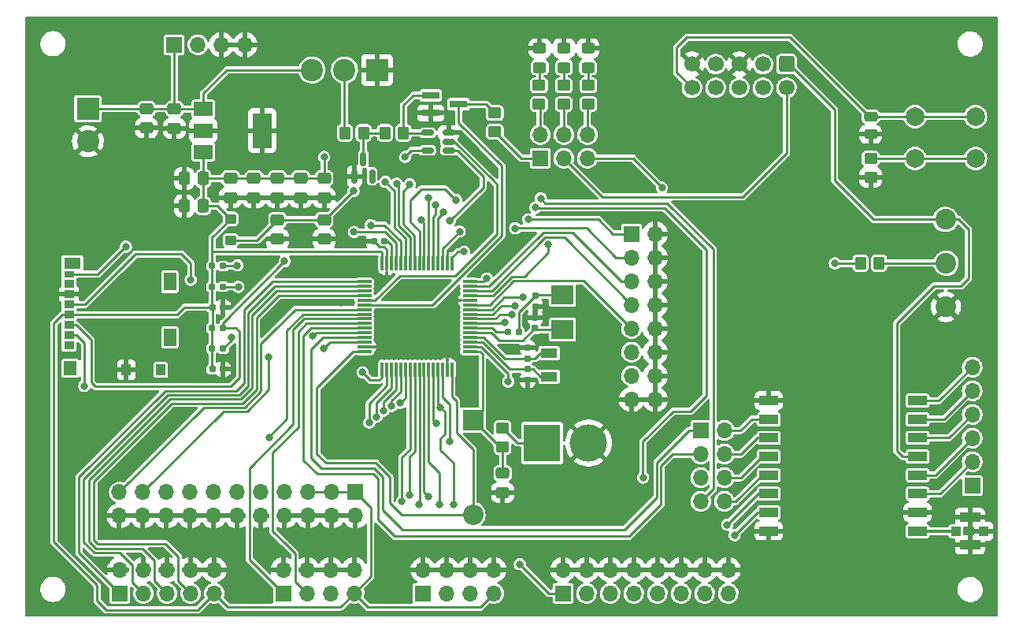
<source format=gtl>
%TF.GenerationSoftware,KiCad,Pcbnew,6.0.7-f9a2dced07~116~ubuntu20.04.1*%
%TF.CreationDate,2023-02-02T12:22:43+01:00*%
%TF.ProjectId,MoleNet_V5.2.2,4d6f6c65-4e65-4745-9f56-352e322e322e,1*%
%TF.SameCoordinates,Original*%
%TF.FileFunction,Copper,L1,Top*%
%TF.FilePolarity,Positive*%
%FSLAX46Y46*%
G04 Gerber Fmt 4.6, Leading zero omitted, Abs format (unit mm)*
G04 Created by KiCad (PCBNEW 6.0.7-f9a2dced07~116~ubuntu20.04.1) date 2023-02-02 12:22:43*
%MOMM*%
%LPD*%
G01*
G04 APERTURE LIST*
G04 Aperture macros list*
%AMRoundRect*
0 Rectangle with rounded corners*
0 $1 Rounding radius*
0 $2 $3 $4 $5 $6 $7 $8 $9 X,Y pos of 4 corners*
0 Add a 4 corners polygon primitive as box body*
4,1,4,$2,$3,$4,$5,$6,$7,$8,$9,$2,$3,0*
0 Add four circle primitives for the rounded corners*
1,1,$1+$1,$2,$3*
1,1,$1+$1,$4,$5*
1,1,$1+$1,$6,$7*
1,1,$1+$1,$8,$9*
0 Add four rect primitives between the rounded corners*
20,1,$1+$1,$2,$3,$4,$5,0*
20,1,$1+$1,$4,$5,$6,$7,0*
20,1,$1+$1,$6,$7,$8,$9,0*
20,1,$1+$1,$8,$9,$2,$3,0*%
G04 Aperture macros list end*
%TA.AperFunction,SMDPad,CuDef*%
%ADD10RoundRect,0.155000X0.155000X-0.212500X0.155000X0.212500X-0.155000X0.212500X-0.155000X-0.212500X0*%
%TD*%
%TA.AperFunction,SMDPad,CuDef*%
%ADD11RoundRect,0.250000X-0.475000X0.337500X-0.475000X-0.337500X0.475000X-0.337500X0.475000X0.337500X0*%
%TD*%
%TA.AperFunction,SMDPad,CuDef*%
%ADD12RoundRect,0.250000X-0.450000X0.350000X-0.450000X-0.350000X0.450000X-0.350000X0.450000X0.350000X0*%
%TD*%
%TA.AperFunction,SMDPad,CuDef*%
%ADD13R,2.400000X2.000000*%
%TD*%
%TA.AperFunction,ComponentPad*%
%ADD14R,1.700000X1.700000*%
%TD*%
%TA.AperFunction,ComponentPad*%
%ADD15O,1.700000X1.700000*%
%TD*%
%TA.AperFunction,ComponentPad*%
%ADD16RoundRect,0.250000X-0.600000X0.600000X-0.600000X-0.600000X0.600000X-0.600000X0.600000X0.600000X0*%
%TD*%
%TA.AperFunction,ComponentPad*%
%ADD17C,1.700000*%
%TD*%
%TA.AperFunction,SMDPad,CuDef*%
%ADD18RoundRect,0.155000X0.212500X0.155000X-0.212500X0.155000X-0.212500X-0.155000X0.212500X-0.155000X0*%
%TD*%
%TA.AperFunction,SMDPad,CuDef*%
%ADD19RoundRect,0.160000X0.197500X0.160000X-0.197500X0.160000X-0.197500X-0.160000X0.197500X-0.160000X0*%
%TD*%
%TA.AperFunction,SMDPad,CuDef*%
%ADD20RoundRect,0.250000X-0.450000X0.325000X-0.450000X-0.325000X0.450000X-0.325000X0.450000X0.325000X0*%
%TD*%
%TA.AperFunction,SMDPad,CuDef*%
%ADD21RoundRect,0.250000X-0.475000X0.250000X-0.475000X-0.250000X0.475000X-0.250000X0.475000X0.250000X0*%
%TD*%
%TA.AperFunction,SMDPad,CuDef*%
%ADD22RoundRect,0.250000X-0.350000X-0.450000X0.350000X-0.450000X0.350000X0.450000X-0.350000X0.450000X0*%
%TD*%
%TA.AperFunction,SMDPad,CuDef*%
%ADD23RoundRect,0.250000X0.337500X0.475000X-0.337500X0.475000X-0.337500X-0.475000X0.337500X-0.475000X0*%
%TD*%
%TA.AperFunction,SMDPad,CuDef*%
%ADD24RoundRect,0.250000X0.350000X-0.275000X0.350000X0.275000X-0.350000X0.275000X-0.350000X-0.275000X0*%
%TD*%
%TA.AperFunction,SMDPad,CuDef*%
%ADD25RoundRect,0.250000X0.450000X-0.350000X0.450000X0.350000X-0.450000X0.350000X-0.450000X-0.350000X0*%
%TD*%
%TA.AperFunction,ComponentPad*%
%ADD26R,2.200000X2.200000*%
%TD*%
%TA.AperFunction,ComponentPad*%
%ADD27O,2.200000X2.200000*%
%TD*%
%TA.AperFunction,SMDPad,CuDef*%
%ADD28RoundRect,0.250000X0.350000X0.450000X-0.350000X0.450000X-0.350000X-0.450000X0.350000X-0.450000X0*%
%TD*%
%TA.AperFunction,SMDPad,CuDef*%
%ADD29RoundRect,0.155000X-0.212500X-0.155000X0.212500X-0.155000X0.212500X0.155000X-0.212500X0.155000X0*%
%TD*%
%TA.AperFunction,SMDPad,CuDef*%
%ADD30R,2.000000X1.000000*%
%TD*%
%TA.AperFunction,SMDPad,CuDef*%
%ADD31R,1.000000X1.000000*%
%TD*%
%TA.AperFunction,SMDPad,CuDef*%
%ADD32R,2.200000X1.050000*%
%TD*%
%TA.AperFunction,ComponentPad*%
%ADD33R,2.400000X2.400000*%
%TD*%
%TA.AperFunction,ComponentPad*%
%ADD34C,2.400000*%
%TD*%
%TA.AperFunction,SMDPad,CuDef*%
%ADD35RoundRect,0.155000X-0.155000X0.212500X-0.155000X-0.212500X0.155000X-0.212500X0.155000X0.212500X0*%
%TD*%
%TA.AperFunction,ComponentPad*%
%ADD36R,4.000000X4.000000*%
%TD*%
%TA.AperFunction,ComponentPad*%
%ADD37C,4.000000*%
%TD*%
%TA.AperFunction,SMDPad,CuDef*%
%ADD38R,1.800000X1.000000*%
%TD*%
%TA.AperFunction,SMDPad,CuDef*%
%ADD39RoundRect,0.150000X0.512500X0.150000X-0.512500X0.150000X-0.512500X-0.150000X0.512500X-0.150000X0*%
%TD*%
%TA.AperFunction,SMDPad,CuDef*%
%ADD40R,1.100000X0.850000*%
%TD*%
%TA.AperFunction,SMDPad,CuDef*%
%ADD41R,1.100000X0.750000*%
%TD*%
%TA.AperFunction,SMDPad,CuDef*%
%ADD42R,1.000000X1.200000*%
%TD*%
%TA.AperFunction,SMDPad,CuDef*%
%ADD43R,1.350000X1.900000*%
%TD*%
%TA.AperFunction,SMDPad,CuDef*%
%ADD44R,1.800000X1.170000*%
%TD*%
%TA.AperFunction,SMDPad,CuDef*%
%ADD45R,1.350000X1.550000*%
%TD*%
%TA.AperFunction,SMDPad,CuDef*%
%ADD46RoundRect,0.150000X0.150000X-0.587500X0.150000X0.587500X-0.150000X0.587500X-0.150000X-0.587500X0*%
%TD*%
%TA.AperFunction,SMDPad,CuDef*%
%ADD47RoundRect,0.075000X0.700000X0.075000X-0.700000X0.075000X-0.700000X-0.075000X0.700000X-0.075000X0*%
%TD*%
%TA.AperFunction,SMDPad,CuDef*%
%ADD48RoundRect,0.075000X0.075000X0.700000X-0.075000X0.700000X-0.075000X-0.700000X0.075000X-0.700000X0*%
%TD*%
%TA.AperFunction,SMDPad,CuDef*%
%ADD49R,1.900000X0.800000*%
%TD*%
%TA.AperFunction,ComponentPad*%
%ADD50C,2.000000*%
%TD*%
%TA.AperFunction,ComponentPad*%
%ADD51C,2.224000*%
%TD*%
%TA.AperFunction,SMDPad,CuDef*%
%ADD52R,2.000000X1.500000*%
%TD*%
%TA.AperFunction,SMDPad,CuDef*%
%ADD53R,2.000000X3.800000*%
%TD*%
%TA.AperFunction,ViaPad*%
%ADD54C,0.800000*%
%TD*%
%TA.AperFunction,Conductor*%
%ADD55C,0.254000*%
%TD*%
%TA.AperFunction,Conductor*%
%ADD56C,0.250000*%
%TD*%
%TA.AperFunction,Conductor*%
%ADD57C,0.349000*%
%TD*%
G04 APERTURE END LIST*
D10*
%TO.P,C10,1*%
%TO.N,OSC32_OUT*%
X147530700Y-95772100D03*
%TO.P,C10,2*%
%TO.N,GND*%
X147530700Y-94637100D03*
%TD*%
D11*
%TO.P,C12,1*%
%TO.N,+3V3*%
X118110000Y-76403200D03*
%TO.P,C12,2*%
%TO.N,GND*%
X118110000Y-78478200D03*
%TD*%
D12*
%TO.P,R3,1*%
%TO.N,Net-(D1-Pad2)*%
X154063700Y-66437000D03*
%TO.P,R3,2*%
%TO.N,PB8_LED*%
X154063700Y-68437000D03*
%TD*%
D13*
%TO.P,Y1,1,1*%
%TO.N,OSC_IN*%
X151282400Y-92655000D03*
%TO.P,Y1,2,2*%
%TO.N,Net-(C6-Pad1)*%
X151282400Y-88955000D03*
%TD*%
D14*
%TO.P,J8,1,Pin_1*%
%TO.N,RFM_MISO*%
X166141400Y-103489600D03*
D15*
%TO.P,J8,2,Pin_2*%
%TO.N,RFM_MISO_ON*%
X168681400Y-103489600D03*
%TO.P,J8,3,Pin_3*%
%TO.N,RFM_MOSI*%
X166141400Y-106029600D03*
%TO.P,J8,4,Pin_4*%
%TO.N,RFM_MOSI_ON*%
X168681400Y-106029600D03*
%TO.P,J8,5,Pin_5*%
%TO.N,RFM_SCK*%
X166141400Y-108569600D03*
%TO.P,J8,6,Pin_6*%
%TO.N,RFM_SCK_ON*%
X168681400Y-108569600D03*
%TO.P,J8,7,Pin_7*%
%TO.N,RFM_CS*%
X166141400Y-111109600D03*
%TO.P,J8,8,Pin_8*%
%TO.N,RFM_CS_ON*%
X168681400Y-111109600D03*
%TD*%
D16*
%TO.P,J1,1,Pin_1*%
%TO.N,+3V3*%
X175361600Y-64144500D03*
D17*
%TO.P,J1,2,Pin_2*%
%TO.N,SWDIO*%
X175361600Y-66684500D03*
%TO.P,J1,3,Pin_3*%
%TO.N,unconnected-(J1-Pad3)*%
X172821600Y-64144500D03*
%TO.P,J1,4,Pin_4*%
%TO.N,SWCLK*%
X172821600Y-66684500D03*
%TO.P,J1,5,Pin_5*%
%TO.N,GND*%
X170281600Y-64144500D03*
%TO.P,J1,6,Pin_6*%
%TO.N,unconnected-(J1-Pad6)*%
X170281600Y-66684500D03*
%TO.P,J1,7,Pin_7*%
%TO.N,unconnected-(J1-Pad7)*%
X167741600Y-64144500D03*
%TO.P,J1,8,Pin_8*%
%TO.N,unconnected-(J1-Pad8)*%
X167741600Y-66684500D03*
%TO.P,J1,9,Pin_9*%
%TO.N,GND*%
X165201600Y-64144500D03*
%TO.P,J1,10,Pin_10*%
%TO.N,NRST*%
X165201600Y-66684500D03*
%TD*%
D11*
%TO.P,C17,1*%
%TO.N,+3.3VA*%
X125658800Y-80877500D03*
%TO.P,C17,2*%
%TO.N,GND*%
X125658800Y-82952500D03*
%TD*%
D18*
%TO.P,C2,1*%
%TO.N,VCAP_1*%
X132139500Y-83134200D03*
%TO.P,C2,2*%
%TO.N,GND*%
X131004500Y-83134200D03*
%TD*%
D19*
%TO.P,R9,1*%
%TO.N,SD_MOSI*%
X114795900Y-92481400D03*
%TO.P,R9,2*%
%TO.N,+3V3*%
X113600900Y-92481400D03*
%TD*%
D20*
%TO.P,D2,1,K*%
%TO.N,GND*%
X151434800Y-62449600D03*
%TO.P,D2,2,A*%
%TO.N,Net-(D2-Pad2)*%
X151434800Y-64499600D03*
%TD*%
D21*
%TO.P,C1,1*%
%TO.N,NRST*%
X184409000Y-69789000D03*
%TO.P,C1,2*%
%TO.N,GND*%
X184409000Y-71689000D03*
%TD*%
D12*
%TO.P,R5,1*%
%TO.N,Net-(C3-Pad1)*%
X144830800Y-103241600D03*
%TO.P,R5,2*%
%TO.N,VBAT*%
X144830800Y-105241600D03*
%TD*%
D19*
%TO.P,R7,1*%
%TO.N,SD_CS*%
X114795900Y-94705480D03*
%TO.P,R7,2*%
%TO.N,+3V3*%
X113600900Y-94705480D03*
%TD*%
D22*
%TO.P,R1,1*%
%TO.N,BOOT0*%
X183316800Y-85521800D03*
%TO.P,R1,2*%
%TO.N,Net-(R1-Pad2)*%
X185316800Y-85521800D03*
%TD*%
D11*
%TO.P,C20,1*%
%TO.N,+12V*%
X109555200Y-68961000D03*
%TO.P,C20,2*%
%TO.N,GND*%
X109555200Y-71036000D03*
%TD*%
D23*
%TO.P,C22,1*%
%TO.N,+3V3*%
X112666600Y-76428600D03*
%TO.P,C22,2*%
%TO.N,GND*%
X110591600Y-76428600D03*
%TD*%
D11*
%TO.P,C15,1*%
%TO.N,+3V3*%
X125653800Y-76403200D03*
%TO.P,C15,2*%
%TO.N,GND*%
X125653800Y-78478200D03*
%TD*%
D23*
%TO.P,C18,1*%
%TO.N,+3V3*%
X112666600Y-79375000D03*
%TO.P,C18,2*%
%TO.N,GND*%
X110591600Y-79375000D03*
%TD*%
D19*
%TO.P,R10,1*%
%TO.N,SD_SCK*%
X114795900Y-88053240D03*
%TO.P,R10,2*%
%TO.N,+3V3*%
X113600900Y-88053240D03*
%TD*%
D11*
%TO.P,C16,1*%
%TO.N,+3.3VA*%
X120629600Y-80877500D03*
%TO.P,C16,2*%
%TO.N,GND*%
X120629600Y-82952500D03*
%TD*%
%TO.P,C11,1*%
%TO.N,+3V3*%
X115595400Y-76403200D03*
%TO.P,C11,2*%
%TO.N,GND*%
X115595400Y-78478200D03*
%TD*%
D14*
%TO.P,J9,1,Pin_1*%
%TO.N,PC5*%
X158692600Y-82379400D03*
D15*
%TO.P,J9,2,Pin_2*%
%TO.N,GND*%
X161232600Y-82379400D03*
%TO.P,J9,3,Pin_3*%
%TO.N,PC4*%
X158692600Y-84919400D03*
%TO.P,J9,4,Pin_4*%
%TO.N,GND*%
X161232600Y-84919400D03*
%TO.P,J9,5,Pin_5*%
%TO.N,PA1*%
X158692600Y-87459400D03*
%TO.P,J9,6,Pin_6*%
%TO.N,GND*%
X161232600Y-87459400D03*
%TO.P,J9,7,Pin_7*%
%TO.N,PA0*%
X158692600Y-89999400D03*
%TO.P,J9,8,Pin_8*%
%TO.N,GND*%
X161232600Y-89999400D03*
%TO.P,J9,9,Pin_9*%
%TO.N,PC3*%
X158692600Y-92539400D03*
%TO.P,J9,10,Pin_10*%
%TO.N,GND*%
X161232600Y-92539400D03*
%TO.P,J9,11,Pin_11*%
%TO.N,PC2*%
X158692600Y-95079400D03*
%TO.P,J9,12,Pin_12*%
%TO.N,GND*%
X161232600Y-95079400D03*
%TO.P,J9,13,Pin_13*%
%TO.N,PC1*%
X158692600Y-97619400D03*
%TO.P,J9,14,Pin_14*%
%TO.N,GND*%
X161232600Y-97619400D03*
%TO.P,J9,15,Pin_15*%
X158692600Y-100159400D03*
%TO.P,J9,16,Pin_16*%
X161232600Y-100159400D03*
%TD*%
D24*
%TO.P,FB1,1*%
%TO.N,+3.3VA*%
X115600400Y-83065000D03*
%TO.P,FB1,2*%
%TO.N,+3V3*%
X115600400Y-80765000D03*
%TD*%
D11*
%TO.P,C14,1*%
%TO.N,+3V3*%
X123139200Y-76403200D03*
%TO.P,C14,2*%
%TO.N,GND*%
X123139200Y-78478200D03*
%TD*%
D12*
%TO.P,R4,1*%
%TO.N,Net-(D2-Pad2)*%
X151409400Y-66437000D03*
%TO.P,R4,2*%
%TO.N,SWD_LED*%
X151409400Y-68437000D03*
%TD*%
D25*
%TO.P,R12,1*%
%TO.N,+3V3*%
X144000000Y-71400000D03*
%TO.P,R12,2*%
%TO.N,PC7*%
X144000000Y-69400000D03*
%TD*%
D19*
%TO.P,R6,1*%
%TO.N,Net-(C6-Pad1)*%
X146591700Y-92887800D03*
%TO.P,R6,2*%
%TO.N,OSC_OUT*%
X145396700Y-92887800D03*
%TD*%
D20*
%TO.P,D4,1,K*%
%TO.N,GND*%
X148844000Y-62449600D03*
%TO.P,D4,2,A*%
%TO.N,Net-(D4-Pad2)*%
X148844000Y-64499600D03*
%TD*%
D10*
%TO.P,C4,1*%
%TO.N,OSC_IN*%
X148336000Y-92515500D03*
%TO.P,C4,2*%
%TO.N,GND*%
X148336000Y-91380500D03*
%TD*%
D26*
%TO.P,D3,1,K*%
%TO.N,VBAT*%
X141660800Y-102362000D03*
D27*
%TO.P,D3,2,A*%
%TO.N,+3V3*%
X141660800Y-112522000D03*
%TD*%
D28*
%TO.P,R13,1*%
%TO.N,Net-(Q1-Pad1)*%
X134186600Y-71526400D03*
%TO.P,R13,2*%
%TO.N,Net-(D5-Pad3)*%
X132186600Y-71526400D03*
%TD*%
D14*
%TO.P,J10,1,Pin_1*%
%TO.N,+3V3*%
X129032000Y-110129400D03*
D15*
%TO.P,J10,2,Pin_2*%
%TO.N,GND*%
X129032000Y-112669400D03*
%TO.P,J10,3,Pin_3*%
%TO.N,+3V3*%
X126492000Y-110129400D03*
%TO.P,J10,4,Pin_4*%
%TO.N,GND*%
X126492000Y-112669400D03*
%TO.P,J10,5,Pin_5*%
%TO.N,+3V3*%
X123952000Y-110129400D03*
%TO.P,J10,6,Pin_6*%
%TO.N,GND*%
X123952000Y-112669400D03*
%TO.P,J10,7,Pin_7*%
%TO.N,PB4*%
X121412000Y-110129400D03*
%TO.P,J10,8,Pin_8*%
%TO.N,GND*%
X121412000Y-112669400D03*
%TO.P,J10,9,Pin_9*%
%TO.N,PC13*%
X118872000Y-110129400D03*
%TO.P,J10,10,Pin_10*%
%TO.N,GND*%
X118872000Y-112669400D03*
%TO.P,J10,11,Pin_11*%
%TO.N,PC0*%
X116332000Y-110129400D03*
%TO.P,J10,12,Pin_12*%
%TO.N,GND*%
X116332000Y-112669400D03*
%TO.P,J10,13,Pin_13*%
%TO.N,USART2_Tx*%
X113792000Y-110129400D03*
%TO.P,J10,14,Pin_14*%
%TO.N,GND*%
X113792000Y-112669400D03*
%TO.P,J10,15,Pin_15*%
%TO.N,USART2_Rx*%
X111252000Y-110129400D03*
%TO.P,J10,16,Pin_16*%
%TO.N,GND*%
X111252000Y-112669400D03*
%TO.P,J10,17,Pin_17*%
%TO.N,PB2*%
X108712000Y-110129400D03*
%TO.P,J10,18,Pin_18*%
%TO.N,GND*%
X108712000Y-112669400D03*
%TO.P,J10,19,Pin_19*%
%TO.N,PB10*%
X106172000Y-110129400D03*
%TO.P,J10,20,Pin_20*%
%TO.N,GND*%
X106172000Y-112669400D03*
%TO.P,J10,21,Pin_21*%
%TO.N,PC8*%
X103632000Y-110129400D03*
%TO.P,J10,22,Pin_22*%
%TO.N,GND*%
X103632000Y-112669400D03*
%TD*%
D29*
%TO.P,C9,1*%
%TO.N,+3V3*%
X113630900Y-96919560D03*
%TO.P,C9,2*%
%TO.N,GND*%
X114765900Y-96919560D03*
%TD*%
D30*
%TO.P,U3,1,GND*%
%TO.N,GND*%
X173462600Y-100289600D03*
%TO.P,U3,2,MISO*%
%TO.N,RFM_MISO_ON*%
X173462600Y-102289600D03*
%TO.P,U3,3,MOSI*%
%TO.N,RFM_MOSI_ON*%
X173462600Y-104289600D03*
%TO.P,U3,4,SCK*%
%TO.N,RFM_SCK_ON*%
X173462600Y-106289600D03*
%TO.P,U3,5,NSS*%
%TO.N,RFM_CS_ON*%
X173462600Y-108289600D03*
%TO.P,U3,6,RESET*%
%TO.N,NRST*%
X173462600Y-110289600D03*
%TO.P,U3,7,DIO5*%
%TO.N,Net-(J16-Pad1)*%
X173462600Y-112289600D03*
%TO.P,U3,8,GND*%
%TO.N,GND*%
X173462600Y-114289600D03*
%TO.P,U3,9,ANT*%
%TO.N,Net-(J6-Pad1)*%
X189462600Y-114289600D03*
%TO.P,U3,10,GND*%
%TO.N,GND*%
X189462600Y-112289600D03*
%TO.P,U3,11,DIO3*%
%TO.N,Net-(J16-Pad2)*%
X189462600Y-110289600D03*
%TO.P,U3,12,DIO4*%
%TO.N,Net-(J16-Pad3)*%
X189462600Y-108289600D03*
%TO.P,U3,13,3.3V*%
%TO.N,+3V3*%
X189462600Y-106289600D03*
%TO.P,U3,14,DIO0*%
%TO.N,Net-(J16-Pad4)*%
X189462600Y-104289600D03*
%TO.P,U3,15,DIO1*%
%TO.N,Net-(J16-Pad5)*%
X189462600Y-102289600D03*
%TO.P,U3,16,DIO2*%
%TO.N,Net-(J16-Pad6)*%
X189462600Y-100289600D03*
%TD*%
D31*
%TO.P,J6,1,SIG*%
%TO.N,Net-(J6-Pad1)*%
X193577000Y-114300000D03*
D32*
%TO.P,J6,2,GND*%
%TO.N,GND*%
X195077000Y-115775000D03*
D31*
X196577000Y-114300000D03*
D32*
X195077000Y-112825000D03*
%TD*%
D33*
%TO.P,J14,1,Pin_1*%
%TO.N,+12V*%
X100258800Y-68935600D03*
D34*
%TO.P,J14,2,Pin_2*%
%TO.N,GND*%
X100258800Y-72435600D03*
%TD*%
D33*
%TO.P,J17,1,Pin_1*%
%TO.N,GND*%
X131343400Y-64770000D03*
D34*
%TO.P,J17,2,Pin_2*%
%TO.N,Net-(J17-Pad2)*%
X127843400Y-64770000D03*
%TO.P,J17,3,Pin_3*%
%TO.N,+12V*%
X124343400Y-64770000D03*
%TD*%
D11*
%TO.P,C13,1*%
%TO.N,+3V3*%
X120624600Y-76403200D03*
%TO.P,C13,2*%
%TO.N,GND*%
X120624600Y-78478200D03*
%TD*%
D14*
%TO.P,J3,1,Pin_1*%
%TO.N,PB12*%
X103682800Y-120980200D03*
D15*
%TO.P,J3,2,Pin_10*%
%TO.N,GND*%
X103682800Y-118440200D03*
%TO.P,J3,3,Pin_2*%
%TO.N,PB13*%
X106222800Y-120980200D03*
%TO.P,J3,4,Pin_9*%
%TO.N,GND*%
X106222800Y-118440200D03*
%TO.P,J3,5,Pin_3*%
%TO.N,PB14*%
X108762800Y-120980200D03*
%TO.P,J3,6,Pin_8*%
%TO.N,GND*%
X108762800Y-118440200D03*
%TO.P,J3,7,Pin_4*%
%TO.N,PB15*%
X111302800Y-120980200D03*
%TO.P,J3,8,Pin_7*%
%TO.N,GND*%
X111302800Y-118440200D03*
%TO.P,J3,9,Pin_5*%
%TO.N,+3V3*%
X113842800Y-120980200D03*
%TO.P,J3,10,Pin_6*%
%TO.N,GND*%
X113842800Y-118440200D03*
%TD*%
D14*
%TO.P,J13,1,Pin_1*%
%TO.N,+12V*%
X109529800Y-62077600D03*
D15*
%TO.P,J13,2,Pin_2*%
%TO.N,+3V3*%
X112069800Y-62077600D03*
%TO.P,J13,3,Pin_3*%
%TO.N,GND*%
X114609800Y-62077600D03*
%TO.P,J13,4,Pin_4*%
X117149800Y-62077600D03*
%TD*%
D11*
%TO.P,C19,1*%
%TO.N,+12V*%
X106558000Y-68935600D03*
%TO.P,C19,2*%
%TO.N,GND*%
X106558000Y-71010600D03*
%TD*%
D14*
%TO.P,J2,1,Pin_1*%
%TO.N,PA8*%
X121261133Y-120980200D03*
D15*
%TO.P,J2,2,Pin_5*%
%TO.N,GND*%
X121261133Y-118440200D03*
%TO.P,J2,3,Pin_2*%
%TO.N,PA9*%
X123801133Y-120980200D03*
%TO.P,J2,4,Pin_6*%
%TO.N,GND*%
X123801133Y-118440200D03*
%TO.P,J2,5,Pin_3*%
%TO.N,PB3*%
X126341133Y-120980200D03*
%TO.P,J2,6,Pin_7*%
%TO.N,GND*%
X126341133Y-118440200D03*
%TO.P,J2,7,Pin_4*%
%TO.N,+3V3*%
X128881133Y-120980200D03*
%TO.P,J2,8,Pin_8*%
%TO.N,GND*%
X128881133Y-118440200D03*
%TD*%
D35*
%TO.P,C7,1*%
%TO.N,OSC32_IN*%
X147530700Y-96923100D03*
%TO.P,C7,2*%
%TO.N,GND*%
X147530700Y-98058100D03*
%TD*%
D14*
%TO.P,J12,1,Pin_1*%
%TO.N,PB5*%
X136289466Y-120980200D03*
D15*
%TO.P,J12,2,Pin_5*%
%TO.N,GND*%
X136289466Y-118440200D03*
%TO.P,J12,3,Pin_2*%
%TO.N,PB6*%
X138829466Y-120980200D03*
%TO.P,J12,4,Pin_6*%
%TO.N,GND*%
X138829466Y-118440200D03*
%TO.P,J12,5,Pin_3*%
%TO.N,PB7*%
X141369466Y-120980200D03*
%TO.P,J12,6,Pin_7*%
%TO.N,GND*%
X141369466Y-118440200D03*
%TO.P,J12,7,Pin_4*%
%TO.N,+3V3*%
X143909466Y-120980200D03*
%TO.P,J12,8,Pin_8*%
%TO.N,GND*%
X143909466Y-118440200D03*
%TD*%
D36*
%TO.P,C3,1*%
%TO.N,Net-(C3-Pad1)*%
X149087200Y-104837600D03*
D37*
%TO.P,C3,2*%
%TO.N,GND*%
X154087200Y-104837600D03*
%TD*%
D38*
%TO.P,Y2,1,1*%
%TO.N,OSC32_IN*%
X149842100Y-97699200D03*
%TO.P,Y2,2,2*%
%TO.N,OSC32_OUT*%
X149842100Y-95199200D03*
%TD*%
D39*
%TO.P,U2,1,~{OE}*%
%TO.N,DIR_Out*%
X139039100Y-73416200D03*
%TO.P,U2,2,A*%
%TO.N,PC6*%
X139039100Y-72466200D03*
%TO.P,U2,3,GND*%
%TO.N,GND*%
X139039100Y-71516200D03*
%TO.P,U2,4,Y*%
%TO.N,Net-(Q1-Pad1)*%
X136764100Y-71516200D03*
%TO.P,U2,5,VCC*%
%TO.N,+3V3*%
X136764100Y-73416200D03*
%TD*%
D28*
%TO.P,R14,1*%
%TO.N,Net-(D5-Pad3)*%
X129884600Y-71526400D03*
%TO.P,R14,2*%
%TO.N,Net-(J17-Pad2)*%
X127884600Y-71526400D03*
%TD*%
D11*
%TO.P,C5,1*%
%TO.N,VBAT*%
X144830800Y-108080900D03*
%TO.P,C5,2*%
%TO.N,GND*%
X144830800Y-110155900D03*
%TD*%
D40*
%TO.P,J11,1,DAT2*%
%TO.N,unconnected-(J11-Pad1)*%
X98237800Y-94359400D03*
%TO.P,J11,2,DAT3/CD*%
%TO.N,SD_CS*%
X98237800Y-93259400D03*
%TO.P,J11,3,CMD*%
%TO.N,SD_MOSI*%
X98237800Y-92159400D03*
%TO.P,J11,4,VDD*%
%TO.N,+3V3*%
X98237800Y-91059400D03*
%TO.P,J11,5,CLK*%
%TO.N,SD_SCK*%
X98237800Y-89959400D03*
%TO.P,J11,6,VSS*%
%TO.N,GND*%
X98237800Y-88859400D03*
%TO.P,J11,7,DAT0*%
%TO.N,unconnected-(J11-Pad7)*%
X98237800Y-87759400D03*
D41*
%TO.P,J11,8,DAT1*%
%TO.N,SD_MISO*%
X98237800Y-86709400D03*
D42*
%TO.P,J11,9,SHIELD*%
%TO.N,GND*%
X104387800Y-96994400D03*
%TO.P,J11,10*%
%TO.N,N/C*%
X108087800Y-96994400D03*
D43*
%TO.P,J11,11*%
X109062800Y-87524400D03*
D44*
X98587800Y-85499400D03*
D45*
X98362800Y-96819400D03*
D43*
X109062800Y-93494400D03*
%TD*%
D12*
%TO.P,R8,1*%
%TO.N,Net-(D4-Pad2)*%
X148755100Y-66437000D03*
%TO.P,R8,2*%
%TO.N,Power_Led*%
X148755100Y-68437000D03*
%TD*%
D46*
%TO.P,D5,1,A*%
%TO.N,GND*%
X128920200Y-76197700D03*
%TO.P,D5,2,NC*%
%TO.N,unconnected-(D5-Pad2)*%
X130820200Y-76197700D03*
%TO.P,D5,3,K*%
%TO.N,Net-(D5-Pad3)*%
X129870200Y-74322700D03*
%TD*%
D47*
%TO.P,U1,1,VBAT*%
%TO.N,VBAT*%
X141316000Y-95004400D03*
%TO.P,U1,2,PC13*%
%TO.N,PC13*%
X141316000Y-94504400D03*
%TO.P,U1,3,PC14*%
%TO.N,OSC32_IN*%
X141316000Y-94004400D03*
%TO.P,U1,4,PC15*%
%TO.N,OSC32_OUT*%
X141316000Y-93504400D03*
%TO.P,U1,5,PH0*%
%TO.N,OSC_IN*%
X141316000Y-93004400D03*
%TO.P,U1,6,PH1*%
%TO.N,OSC_OUT*%
X141316000Y-92504400D03*
%TO.P,U1,7,NRST*%
%TO.N,NRST*%
X141316000Y-92004400D03*
%TO.P,U1,8,PC0*%
%TO.N,PC0*%
X141316000Y-91504400D03*
%TO.P,U1,9,PC1*%
%TO.N,PC1*%
X141316000Y-91004400D03*
%TO.P,U1,10,PC2*%
%TO.N,PC2*%
X141316000Y-90504400D03*
%TO.P,U1,11,PC3*%
%TO.N,PC3*%
X141316000Y-90004400D03*
%TO.P,U1,12,VSSA*%
%TO.N,GND*%
X141316000Y-89504400D03*
%TO.P,U1,13,VDDA*%
%TO.N,+3.3VA*%
X141316000Y-89004400D03*
%TO.P,U1,14,PA0*%
%TO.N,PA0*%
X141316000Y-88504400D03*
%TO.P,U1,15,PA1*%
%TO.N,PA1*%
X141316000Y-88004400D03*
%TO.P,U1,16,PA2*%
%TO.N,USART2_Tx*%
X141316000Y-87504400D03*
D48*
%TO.P,U1,17,PA3*%
%TO.N,USART2_Rx*%
X139391000Y-85579400D03*
%TO.P,U1,18,VSS*%
%TO.N,GND*%
X138891000Y-85579400D03*
%TO.P,U1,19,VDD*%
%TO.N,+3V3*%
X138391000Y-85579400D03*
%TO.P,U1,20,PA4*%
%TO.N,SD_CS*%
X137891000Y-85579400D03*
%TO.P,U1,21,PA5*%
%TO.N,SD_SCK*%
X137391000Y-85579400D03*
%TO.P,U1,22,PA6*%
%TO.N,SD_MISO*%
X136891000Y-85579400D03*
%TO.P,U1,23,PA7*%
%TO.N,SD_MOSI*%
X136391000Y-85579400D03*
%TO.P,U1,24,PC4*%
%TO.N,PC4*%
X135891000Y-85579400D03*
%TO.P,U1,25,PC5*%
%TO.N,PC5*%
X135391000Y-85579400D03*
%TO.P,U1,26,PB0*%
%TO.N,RFM_SCK*%
X134891000Y-85579400D03*
%TO.P,U1,27,PB1*%
%TO.N,RFM_CS*%
X134391000Y-85579400D03*
%TO.P,U1,28,PB2*%
%TO.N,PB2*%
X133891000Y-85579400D03*
%TO.P,U1,29,PB10*%
%TO.N,PB10*%
X133391000Y-85579400D03*
%TO.P,U1,30,VCAP_1*%
%TO.N,VCAP_1*%
X132891000Y-85579400D03*
%TO.P,U1,31,VSS*%
%TO.N,GND*%
X132391000Y-85579400D03*
%TO.P,U1,32,VDD*%
%TO.N,+3V3*%
X131891000Y-85579400D03*
D47*
%TO.P,U1,33,PB12*%
%TO.N,PB12*%
X129966000Y-87504400D03*
%TO.P,U1,34,PB13*%
%TO.N,PB13*%
X129966000Y-88004400D03*
%TO.P,U1,35,PB14*%
%TO.N,PB14*%
X129966000Y-88504400D03*
%TO.P,U1,36,PB15*%
%TO.N,PB15*%
X129966000Y-89004400D03*
%TO.P,U1,37,PC6*%
%TO.N,PC6*%
X129966000Y-89504400D03*
%TO.P,U1,38,PC7*%
%TO.N,PC7*%
X129966000Y-90004400D03*
%TO.P,U1,39,PC8*%
%TO.N,PC8*%
X129966000Y-90504400D03*
%TO.P,U1,40,PC9*%
%TO.N,PC9*%
X129966000Y-91004400D03*
%TO.P,U1,41,PA8*%
%TO.N,PA8*%
X129966000Y-91504400D03*
%TO.P,U1,42,PA9*%
%TO.N,PA9*%
X129966000Y-92004400D03*
%TO.P,U1,43,PA10*%
%TO.N,RFM_MOSI*%
X129966000Y-92504400D03*
%TO.P,U1,44,PA11*%
%TO.N,DIR_Out*%
X129966000Y-93004400D03*
%TO.P,U1,45,PA12*%
%TO.N,RFM_MISO*%
X129966000Y-93504400D03*
%TO.P,U1,46,PA13*%
%TO.N,SWDIO*%
X129966000Y-94004400D03*
%TO.P,U1,47,VSS*%
%TO.N,GND*%
X129966000Y-94504400D03*
%TO.P,U1,48,VDD*%
%TO.N,+3V3*%
X129966000Y-95004400D03*
D48*
%TO.P,U1,49,PA14*%
%TO.N,SWCLK*%
X131891000Y-96929400D03*
%TO.P,U1,50,PA15*%
%TO.N,PA15*%
X132391000Y-96929400D03*
%TO.P,U1,51,PC10*%
%TO.N,PC10*%
X132891000Y-96929400D03*
%TO.P,U1,52,PC11*%
%TO.N,PC11*%
X133391000Y-96929400D03*
%TO.P,U1,53,PC12*%
%TO.N,PC12*%
X133891000Y-96929400D03*
%TO.P,U1,54,PD2*%
%TO.N,PD2*%
X134391000Y-96929400D03*
%TO.P,U1,55,PB3*%
%TO.N,PB3*%
X134891000Y-96929400D03*
%TO.P,U1,56,PB4*%
%TO.N,PB4*%
X135391000Y-96929400D03*
%TO.P,U1,57,PB5*%
%TO.N,PB5*%
X135891000Y-96929400D03*
%TO.P,U1,58,PB6*%
%TO.N,PB6*%
X136391000Y-96929400D03*
%TO.P,U1,59,PB7*%
%TO.N,PB7*%
X136891000Y-96929400D03*
%TO.P,U1,60,BOOT0*%
%TO.N,BOOT0*%
X137391000Y-96929400D03*
%TO.P,U1,61,PB8*%
%TO.N,PB8*%
X137891000Y-96929400D03*
%TO.P,U1,62,PB9*%
%TO.N,PB9*%
X138391000Y-96929400D03*
%TO.P,U1,63,VSS*%
%TO.N,GND*%
X138891000Y-96929400D03*
%TO.P,U1,64,VDD*%
%TO.N,+3V3*%
X139391000Y-96929400D03*
%TD*%
D49*
%TO.P,Q1,1,G*%
%TO.N,Net-(Q1-Pad1)*%
X137112800Y-67503000D03*
%TO.P,Q1,2,S*%
%TO.N,GND*%
X137112800Y-69403000D03*
%TO.P,Q1,3,D*%
%TO.N,PC7*%
X140112800Y-68453000D03*
%TD*%
D20*
%TO.P,D1,1,K*%
%TO.N,GND*%
X154025600Y-62449600D03*
%TO.P,D1,2,A*%
%TO.N,Net-(D1-Pad2)*%
X154025600Y-64499600D03*
%TD*%
D25*
%TO.P,R2,1*%
%TO.N,GND*%
X184409000Y-76285600D03*
%TO.P,R2,2*%
%TO.N,Net-(R2-Pad2)*%
X184409000Y-74285600D03*
%TD*%
D19*
%TO.P,R11,1*%
%TO.N,SD_MISO*%
X114795900Y-85829160D03*
%TO.P,R11,2*%
%TO.N,+3V3*%
X113600900Y-85829160D03*
%TD*%
D50*
%TO.P,SW2,1,1*%
%TO.N,NRST*%
X189185400Y-69784400D03*
X195685400Y-69784400D03*
%TO.P,SW2,2,2*%
%TO.N,Net-(R2-Pad2)*%
X189185400Y-74284400D03*
X195685400Y-74284400D03*
%TD*%
D29*
%TO.P,C8,1*%
%TO.N,+3V3*%
X113630900Y-90267320D03*
%TO.P,C8,2*%
%TO.N,GND*%
X114765900Y-90267320D03*
%TD*%
D35*
%TO.P,C6,1*%
%TO.N,Net-(C6-Pad1)*%
X148356400Y-89027000D03*
%TO.P,C6,2*%
%TO.N,GND*%
X148356400Y-90162000D03*
%TD*%
D51*
%TO.P,SW1,1,A*%
%TO.N,GND*%
X192511600Y-90221800D03*
%TO.P,SW1,2,B*%
%TO.N,Net-(R1-Pad2)*%
X192511600Y-85521800D03*
%TO.P,SW1,3,C*%
%TO.N,+3V3*%
X192451600Y-80821800D03*
%TD*%
D52*
%TO.P,U4,1,VI*%
%TO.N,+12V*%
X112674000Y-68972400D03*
%TO.P,U4,2,GND*%
%TO.N,GND*%
X112674000Y-71272400D03*
D53*
X118974000Y-71272400D03*
D52*
%TO.P,U4,3,VO*%
%TO.N,+3V3*%
X112674000Y-73572400D03*
%TD*%
D14*
%TO.P,J16,1,Pin_1*%
%TO.N,Net-(J16-Pad1)*%
X195331000Y-109397800D03*
D15*
%TO.P,J16,2,Pin_2*%
%TO.N,Net-(J16-Pad2)*%
X195331000Y-106857800D03*
%TO.P,J16,3,Pin_3*%
%TO.N,Net-(J16-Pad3)*%
X195331000Y-104317800D03*
%TO.P,J16,4,Pin_4*%
%TO.N,Net-(J16-Pad4)*%
X195331000Y-101777800D03*
%TO.P,J16,5,Pin_5*%
%TO.N,Net-(J16-Pad5)*%
X195331000Y-99237800D03*
%TO.P,J16,6,Pin_6*%
%TO.N,Net-(J16-Pad6)*%
X195331000Y-96697800D03*
%TD*%
D14*
%TO.P,J4,1,Pin_1*%
%TO.N,PB8*%
X151317800Y-120980200D03*
D15*
%TO.P,J4,2,Pin_2*%
%TO.N,GND*%
X151317800Y-118440200D03*
%TO.P,J4,3,Pin_3*%
%TO.N,PC9*%
X153857800Y-120980200D03*
%TO.P,J4,4,Pin_4*%
%TO.N,GND*%
X153857800Y-118440200D03*
%TO.P,J4,5,Pin_5*%
%TO.N,PA15*%
X156397800Y-120980200D03*
%TO.P,J4,6,Pin_6*%
%TO.N,GND*%
X156397800Y-118440200D03*
%TO.P,J4,7,Pin_7*%
%TO.N,PC10*%
X158937800Y-120980200D03*
%TO.P,J4,8,Pin_8*%
%TO.N,GND*%
X158937800Y-118440200D03*
%TO.P,J4,9,Pin_9*%
%TO.N,PC11*%
X161477800Y-120980200D03*
%TO.P,J4,10,Pin_10*%
%TO.N,GND*%
X161477800Y-118440200D03*
%TO.P,J4,11,Pin_11*%
%TO.N,PC12*%
X164017800Y-120980200D03*
%TO.P,J4,12,Pin_12*%
%TO.N,GND*%
X164017800Y-118440200D03*
%TO.P,J4,13,Pin_13*%
%TO.N,PD2*%
X166557800Y-120980200D03*
%TO.P,J4,14,Pin_14*%
%TO.N,GND*%
X166557800Y-118440200D03*
%TO.P,J4,15,Pin_15*%
%TO.N,PB9*%
X169097800Y-120980200D03*
%TO.P,J4,16,Pin_16*%
%TO.N,GND*%
X169097800Y-118440200D03*
%TD*%
D14*
%TO.P,J5,1,Pin_1*%
%TO.N,+3V3*%
X148869400Y-74244200D03*
D15*
%TO.P,J5,2,Pin_4*%
%TO.N,Power_Led*%
X148869400Y-71704200D03*
%TO.P,J5,3,Pin_2*%
%TO.N,SWDIO*%
X151409400Y-74244200D03*
%TO.P,J5,4,Pin_5*%
%TO.N,SWD_LED*%
X151409400Y-71704200D03*
%TO.P,J5,5,Pin_3*%
%TO.N,PB8*%
X153949400Y-74244200D03*
%TO.P,J5,6,Pin_6*%
%TO.N,PB8_LED*%
X153949400Y-71704200D03*
%TD*%
D54*
%TO.N,NRST*%
X168986200Y-113614200D03*
X145110200Y-91897200D03*
%TO.N,GND*%
X179982400Y-108354600D03*
X115910000Y-89200000D03*
X140716000Y-76631800D03*
X132400000Y-91100000D03*
X175742600Y-83870800D03*
X111920000Y-89050000D03*
X181330600Y-121589800D03*
X127990600Y-101854000D03*
X103022400Y-61595000D03*
X99060000Y-78028800D03*
X183184800Y-118541800D03*
X135200000Y-88050000D03*
X137363200Y-64465200D03*
X139217400Y-61417200D03*
X100076000Y-100914200D03*
X111900000Y-91610000D03*
X127500000Y-89800000D03*
X117779800Y-81305400D03*
X128225000Y-86325000D03*
X181836600Y-105306600D03*
X98221800Y-103962200D03*
X104825800Y-64668400D03*
X97205800Y-81076800D03*
X127584200Y-81305400D03*
X129794000Y-104927400D03*
X173939200Y-80797400D03*
X141020800Y-64490600D03*
X180340000Y-95427800D03*
X183640000Y-108380000D03*
X139125000Y-91750000D03*
X178536600Y-92354400D03*
X136325000Y-94800000D03*
X172085000Y-83845400D03*
X101879400Y-103987600D03*
X184988200Y-121615200D03*
X126136400Y-104902000D03*
X100863400Y-81102200D03*
X101168200Y-64643000D03*
X142875000Y-79050000D03*
X176682400Y-95402400D03*
%TO.N,+3V3*%
X134366000Y-74117200D03*
X140225000Y-82125000D03*
X125653800Y-74117200D03*
%TO.N,+3.3VA*%
X149775000Y-83525000D03*
X128803400Y-77774800D03*
%TO.N,SWDIO*%
X125603000Y-94665800D03*
%TO.N,SWCLK*%
X129794000Y-97256600D03*
%TO.N,PB3*%
X134010400Y-111125000D03*
%TO.N,PB4*%
X134874000Y-110388400D03*
%TO.N,PB8*%
X139537500Y-111455200D03*
X161975800Y-77419200D03*
X146685000Y-117856000D03*
X138150600Y-100990400D03*
%TO.N,PC9*%
X119725000Y-104225000D03*
%TO.N,PA15*%
X130505200Y-102641400D03*
%TO.N,PC10*%
X131284109Y-102015056D03*
%TO.N,PC11*%
X132032231Y-101352244D03*
%TO.N,PC12*%
X132897730Y-100852327D03*
%TO.N,PD2*%
X133841584Y-100523470D03*
%TO.N,PB9*%
X139115800Y-104698800D03*
%TO.N,RFM_SCK*%
X159950000Y-108550000D03*
X148361400Y-79552800D03*
X133457314Y-76981686D03*
%TO.N,RFM_CS*%
X148945600Y-78562200D03*
X132232400Y-76784200D03*
%TO.N,PC4*%
X146200000Y-81775000D03*
X139852400Y-78740000D03*
%TO.N,PC5*%
X134874000Y-77048300D03*
X147575000Y-80825000D03*
%TO.N,PC0*%
X145865200Y-91038836D03*
%TO.N,PC1*%
X146155321Y-90082366D03*
%TO.N,PC13*%
X145440400Y-98221800D03*
%TO.N,PB2*%
X130657600Y-81442500D03*
%TO.N,PB10*%
X128854200Y-82169000D03*
X119675000Y-95650000D03*
%TO.N,SD_CS*%
X138455400Y-80035400D03*
X115697000Y-93522800D03*
X99871300Y-98704400D03*
%TO.N,SD_MOSI*%
X136094700Y-80848200D03*
X121412000Y-85318600D03*
%TO.N,SD_SCK*%
X111302800Y-87299800D03*
X116433600Y-88061800D03*
X137615500Y-79273400D03*
%TO.N,SD_MISO*%
X116332000Y-85750400D03*
X104343200Y-83743800D03*
X136829800Y-78501300D03*
%TO.N,PB6*%
X136906000Y-110591600D03*
%TO.N,PB7*%
X138049000Y-111480600D03*
%TO.N,PB5*%
X135890000Y-111429800D03*
%TO.N,Net-(J16-Pad1)*%
X169773600Y-114731800D03*
%TO.N,USART2_Rx*%
X140700000Y-84300000D03*
%TO.N,BOOT0*%
X180568600Y-85547200D03*
X137693400Y-102743000D03*
%TO.N,PC2*%
X147015200Y-89204800D03*
%TO.N,USART2_Tx*%
X143150000Y-87175000D03*
%TO.N,DIR_Out*%
X124460000Y-93345000D03*
X139166600Y-81000600D03*
%TD*%
D55*
%TO.N,NRST*%
X173462600Y-110289600D02*
X172310800Y-110289600D01*
X163576000Y-62357000D02*
X163576000Y-65058900D01*
X184413600Y-69784400D02*
X189185400Y-69784400D01*
X184409000Y-69789000D02*
X184413600Y-69784400D01*
X145003000Y-92004400D02*
X141316000Y-92004400D01*
X184241400Y-69789000D02*
X175717200Y-61264800D01*
X184409000Y-69789000D02*
X184241400Y-69789000D01*
X163576000Y-65058900D02*
X165201600Y-66684500D01*
X172310800Y-110289600D02*
X168986200Y-113614200D01*
X175717200Y-61264800D02*
X164668200Y-61264800D01*
X189185400Y-69784400D02*
X195685400Y-69784400D01*
X164668200Y-61264800D02*
X163576000Y-62357000D01*
X145110200Y-91897200D02*
X145003000Y-92004400D01*
%TO.N,GND*%
X131641500Y-83771200D02*
X131004500Y-83134200D01*
X132091200Y-83771200D02*
X131641500Y-83771200D01*
X132391000Y-84071000D02*
X132091200Y-83771200D01*
X132391000Y-85579400D02*
X132391000Y-84071000D01*
%TO.N,VCAP_1*%
X132891000Y-83589600D02*
X132891000Y-85579400D01*
D56*
X132435600Y-83134200D02*
X132891000Y-83589600D01*
X132139500Y-83134200D02*
X132435600Y-83134200D01*
D55*
%TO.N,Net-(C3-Pad1)*%
X144830800Y-103241600D02*
X146426800Y-104837600D01*
X146426800Y-104837600D02*
X149087200Y-104837600D01*
%TO.N,OSC_IN*%
X141316000Y-93004400D02*
X143622368Y-93004400D01*
X147023900Y-93827600D02*
X148336000Y-92515500D01*
X148336000Y-92515500D02*
X148475500Y-92655000D01*
X144445568Y-93827600D02*
X147023900Y-93827600D01*
X143622368Y-93004400D02*
X144445568Y-93827600D01*
X148475500Y-92655000D02*
X151282400Y-92655000D01*
%TO.N,VBAT*%
X142671800Y-95275400D02*
X142671800Y-101351000D01*
X144830800Y-105241600D02*
X144830800Y-108080900D01*
X142671800Y-101351000D02*
X141660800Y-102362000D01*
X141316000Y-95004400D02*
X142400800Y-95004400D01*
X144540400Y-105241600D02*
X144830800Y-105241600D01*
X142400800Y-95004400D02*
X142671800Y-95275400D01*
X141660800Y-102362000D02*
X144540400Y-105241600D01*
%TO.N,Net-(C6-Pad1)*%
X148428400Y-88955000D02*
X151282400Y-88955000D01*
X148356400Y-89027000D02*
X146591700Y-90791700D01*
X148356400Y-89027000D02*
X148428400Y-88955000D01*
X146591700Y-90791700D02*
X146591700Y-92887800D01*
%TO.N,OSC32_IN*%
X147530700Y-96923100D02*
X148126600Y-96923100D01*
X148126600Y-96923100D02*
X148902700Y-97699200D01*
X148902700Y-97699200D02*
X149842100Y-97699200D01*
X145614900Y-96923100D02*
X147530700Y-96923100D01*
X141316000Y-94004400D02*
X142696200Y-94004400D01*
X142696200Y-94004400D02*
X145614900Y-96923100D01*
%TO.N,+3V3*%
X113630900Y-92451400D02*
X113600900Y-92481400D01*
X132715000Y-111252000D02*
X133985000Y-112522000D01*
X194081400Y-87985600D02*
X194919600Y-87147400D01*
X184733200Y-80821800D02*
X192451600Y-80821800D01*
X191211200Y-87985600D02*
X194081400Y-87985600D01*
X175625100Y-64144500D02*
X180543200Y-69062600D01*
X129966000Y-95004400D02*
X128769600Y-95004400D01*
X140225000Y-82125000D02*
X138391000Y-83959000D01*
X189462600Y-106289600D02*
X187823600Y-106289600D01*
X139877800Y-100330000D02*
X139877800Y-103733600D01*
X112674000Y-76421200D02*
X112666600Y-76428600D01*
X133985000Y-112522000D02*
X141660800Y-112522000D01*
X194919600Y-87147400D02*
X194919600Y-81889600D01*
X135016200Y-73416200D02*
X136764100Y-73416200D01*
X131891000Y-85579400D02*
X131876800Y-85565200D01*
X180543200Y-69062600D02*
X180543200Y-76631800D01*
X131216400Y-106984800D02*
X132715000Y-108483400D01*
X187223400Y-91973400D02*
X191211200Y-87985600D01*
X112666600Y-76428600D02*
X112666600Y-79375000D01*
X134366000Y-74066400D02*
X135016200Y-73416200D01*
X113842800Y-120980200D02*
X115316000Y-122453400D01*
X113600900Y-85829160D02*
X113600900Y-88053240D01*
X120624600Y-76403200D02*
X125653800Y-76403200D01*
X97510600Y-91059400D02*
X96570000Y-92000000D01*
X187823600Y-106289600D02*
X187223400Y-105689400D01*
X98237800Y-91059400D02*
X97510600Y-91059400D01*
X123952000Y-110129400D02*
X126492000Y-110129400D01*
X126492000Y-110129400D02*
X129032000Y-110129400D01*
X115570000Y-76428600D02*
X115595400Y-76403200D01*
X113600900Y-85829160D02*
X113600900Y-84289300D01*
X131876800Y-84404200D02*
X131761900Y-84289300D01*
X127407933Y-122453400D02*
X128881133Y-120980200D01*
X194919600Y-81889600D02*
X193827400Y-80797400D01*
X113600900Y-88053240D02*
X113600900Y-90237320D01*
X128769600Y-95004400D02*
X124841000Y-98933000D01*
X125831600Y-106984800D02*
X131216400Y-106984800D01*
X112666600Y-79375000D02*
X114210400Y-79375000D01*
X128881133Y-120980200D02*
X130379733Y-122478800D01*
X141660800Y-105516600D02*
X141660800Y-112522000D01*
X130675757Y-111773157D02*
X130675757Y-119185576D01*
X110646680Y-90267320D02*
X113630900Y-90267320D01*
X124841000Y-105994200D02*
X125831600Y-106984800D01*
X98237800Y-91059400D02*
X109854600Y-91059400D01*
X180543200Y-76631800D02*
X184733200Y-80821800D01*
X115595400Y-76403200D02*
X118110000Y-76403200D01*
X175361600Y-64144500D02*
X175625100Y-64144500D01*
X113600900Y-84289300D02*
X113600900Y-82764500D01*
X125653800Y-76403200D02*
X125653800Y-74117200D01*
X139877800Y-103733600D02*
X141660800Y-105516600D01*
X96570000Y-92000000D02*
X96570000Y-115440000D01*
X102260000Y-122790000D02*
X112033000Y-122790000D01*
X131761900Y-84289300D02*
X113600900Y-84289300D01*
X112666600Y-76428600D02*
X115570000Y-76428600D01*
X146844200Y-74244200D02*
X148869400Y-74244200D01*
X130379733Y-122478800D02*
X142410866Y-122478800D01*
X114210400Y-79375000D02*
X115600400Y-80765000D01*
X113630900Y-90267320D02*
X113630900Y-92451400D01*
X132715000Y-108483400D02*
X132715000Y-111252000D01*
X193827400Y-80797400D02*
X192476000Y-80797400D01*
X113600900Y-96889560D02*
X113630900Y-96919560D01*
X192476000Y-80797400D02*
X192451600Y-80821800D01*
X129032000Y-110129400D02*
X130675757Y-111773157D01*
X138391000Y-83959000D02*
X138391000Y-85579400D01*
X109854600Y-91059400D02*
X110646680Y-90267320D01*
X124841000Y-98933000D02*
X124841000Y-105994200D01*
X130675757Y-119185576D02*
X128881133Y-120980200D01*
X112033000Y-122790000D02*
X113842800Y-120980200D01*
X144000000Y-71400000D02*
X146844200Y-74244200D01*
X113600900Y-90237320D02*
X113630900Y-90267320D01*
X101240000Y-120110000D02*
X101240000Y-121770000D01*
X142410866Y-122478800D02*
X143909466Y-120980200D01*
X96570000Y-115440000D02*
X101240000Y-120110000D01*
X118110000Y-76403200D02*
X120624600Y-76403200D01*
X134366000Y-74117200D02*
X134366000Y-74066400D01*
X113600900Y-92481400D02*
X113600900Y-94705480D01*
X131876800Y-85565200D02*
X131876800Y-84404200D01*
X101240000Y-121770000D02*
X102260000Y-122790000D01*
X113600900Y-82764500D02*
X115600400Y-80765000D01*
X113600900Y-94705480D02*
X113600900Y-96889560D01*
X115316000Y-122453400D02*
X127407933Y-122453400D01*
X112674000Y-73572400D02*
X112674000Y-76421200D01*
X139391000Y-96929400D02*
X139391000Y-99843200D01*
X187223400Y-105689400D02*
X187223400Y-91973400D01*
X139391000Y-99843200D02*
X139877800Y-100330000D01*
%TO.N,OSC32_OUT*%
X148902700Y-95199200D02*
X149842100Y-95199200D01*
X145100296Y-95772100D02*
X147530700Y-95772100D01*
X142832596Y-93504400D02*
X145100296Y-95772100D01*
X147530700Y-95772100D02*
X148329800Y-95772100D01*
X148329800Y-95772100D02*
X148902700Y-95199200D01*
X141316000Y-93504400D02*
X142832596Y-93504400D01*
%TO.N,+3.3VA*%
X143807776Y-89004400D02*
X141316000Y-89004400D01*
X147162400Y-86974800D02*
X145837376Y-86974800D01*
X149775000Y-84362200D02*
X147164400Y-86972800D01*
X125700700Y-80877500D02*
X128803400Y-77774800D01*
X145837376Y-86974800D02*
X143807776Y-89004400D01*
X147164400Y-86972800D02*
X147162400Y-86972800D01*
X120629600Y-80877500D02*
X125658800Y-80877500D01*
X125658800Y-80877500D02*
X125700700Y-80877500D01*
X115600400Y-83065000D02*
X118442100Y-83065000D01*
X149775000Y-83525000D02*
X149775000Y-84362200D01*
X118442100Y-83065000D02*
X120629600Y-80877500D01*
%TO.N,+12V*%
X109529800Y-68935600D02*
X109555200Y-68961000D01*
X109566600Y-68972400D02*
X112674000Y-68972400D01*
X100258800Y-68935600D02*
X106558000Y-68935600D01*
X112674000Y-68972400D02*
X112674000Y-67285000D01*
X115189000Y-64770000D02*
X124343400Y-64770000D01*
X112674000Y-67285000D02*
X115189000Y-64770000D01*
X109529800Y-62077600D02*
X109529800Y-68935600D01*
X109555200Y-68961000D02*
X109566600Y-68972400D01*
X106558000Y-68935600D02*
X109529800Y-68935600D01*
%TO.N,Net-(D1-Pad2)*%
X154025600Y-66398900D02*
X154063700Y-66437000D01*
X154025600Y-64499600D02*
X154025600Y-66398900D01*
%TO.N,Net-(D2-Pad2)*%
X151434800Y-66411600D02*
X151409400Y-66437000D01*
X151434800Y-64499600D02*
X151434800Y-66411600D01*
%TO.N,Net-(D4-Pad2)*%
X148844000Y-66348100D02*
X148755100Y-66437000D01*
X148844000Y-64499600D02*
X148844000Y-66348100D01*
%TO.N,Net-(D5-Pad3)*%
X129870200Y-71540800D02*
X129884600Y-71526400D01*
X129870200Y-74322700D02*
X129870200Y-71540800D01*
X129884600Y-71526400D02*
X132186600Y-71526400D01*
%TO.N,SWDIO*%
X126264400Y-94004400D02*
X125603000Y-94665800D01*
X151409400Y-74244200D02*
X155575000Y-78409800D01*
X170662600Y-78409800D02*
X175361600Y-73710800D01*
X129966000Y-94004400D02*
X126264400Y-94004400D01*
X175361600Y-73710800D02*
X175361600Y-66684500D01*
X155575000Y-78409800D02*
X170662600Y-78409800D01*
%TO.N,SWCLK*%
X131891000Y-97775800D02*
X131572000Y-98094800D01*
X131891000Y-96929400D02*
X131891000Y-97775800D01*
X131572000Y-98094800D02*
X130632200Y-98094800D01*
X130632200Y-98094800D02*
X129794000Y-97256600D01*
%TO.N,PA8*%
X123506600Y-91504400D02*
X129966000Y-91504400D01*
X117627400Y-107518200D02*
X122326400Y-102819200D01*
X117627400Y-117346467D02*
X117627400Y-107518200D01*
X122326400Y-92684600D02*
X123506600Y-91504400D01*
X122326400Y-102819200D02*
X122326400Y-92684600D01*
X121261133Y-120980200D02*
X117627400Y-117346467D01*
%TO.N,PA9*%
X122529600Y-116698301D02*
X121432049Y-115600751D01*
X129960400Y-91998800D02*
X129966000Y-92004400D01*
X121432049Y-115600751D02*
X120116600Y-114285302D01*
X123774200Y-91998800D02*
X129960400Y-91998800D01*
X122859800Y-103149400D02*
X122859800Y-92913200D01*
X120116600Y-105892600D02*
X122859800Y-103149400D01*
X122529600Y-119708667D02*
X122529600Y-116698301D01*
X122859800Y-92913200D02*
X123774200Y-91998800D01*
X120116600Y-114285302D02*
X120116600Y-105892600D01*
X123801133Y-120980200D02*
X122529600Y-119708667D01*
%TO.N,PB3*%
X134891000Y-105494600D02*
X134891000Y-96929400D01*
X134010400Y-111125000D02*
X134010400Y-106375200D01*
X134010400Y-106375200D02*
X134891000Y-105494600D01*
%TO.N,PB4*%
X135391000Y-105756600D02*
X135391000Y-96929400D01*
X134874000Y-106273600D02*
X135391000Y-105756600D01*
X134874000Y-110388400D02*
X134874000Y-106273600D01*
%TO.N,PB12*%
X108569200Y-99228200D02*
X116189200Y-99228200D01*
X117033010Y-91414982D02*
X117025000Y-91406972D01*
X116189200Y-99228200D02*
X117033010Y-98384390D01*
X117025000Y-91406972D02*
X117025000Y-90550000D01*
X120070600Y-87504400D02*
X129966000Y-87504400D01*
X103640200Y-120980200D02*
X99288600Y-116628600D01*
X117025000Y-90550000D02*
X120070600Y-87504400D01*
X99288600Y-116628600D02*
X99288600Y-108508800D01*
X99288600Y-108508800D02*
X108569200Y-99228200D01*
X103682800Y-120980200D02*
X103640200Y-120980200D01*
X117033010Y-98384390D02*
X117033010Y-91414982D01*
%TO.N,PB13*%
X105047800Y-119805200D02*
X105047800Y-118001800D01*
X103682800Y-116636800D02*
X100965000Y-116636800D01*
X105047800Y-118001800D02*
X103682800Y-116636800D01*
X117485010Y-98714206D02*
X117485010Y-91602206D01*
X100965000Y-116636800D02*
X99796600Y-115468400D01*
X117485010Y-91602206D02*
X117485010Y-90839990D01*
X121127016Y-87960200D02*
X129133600Y-87960200D01*
X106222800Y-120980200D02*
X105047800Y-119805200D01*
X120364800Y-87960200D02*
X121127016Y-87960200D01*
X99796600Y-115468400D02*
X99796600Y-108712000D01*
X116519016Y-99680200D02*
X117485010Y-98714206D01*
X108828400Y-99680200D02*
X116519016Y-99680200D01*
X117485010Y-90839990D02*
X120364800Y-87960200D01*
X99796600Y-108712000D02*
X108828400Y-99680200D01*
%TO.N,PB14*%
X109088204Y-100130200D02*
X116705412Y-100130200D01*
X100380800Y-108837604D02*
X109088204Y-100130200D01*
X117935010Y-91114990D02*
X120545600Y-88504400D01*
X107416600Y-119634000D02*
X107416600Y-117475000D01*
X117935010Y-91788602D02*
X117935010Y-91114990D01*
X100380800Y-115416204D02*
X100380800Y-108837604D01*
X107416600Y-117475000D02*
X106128400Y-116186800D01*
X121219212Y-88504400D02*
X129966000Y-88504400D01*
X101151396Y-116186800D02*
X100380800Y-115416204D01*
X106128400Y-116186800D02*
X101151396Y-116186800D01*
X108762800Y-120980200D02*
X107416600Y-119634000D01*
X116705412Y-100130200D02*
X117935010Y-98900602D01*
X120545600Y-88504400D02*
X121219212Y-88504400D01*
X117935010Y-98900602D02*
X117935010Y-91788602D01*
%TO.N,PB15*%
X109982000Y-117043200D02*
X108610400Y-115671600D01*
X108610400Y-115671600D02*
X101272592Y-115671600D01*
X111302800Y-120980200D02*
X109982000Y-119659400D01*
X116891808Y-100580200D02*
X118385010Y-99086998D01*
X101272592Y-115671600D02*
X100888800Y-115287808D01*
X100888800Y-108966000D02*
X109274600Y-100580200D01*
X121355608Y-89004400D02*
X129966000Y-89004400D01*
X118385010Y-91389990D02*
X120770600Y-89004400D01*
X118385010Y-91974998D02*
X118385010Y-91389990D01*
X118385010Y-99086998D02*
X118385010Y-91974998D01*
X109274600Y-100580200D02*
X116891808Y-100580200D01*
X109982000Y-119659400D02*
X109982000Y-117043200D01*
X120770600Y-89004400D02*
X121355608Y-89004400D01*
X100888800Y-115287808D02*
X100888800Y-108966000D01*
%TO.N,PB8*%
X139535500Y-111455200D02*
X139535500Y-106947300D01*
X137891000Y-96929400D02*
X137891000Y-100730800D01*
X138607800Y-103911400D02*
X138607800Y-101447600D01*
X149809200Y-120980200D02*
X146685000Y-117856000D01*
X137891000Y-100730800D02*
X138150600Y-100990400D01*
X138150600Y-104368600D02*
X138607800Y-103911400D01*
X158851600Y-74244200D02*
X153949400Y-74244200D01*
X161975800Y-77368400D02*
X158851600Y-74244200D01*
X139535500Y-106947300D02*
X138150600Y-105562400D01*
X161975800Y-77419200D02*
X161975800Y-77368400D01*
X138150600Y-105562400D02*
X138150600Y-104368600D01*
X151317800Y-120980200D02*
X149809200Y-120980200D01*
X138607800Y-101447600D02*
X138150600Y-100990400D01*
%TO.N,PC9*%
X121666000Y-102259000D02*
X121666000Y-92705776D01*
X123367376Y-91004400D02*
X129966000Y-91004400D01*
X119725000Y-104225000D02*
X119725000Y-104200000D01*
X121666000Y-92705776D02*
X123367376Y-91004400D01*
X119725000Y-104200000D02*
X121666000Y-102259000D01*
%TO.N,PA15*%
X130505200Y-102641400D02*
X130505200Y-100580466D01*
X130505200Y-100580466D02*
X132391000Y-98694666D01*
X132391000Y-98694666D02*
X132391000Y-96929400D01*
%TO.N,PC10*%
X131284109Y-100528991D02*
X132891000Y-98922100D01*
X132891000Y-98922100D02*
X132891000Y-96929400D01*
X131284109Y-102015056D02*
X131284109Y-100528991D01*
%TO.N,PC11*%
X133391000Y-99095200D02*
X133391000Y-96929400D01*
X132032231Y-100453969D02*
X133391000Y-99095200D01*
X132032231Y-101352244D02*
X132032231Y-100453969D01*
%TO.N,PC12*%
X132897730Y-100852327D02*
X132897730Y-100310946D01*
X133891000Y-99317676D02*
X133891000Y-96929400D01*
X132897730Y-100310946D02*
X133891000Y-99317676D01*
%TO.N,PD2*%
X133841584Y-100523470D02*
X134391000Y-99974054D01*
X134391000Y-99974054D02*
X134391000Y-96929400D01*
%TO.N,PB9*%
X139115800Y-100660200D02*
X138391000Y-99935400D01*
X139115800Y-104698800D02*
X139115800Y-100660200D01*
X138391000Y-99935400D02*
X138391000Y-96929400D01*
%TO.N,Power_Led*%
X148869400Y-68551300D02*
X148869400Y-71704200D01*
X148755100Y-68437000D02*
X148869400Y-68551300D01*
%TO.N,SWD_LED*%
X151409400Y-68437000D02*
X151409400Y-71704200D01*
%TO.N,PB8_LED*%
X154063700Y-68437000D02*
X153949400Y-68551300D01*
X153949400Y-68551300D02*
X153949400Y-71704200D01*
%TO.N,Net-(J6-Pad1)*%
X193566600Y-114289600D02*
X193577000Y-114300000D01*
D57*
X189462600Y-114289600D02*
X193566600Y-114289600D01*
D55*
%TO.N,RFM_MISO*%
X157943600Y-114147600D02*
X161420200Y-110671000D01*
X125494400Y-93504400D02*
X124256800Y-94742000D01*
X161420200Y-110671000D02*
X161420200Y-106954800D01*
X164885400Y-103489600D02*
X166141400Y-103489600D01*
X124256800Y-106476800D02*
X125349000Y-107569000D01*
X124256800Y-94742000D02*
X124256800Y-106476800D01*
X134061200Y-114147600D02*
X157943600Y-114147600D01*
X131064000Y-107569000D02*
X131978400Y-108483400D01*
X131978400Y-112064800D02*
X134061200Y-114147600D01*
X131978400Y-108483400D02*
X131978400Y-112064800D01*
X125349000Y-107569000D02*
X131064000Y-107569000D01*
X129966000Y-93504400D02*
X125494400Y-93504400D01*
X161420200Y-106954800D02*
X164885400Y-103489600D01*
%TO.N,RFM_MISO_ON*%
X168681400Y-103489600D02*
X170424000Y-103489600D01*
X170424000Y-103489600D02*
X171624000Y-102289600D01*
X171624000Y-102289600D02*
X173462600Y-102289600D01*
%TO.N,RFM_MOSI*%
X130937000Y-108153200D02*
X131419600Y-108635800D01*
X129966000Y-92504400D02*
X124259200Y-92504400D01*
X123444000Y-106680000D02*
X124917200Y-108153200D01*
X124917200Y-108153200D02*
X130937000Y-108153200D01*
X158445200Y-114858800D02*
X161874200Y-111429800D01*
X161874200Y-111429800D02*
X161874200Y-107264200D01*
X131419600Y-108635800D02*
X131419600Y-113030000D01*
X123444000Y-93319600D02*
X123444000Y-106680000D01*
X124259200Y-92504400D02*
X123444000Y-93319600D01*
X161874200Y-107264200D02*
X163108800Y-106029600D01*
X163108800Y-106029600D02*
X166141400Y-106029600D01*
X133248400Y-114858800D02*
X158445200Y-114858800D01*
X131419600Y-113030000D02*
X133248400Y-114858800D01*
%TO.N,RFM_MOSI_ON*%
X170474800Y-106029600D02*
X172214800Y-104289600D01*
X172214800Y-104289600D02*
X173462600Y-104289600D01*
X168681400Y-106029600D02*
X170474800Y-106029600D01*
%TO.N,RFM_SCK*%
X133677000Y-77201372D02*
X133677000Y-81498348D01*
X133457314Y-76981686D02*
X133677000Y-77201372D01*
X159925000Y-108525000D02*
X159925000Y-104675000D01*
X148412200Y-79603600D02*
X148361400Y-79552800D01*
X165023800Y-101422200D02*
X166725600Y-99720400D01*
X163177800Y-101422200D02*
X165023800Y-101422200D01*
X166725600Y-99720400D02*
X166725600Y-84101512D01*
X159925000Y-104675000D02*
X163177800Y-101422200D01*
X134891000Y-82712348D02*
X134891000Y-85579400D01*
X133677000Y-81498348D02*
X134891000Y-82712348D01*
X162227688Y-79603600D02*
X148412200Y-79603600D01*
X166725600Y-84101512D02*
X162227688Y-79603600D01*
X159950000Y-108550000D02*
X159925000Y-108525000D01*
%TO.N,RFM_SCK_ON*%
X168681400Y-108569600D02*
X170449400Y-108569600D01*
X170449400Y-108569600D02*
X172729400Y-106289600D01*
X172729400Y-106289600D02*
X173462600Y-106289600D01*
%TO.N,RFM_CS*%
X149428200Y-79070200D02*
X162534600Y-79070200D01*
X167504400Y-84040000D02*
X167504400Y-109746600D01*
X132232400Y-76784200D02*
X133223000Y-77774800D01*
X134391000Y-82854400D02*
X134391000Y-85579400D01*
X162534600Y-79070200D02*
X167504400Y-84040000D01*
X148945600Y-78562200D02*
X148945600Y-78587600D01*
X133223000Y-77774800D02*
X133223000Y-81686400D01*
X167504400Y-109746600D02*
X166141400Y-111109600D01*
X148945600Y-78587600D02*
X149428200Y-79070200D01*
X133223000Y-81686400D02*
X134391000Y-82854400D01*
%TO.N,RFM_CS_ON*%
X168681400Y-111109600D02*
X169916000Y-111109600D01*
X169916000Y-111109600D02*
X172736000Y-108289600D01*
X172736000Y-108289600D02*
X173462600Y-108289600D01*
%TO.N,PC4*%
X134899400Y-81076800D02*
X134899400Y-78765400D01*
X153898600Y-81762600D02*
X157055400Y-84919400D01*
X138226800Y-77571600D02*
X138684000Y-77571600D01*
X134899400Y-78765400D02*
X136093200Y-77571600D01*
X136093200Y-77571600D02*
X138226800Y-77571600D01*
X135891000Y-82068400D02*
X135458200Y-81635600D01*
X157055400Y-84919400D02*
X158692600Y-84919400D01*
X135458200Y-81635600D02*
X134899400Y-81076800D01*
X135891000Y-85579400D02*
X135891000Y-82068400D01*
X138684000Y-77571600D02*
X139852400Y-78740000D01*
X146212400Y-81762600D02*
X153898600Y-81762600D01*
X146200000Y-81775000D02*
X146212400Y-81762600D01*
%TO.N,PC5*%
X147577200Y-80822800D02*
X155136000Y-80822800D01*
X135366200Y-82534200D02*
X135366200Y-82876534D01*
X135368200Y-85556600D02*
X135391000Y-85579400D01*
X155136000Y-80822800D02*
X156692600Y-82379400D01*
X134131000Y-77791300D02*
X134131000Y-81299000D01*
X134874000Y-77048300D02*
X134131000Y-77791300D01*
X156692600Y-82379400D02*
X158692600Y-82379400D01*
X135366200Y-82876534D02*
X135368200Y-82878534D01*
X135368200Y-82878534D02*
X135368200Y-85556600D01*
X147575000Y-80825000D02*
X147577200Y-80822800D01*
X134131000Y-81299000D02*
X135366200Y-82534200D01*
%TO.N,PC0*%
X145865200Y-91038836D02*
X144535590Y-91038836D01*
X144070026Y-91504400D02*
X141316000Y-91504400D01*
X144535590Y-91038836D02*
X144070026Y-91504400D01*
%TO.N,PA1*%
X143420600Y-88004400D02*
X149208400Y-82216600D01*
X141316000Y-88004400D02*
X143420600Y-88004400D01*
X157614200Y-87459400D02*
X158692600Y-87459400D01*
X152371400Y-82216600D02*
X157614200Y-87459400D01*
X149208400Y-82216600D02*
X152371400Y-82216600D01*
%TO.N,PA0*%
X141316000Y-88504400D02*
X143695600Y-88504400D01*
X151471800Y-82778600D02*
X158692600Y-89999400D01*
X149421400Y-82778600D02*
X151471800Y-82778600D01*
X143695600Y-88504400D02*
X149421400Y-82778600D01*
%TO.N,PC1*%
X141316000Y-91004400D02*
X143818600Y-91004400D01*
X144424400Y-90398600D02*
X144740634Y-90082366D01*
X143818600Y-91004400D02*
X144424400Y-90398600D01*
X144740634Y-90082366D02*
X146155321Y-90082366D01*
%TO.N,PC13*%
X142537196Y-94504400D02*
X141316000Y-94504400D01*
X145440400Y-97407604D02*
X142537196Y-94504400D01*
X145440400Y-98221800D02*
X145440400Y-97407604D01*
%TO.N,PB2*%
X132136175Y-81442500D02*
X133891000Y-83197325D01*
X133891000Y-83197325D02*
X133891000Y-85579400D01*
X130657600Y-81442500D02*
X132136175Y-81442500D01*
%TO.N,PB10*%
X119675000Y-99125000D02*
X117350000Y-101450000D01*
X119675000Y-95650000D02*
X119675000Y-99125000D01*
X117350000Y-101450000D02*
X114851400Y-101450000D01*
X114851400Y-101450000D02*
X106172000Y-110129400D01*
X132220622Y-82169000D02*
X133391000Y-83339377D01*
X133391000Y-83339377D02*
X133391000Y-85579400D01*
X128854200Y-82169000D02*
X132220622Y-82169000D01*
%TO.N,PC6*%
X131133724Y-89504400D02*
X129966000Y-89504400D01*
X144254000Y-79470896D02*
X144250000Y-79474896D01*
X144254000Y-77054000D02*
X144254000Y-79470896D01*
X139775000Y-86850000D02*
X133788124Y-86850000D01*
X144250000Y-82375000D02*
X139775000Y-86850000D01*
X133788124Y-86850000D02*
X131133724Y-89504400D01*
X139039100Y-72466200D02*
X139663275Y-72466200D01*
X139663275Y-72466200D02*
X143772075Y-76575000D01*
X144250000Y-79474896D02*
X144250000Y-82375000D01*
X143775000Y-76575000D02*
X144254000Y-77054000D01*
X143772075Y-76575000D02*
X143775000Y-76575000D01*
%TO.N,PC7*%
X144750000Y-82575000D02*
X144750000Y-80625000D01*
X137320600Y-90004400D02*
X144750000Y-82575000D01*
X129966000Y-90004400D02*
X137320600Y-90004400D01*
X140112800Y-70437800D02*
X140112800Y-68453000D01*
X144750000Y-75075000D02*
X140112800Y-70437800D01*
X144750000Y-80625000D02*
X144750000Y-75075000D01*
X143053000Y-68453000D02*
X144000000Y-69400000D01*
X140112800Y-68453000D02*
X143053000Y-68453000D01*
%TO.N,PC8*%
X122825200Y-90500200D02*
X129961800Y-90500200D01*
X112761400Y-101000000D02*
X117125000Y-101000000D01*
X122825000Y-90500000D02*
X122825200Y-90500200D01*
X129961800Y-90500200D02*
X129966000Y-90504400D01*
X118850000Y-94200000D02*
X120300000Y-92750000D01*
X122550000Y-90500000D02*
X122800000Y-90500000D01*
X117125000Y-101000000D02*
X118850000Y-99275000D01*
X118850000Y-99275000D02*
X118850000Y-94200000D01*
X103632000Y-110129400D02*
X112761400Y-101000000D01*
X120291800Y-92758200D02*
X122550000Y-90500000D01*
%TO.N,SD_CS*%
X99872800Y-94094400D02*
X99037800Y-93259400D01*
X138455400Y-80112996D02*
X137891000Y-80677396D01*
X115697000Y-93804380D02*
X114795900Y-94705480D01*
X115697000Y-93522800D02*
X115697000Y-93804380D01*
X137891000Y-80677396D02*
X137891000Y-85579400D01*
X138455400Y-80035400D02*
X138455400Y-80112996D01*
X99871300Y-98704400D02*
X99872800Y-98702900D01*
X99872800Y-98702900D02*
X99872800Y-94094400D01*
X99037800Y-93259400D02*
X98237800Y-93259400D01*
%TO.N,SD_MOSI*%
X116579010Y-97830990D02*
X116579010Y-97415990D01*
X115650000Y-98760000D02*
X116579010Y-97830990D01*
X116179600Y-92481400D02*
X114795900Y-92481400D01*
X136094700Y-80848200D02*
X136391000Y-81144500D01*
X98992000Y-92159400D02*
X100609400Y-93776800D01*
X116579010Y-97415990D02*
X116579010Y-92880810D01*
X136391000Y-81144500D02*
X136391000Y-85579400D01*
X98237800Y-92159400D02*
X98992000Y-92159400D01*
X116579010Y-92880810D02*
X116179600Y-92481400D01*
X114795900Y-92481400D02*
X114795900Y-91934700D01*
X100609400Y-98348800D02*
X101020600Y-98760000D01*
X100609400Y-93776800D02*
X100609400Y-98348800D01*
X114795900Y-91934700D02*
X121412000Y-85318600D01*
X101020600Y-98760000D02*
X115650000Y-98760000D01*
%TO.N,SD_SCK*%
X137615500Y-79273400D02*
X137615500Y-80316500D01*
X116433600Y-88061800D02*
X114804460Y-88061800D01*
X137615500Y-80316500D02*
X137391000Y-80541000D01*
X114804460Y-88061800D02*
X114795900Y-88053240D01*
X99956400Y-89959400D02*
X105384600Y-84531200D01*
X137391000Y-80541000D02*
X137391000Y-85579400D01*
X111302800Y-85521800D02*
X111302800Y-87299800D01*
X110312200Y-84531200D02*
X111302800Y-85521800D01*
X98237800Y-89959400D02*
X99956400Y-89959400D01*
X105384600Y-84531200D02*
X110312200Y-84531200D01*
%TO.N,SD_MISO*%
X98237800Y-86709400D02*
X101301400Y-86709400D01*
X136829800Y-78501300D02*
X136891000Y-78562500D01*
X104267000Y-83743800D02*
X104343200Y-83743800D01*
X114795900Y-85829160D02*
X116253240Y-85829160D01*
X116253240Y-85829160D02*
X116332000Y-85750400D01*
X101301400Y-86709400D02*
X104267000Y-83743800D01*
X136891000Y-78562500D02*
X136891000Y-85579400D01*
%TO.N,PB6*%
X136391000Y-110076600D02*
X136391000Y-96929400D01*
X136906000Y-110591600D02*
X136391000Y-110076600D01*
%TO.N,PB7*%
X136891000Y-106908299D02*
X136891000Y-96929400D01*
X138049000Y-108066299D02*
X136891000Y-106908299D01*
X138049000Y-111480600D02*
X138049000Y-108066299D01*
%TO.N,PB5*%
X135891000Y-111428800D02*
X135891000Y-96929400D01*
X135890000Y-111429800D02*
X135891000Y-111428800D01*
%TO.N,Net-(J16-Pad1)*%
X173462600Y-112289600D02*
X172215800Y-112289600D01*
X172215800Y-112289600D02*
X169773600Y-114731800D01*
%TO.N,Net-(J16-Pad2)*%
X189462600Y-110289600D02*
X191899200Y-110289600D01*
X191899200Y-110289600D02*
X195331000Y-106857800D01*
%TO.N,Net-(J16-Pad3)*%
X189462600Y-108289600D02*
X191359200Y-108289600D01*
X191359200Y-108289600D02*
X195331000Y-104317800D01*
%TO.N,Net-(J16-Pad4)*%
X189462600Y-104289600D02*
X192819200Y-104289600D01*
X192819200Y-104289600D02*
X195331000Y-101777800D01*
%TO.N,Net-(J16-Pad5)*%
X192279200Y-102289600D02*
X195331000Y-99237800D01*
X189462600Y-102289600D02*
X192279200Y-102289600D01*
%TO.N,Net-(J16-Pad6)*%
X191739200Y-100289600D02*
X195331000Y-96697800D01*
X189462600Y-100289600D02*
X191739200Y-100289600D01*
%TO.N,Net-(J17-Pad2)*%
X127843400Y-71485200D02*
X127843400Y-64770000D01*
X127863400Y-71505200D02*
X127843400Y-71485200D01*
X127884600Y-71526400D02*
X127863400Y-71505200D01*
%TO.N,Net-(Q1-Pad1)*%
X134186600Y-68556200D02*
X135239800Y-67503000D01*
X136753900Y-71526400D02*
X136764100Y-71516200D01*
X135239800Y-67503000D02*
X137112800Y-67503000D01*
X134186600Y-71526400D02*
X136753900Y-71526400D01*
X134186600Y-71526400D02*
X134186600Y-68556200D01*
%TO.N,USART2_Rx*%
X140025000Y-84300000D02*
X139391000Y-84934000D01*
X140700000Y-84300000D02*
X140025000Y-84300000D01*
X139391000Y-84934000D02*
X139391000Y-85579400D01*
%TO.N,BOOT0*%
X183291400Y-85547200D02*
X183316800Y-85521800D01*
X137693400Y-102743000D02*
X137391000Y-102440600D01*
X180568600Y-85547200D02*
X183291400Y-85547200D01*
X137391000Y-102440600D02*
X137391000Y-96929400D01*
%TO.N,Net-(R1-Pad2)*%
X185316800Y-85521800D02*
X192511600Y-85521800D01*
%TO.N,Net-(R2-Pad2)*%
X189185400Y-74284400D02*
X195685400Y-74284400D01*
X184409000Y-74285600D02*
X184410200Y-74284400D01*
X184410200Y-74284400D02*
X189185400Y-74284400D01*
%TO.N,OSC_OUT*%
X143758764Y-92504400D02*
X144142164Y-92887800D01*
X144142164Y-92887800D02*
X145396700Y-92887800D01*
X141316000Y-92504400D02*
X143758764Y-92504400D01*
%TO.N,PC2*%
X141316000Y-90504400D02*
X143682204Y-90504400D01*
X143682204Y-90504400D02*
X145007204Y-89179400D01*
X146329400Y-89179400D02*
X146989800Y-89179400D01*
X146989800Y-89179400D02*
X147015200Y-89204800D01*
X145007204Y-89179400D02*
X146329400Y-89179400D01*
%TO.N,PC3*%
X143447000Y-90004400D02*
X146024600Y-87426800D01*
X152908000Y-87426800D02*
X153580000Y-87426800D01*
X153580000Y-87426800D02*
X158692600Y-92539400D01*
X146024600Y-87426800D02*
X152908000Y-87426800D01*
X141316000Y-90004400D02*
X143447000Y-90004400D01*
%TO.N,USART2_Tx*%
X141320400Y-87500000D02*
X141316000Y-87504400D01*
X143150000Y-87175000D02*
X142825000Y-87500000D01*
X142825000Y-87500000D02*
X141320400Y-87500000D01*
%TO.N,DIR_Out*%
X139166600Y-81000600D02*
X142773400Y-77393800D01*
X139971223Y-73416200D02*
X139039100Y-73416200D01*
X142773400Y-77393800D02*
X142773400Y-76218377D01*
X142773400Y-76218377D02*
X139971223Y-73416200D01*
X124800600Y-93004400D02*
X124460000Y-93345000D01*
X129966000Y-93004400D02*
X124800600Y-93004400D01*
%TD*%
%TA.AperFunction,Conductor*%
%TO.N,GND*%
G36*
X197984621Y-59028902D02*
G01*
X198031114Y-59082558D01*
X198042500Y-59134900D01*
X198042500Y-123373900D01*
X198022498Y-123442021D01*
X197968842Y-123488514D01*
X197916500Y-123499900D01*
X93677500Y-123499900D01*
X93609379Y-123479898D01*
X93562886Y-123426242D01*
X93551500Y-123373900D01*
X93551500Y-120484364D01*
X95141712Y-120484364D01*
X95150336Y-120714069D01*
X95197539Y-120939037D01*
X95202328Y-120951164D01*
X95257155Y-121089994D01*
X95281972Y-121152836D01*
X95294369Y-121173266D01*
X95396941Y-121342298D01*
X95401221Y-121349352D01*
X95404716Y-121353380D01*
X95404717Y-121353381D01*
X95530737Y-121498605D01*
X95551876Y-121522966D01*
X95566328Y-121534816D01*
X95725501Y-121665331D01*
X95725507Y-121665335D01*
X95729629Y-121668715D01*
X95734265Y-121671354D01*
X95734268Y-121671356D01*
X95887577Y-121758624D01*
X95929398Y-121782430D01*
X96043293Y-121823772D01*
X96140456Y-121859041D01*
X96140460Y-121859042D01*
X96145471Y-121860861D01*
X96150720Y-121861810D01*
X96150723Y-121861811D01*
X96220487Y-121874426D01*
X96371669Y-121901764D01*
X96375808Y-121901959D01*
X96375815Y-121901960D01*
X96394270Y-121902830D01*
X96394277Y-121902830D01*
X96395758Y-121902900D01*
X96557312Y-121902900D01*
X96637044Y-121896135D01*
X96723333Y-121888813D01*
X96723337Y-121888812D01*
X96728644Y-121888362D01*
X96733799Y-121887024D01*
X96733805Y-121887023D01*
X96945968Y-121831956D01*
X96945967Y-121831956D01*
X96951139Y-121830614D01*
X97107645Y-121760113D01*
X97155862Y-121738393D01*
X97155865Y-121738392D01*
X97160723Y-121736203D01*
X97351403Y-121607830D01*
X97356015Y-121603431D01*
X97458645Y-121505526D01*
X97517728Y-121449164D01*
X97570095Y-121378781D01*
X97651756Y-121269024D01*
X97654942Y-121264742D01*
X97667266Y-121240504D01*
X97756702Y-121064594D01*
X97756702Y-121064593D01*
X97759120Y-121059838D01*
X97827285Y-120840311D01*
X97840042Y-120744061D01*
X97856788Y-120617719D01*
X97856788Y-120617716D01*
X97857488Y-120612436D01*
X97856360Y-120582376D01*
X97850018Y-120413462D01*
X97848864Y-120382731D01*
X97821307Y-120251394D01*
X97802758Y-120162990D01*
X97802757Y-120162987D01*
X97801661Y-120157763D01*
X97756368Y-120043074D01*
X97719191Y-119948934D01*
X97719190Y-119948931D01*
X97717228Y-119943964D01*
X97652207Y-119836813D01*
X97600747Y-119752009D01*
X97600745Y-119752006D01*
X97597979Y-119747448D01*
X97593171Y-119741907D01*
X97450824Y-119577867D01*
X97450822Y-119577865D01*
X97447324Y-119573834D01*
X97374803Y-119514370D01*
X97273699Y-119431469D01*
X97273693Y-119431465D01*
X97269571Y-119428085D01*
X97264935Y-119425446D01*
X97264932Y-119425444D01*
X97074445Y-119317013D01*
X97074446Y-119317013D01*
X97069802Y-119314370D01*
X96923705Y-119261339D01*
X96858744Y-119237759D01*
X96858740Y-119237758D01*
X96853729Y-119235939D01*
X96848480Y-119234990D01*
X96848477Y-119234989D01*
X96762101Y-119219370D01*
X96627531Y-119195036D01*
X96623392Y-119194841D01*
X96623385Y-119194840D01*
X96604930Y-119193970D01*
X96604923Y-119193970D01*
X96603442Y-119193900D01*
X96441888Y-119193900D01*
X96362156Y-119200665D01*
X96275867Y-119207987D01*
X96275863Y-119207988D01*
X96270556Y-119208438D01*
X96265401Y-119209776D01*
X96265395Y-119209777D01*
X96092658Y-119254611D01*
X96048061Y-119266186D01*
X95913033Y-119327012D01*
X95843338Y-119358407D01*
X95843335Y-119358408D01*
X95838477Y-119360597D01*
X95647797Y-119488970D01*
X95481472Y-119647636D01*
X95478289Y-119651913D01*
X95478289Y-119651914D01*
X95440744Y-119702376D01*
X95344258Y-119832058D01*
X95341842Y-119836809D01*
X95341840Y-119836813D01*
X95263007Y-119991867D01*
X95240080Y-120036962D01*
X95220448Y-120100187D01*
X95177663Y-120237979D01*
X95171915Y-120256489D01*
X95171214Y-120261778D01*
X95147509Y-120440630D01*
X95141712Y-120484364D01*
X93551500Y-120484364D01*
X93551500Y-115421780D01*
X96183655Y-115421780D01*
X96184879Y-115432120D01*
X96187627Y-115455342D01*
X96187979Y-115461320D01*
X96188072Y-115461312D01*
X96188500Y-115466490D01*
X96188500Y-115471692D01*
X96189354Y-115476822D01*
X96191686Y-115490832D01*
X96192522Y-115496704D01*
X96198582Y-115547907D01*
X96202567Y-115556206D01*
X96204078Y-115565283D01*
X96228558Y-115610651D01*
X96231239Y-115615914D01*
X96250127Y-115655250D01*
X96250130Y-115655254D01*
X96253560Y-115662398D01*
X96257170Y-115666692D01*
X96259102Y-115668624D01*
X96260889Y-115670573D01*
X96260918Y-115670626D01*
X96260788Y-115670745D01*
X96261289Y-115671313D01*
X96264388Y-115677057D01*
X96272033Y-115684124D01*
X96304209Y-115713867D01*
X96307775Y-115717297D01*
X100821595Y-120231118D01*
X100855621Y-120293430D01*
X100858500Y-120320213D01*
X100858500Y-121715865D01*
X100855914Y-121740164D01*
X100855846Y-121741602D01*
X100853655Y-121751780D01*
X100854879Y-121762120D01*
X100857627Y-121785342D01*
X100857979Y-121791320D01*
X100858072Y-121791312D01*
X100858500Y-121796490D01*
X100858500Y-121801692D01*
X100859354Y-121806822D01*
X100861686Y-121820832D01*
X100862523Y-121826711D01*
X100866864Y-121863388D01*
X100868582Y-121877907D01*
X100872567Y-121886206D01*
X100874078Y-121895283D01*
X100898558Y-121940651D01*
X100901239Y-121945914D01*
X100920127Y-121985250D01*
X100920130Y-121985254D01*
X100923560Y-121992398D01*
X100927170Y-121996692D01*
X100929102Y-121998624D01*
X100930889Y-122000573D01*
X100930918Y-122000626D01*
X100930788Y-122000745D01*
X100931289Y-122001313D01*
X100934388Y-122007057D01*
X100966149Y-122036416D01*
X100974209Y-122043867D01*
X100977775Y-122047297D01*
X101951954Y-123021476D01*
X101967318Y-123040499D01*
X101968282Y-123041558D01*
X101973929Y-123050304D01*
X101982108Y-123056752D01*
X101982110Y-123056754D01*
X102000477Y-123071234D01*
X102004950Y-123075209D01*
X102005011Y-123075137D01*
X102008968Y-123078490D01*
X102012649Y-123082171D01*
X102026392Y-123091992D01*
X102028439Y-123093455D01*
X102033185Y-123097018D01*
X102073670Y-123128934D01*
X102082355Y-123131984D01*
X102089843Y-123137335D01*
X102139266Y-123152115D01*
X102144840Y-123153927D01*
X102193502Y-123171016D01*
X102199091Y-123171500D01*
X102201802Y-123171500D01*
X102204469Y-123171615D01*
X102204532Y-123171634D01*
X102204525Y-123171808D01*
X102205271Y-123171855D01*
X102211524Y-123173725D01*
X102265688Y-123171597D01*
X102270634Y-123171500D01*
X111978865Y-123171500D01*
X112003164Y-123174086D01*
X112004602Y-123174154D01*
X112014780Y-123176345D01*
X112048341Y-123172373D01*
X112054320Y-123172021D01*
X112054312Y-123171928D01*
X112059490Y-123171500D01*
X112064692Y-123171500D01*
X112083846Y-123168312D01*
X112089704Y-123167478D01*
X112106318Y-123165512D01*
X112130567Y-123162642D01*
X112130568Y-123162642D01*
X112140907Y-123161418D01*
X112149206Y-123157433D01*
X112158283Y-123155922D01*
X112203651Y-123131442D01*
X112208914Y-123128761D01*
X112248250Y-123109873D01*
X112248254Y-123109870D01*
X112255398Y-123106440D01*
X112259692Y-123102830D01*
X112261624Y-123100898D01*
X112263573Y-123099111D01*
X112263626Y-123099082D01*
X112263745Y-123099212D01*
X112264313Y-123098711D01*
X112270057Y-123095612D01*
X112306868Y-123055790D01*
X112310297Y-123052225D01*
X113318885Y-122043637D01*
X113381197Y-122009611D01*
X113457717Y-122016964D01*
X113494725Y-122032864D01*
X113494728Y-122032865D01*
X113500028Y-122035142D01*
X113505657Y-122036416D01*
X113505658Y-122036416D01*
X113692379Y-122078667D01*
X113692384Y-122078668D01*
X113698016Y-122079942D01*
X113703787Y-122080169D01*
X113703789Y-122080169D01*
X113763556Y-122082517D01*
X113900853Y-122087912D01*
X114011286Y-122071900D01*
X114096031Y-122059613D01*
X114096036Y-122059612D01*
X114101745Y-122058784D01*
X114107209Y-122056929D01*
X114107214Y-122056928D01*
X114236680Y-122012980D01*
X114307615Y-122010024D01*
X114366276Y-122043198D01*
X115007958Y-122684880D01*
X115023311Y-122703889D01*
X115024278Y-122704952D01*
X115029929Y-122713704D01*
X115055527Y-122733884D01*
X115056472Y-122734629D01*
X115060950Y-122738608D01*
X115061010Y-122738537D01*
X115064967Y-122741890D01*
X115068648Y-122745571D01*
X115072880Y-122748595D01*
X115072882Y-122748597D01*
X115084457Y-122756869D01*
X115089202Y-122760432D01*
X115129670Y-122792334D01*
X115138355Y-122795384D01*
X115145842Y-122800734D01*
X115195247Y-122815509D01*
X115200842Y-122817327D01*
X115249502Y-122834416D01*
X115255091Y-122834900D01*
X115257804Y-122834900D01*
X115260469Y-122835015D01*
X115260532Y-122835034D01*
X115260525Y-122835208D01*
X115261271Y-122835255D01*
X115267524Y-122837125D01*
X115317383Y-122835166D01*
X115321678Y-122834997D01*
X115326625Y-122834900D01*
X127353798Y-122834900D01*
X127378097Y-122837486D01*
X127379535Y-122837554D01*
X127389713Y-122839745D01*
X127423274Y-122835773D01*
X127429253Y-122835421D01*
X127429245Y-122835328D01*
X127434423Y-122834900D01*
X127439625Y-122834900D01*
X127458779Y-122831712D01*
X127464637Y-122830878D01*
X127481251Y-122828912D01*
X127505500Y-122826042D01*
X127505501Y-122826042D01*
X127515840Y-122824818D01*
X127524139Y-122820833D01*
X127533216Y-122819322D01*
X127578584Y-122794842D01*
X127583847Y-122792161D01*
X127623183Y-122773273D01*
X127623187Y-122773270D01*
X127630331Y-122769840D01*
X127634625Y-122766230D01*
X127636557Y-122764298D01*
X127638506Y-122762511D01*
X127638559Y-122762482D01*
X127638678Y-122762612D01*
X127639246Y-122762111D01*
X127644990Y-122759012D01*
X127654618Y-122748597D01*
X127681799Y-122719192D01*
X127685229Y-122715626D01*
X128357218Y-122043637D01*
X128419530Y-122009611D01*
X128496050Y-122016964D01*
X128533058Y-122032864D01*
X128533061Y-122032865D01*
X128538361Y-122035142D01*
X128543990Y-122036416D01*
X128543991Y-122036416D01*
X128730712Y-122078667D01*
X128730717Y-122078668D01*
X128736349Y-122079942D01*
X128742120Y-122080169D01*
X128742122Y-122080169D01*
X128801889Y-122082517D01*
X128939186Y-122087912D01*
X129049619Y-122071900D01*
X129134364Y-122059613D01*
X129134369Y-122059612D01*
X129140078Y-122058784D01*
X129145542Y-122056929D01*
X129145547Y-122056928D01*
X129275013Y-122012980D01*
X129345948Y-122010024D01*
X129404609Y-122043198D01*
X130071691Y-122710280D01*
X130087044Y-122729289D01*
X130088011Y-122730352D01*
X130093662Y-122739104D01*
X130114323Y-122755392D01*
X130120205Y-122760029D01*
X130124683Y-122764008D01*
X130124743Y-122763937D01*
X130128700Y-122767290D01*
X130132381Y-122770971D01*
X130136613Y-122773995D01*
X130136615Y-122773997D01*
X130148190Y-122782269D01*
X130152935Y-122785832D01*
X130193403Y-122817734D01*
X130202088Y-122820784D01*
X130209575Y-122826134D01*
X130258980Y-122840909D01*
X130264575Y-122842727D01*
X130313235Y-122859816D01*
X130318824Y-122860300D01*
X130321537Y-122860300D01*
X130324202Y-122860415D01*
X130324265Y-122860434D01*
X130324258Y-122860608D01*
X130325004Y-122860655D01*
X130331257Y-122862525D01*
X130381116Y-122860566D01*
X130385411Y-122860397D01*
X130390358Y-122860300D01*
X142356731Y-122860300D01*
X142381030Y-122862886D01*
X142382468Y-122862954D01*
X142392646Y-122865145D01*
X142426207Y-122861173D01*
X142432186Y-122860821D01*
X142432178Y-122860728D01*
X142437356Y-122860300D01*
X142442558Y-122860300D01*
X142461712Y-122857112D01*
X142467570Y-122856278D01*
X142484184Y-122854312D01*
X142508433Y-122851442D01*
X142508434Y-122851442D01*
X142518773Y-122850218D01*
X142527072Y-122846233D01*
X142536149Y-122844722D01*
X142581517Y-122820242D01*
X142586780Y-122817561D01*
X142626116Y-122798673D01*
X142626120Y-122798670D01*
X142633264Y-122795240D01*
X142637558Y-122791630D01*
X142639490Y-122789698D01*
X142641439Y-122787911D01*
X142641492Y-122787882D01*
X142641611Y-122788012D01*
X142642179Y-122787511D01*
X142647923Y-122784412D01*
X142657551Y-122773997D01*
X142684720Y-122744605D01*
X142688150Y-122741038D01*
X143385552Y-122043637D01*
X143447864Y-122009612D01*
X143524384Y-122016965D01*
X143561383Y-122032861D01*
X143561391Y-122032863D01*
X143566694Y-122035142D01*
X143620412Y-122047297D01*
X143759045Y-122078667D01*
X143759050Y-122078668D01*
X143764682Y-122079942D01*
X143770453Y-122080169D01*
X143770455Y-122080169D01*
X143830222Y-122082517D01*
X143967519Y-122087912D01*
X144077952Y-122071900D01*
X144162697Y-122059613D01*
X144162702Y-122059612D01*
X144168411Y-122058784D01*
X144173875Y-122056929D01*
X144173880Y-122056928D01*
X144355159Y-121995392D01*
X144355164Y-121995390D01*
X144360631Y-121993534D01*
X144537742Y-121894347D01*
X144544185Y-121888989D01*
X144689379Y-121768231D01*
X144693811Y-121764545D01*
X144750929Y-121695869D01*
X144819919Y-121612918D01*
X144819921Y-121612915D01*
X144823613Y-121608476D01*
X144922800Y-121431365D01*
X144924656Y-121425898D01*
X144924658Y-121425893D01*
X144986194Y-121244614D01*
X144986195Y-121244609D01*
X144988050Y-121239145D01*
X144988878Y-121233436D01*
X144988879Y-121233431D01*
X145016645Y-121041927D01*
X145017178Y-121038253D01*
X145018698Y-120980200D01*
X145000124Y-120778059D01*
X144998556Y-120772499D01*
X144946591Y-120588246D01*
X144946590Y-120588244D01*
X144945023Y-120582687D01*
X144934721Y-120561795D01*
X144857797Y-120405809D01*
X144855242Y-120400628D01*
X144733786Y-120237979D01*
X144584724Y-120100187D01*
X144579841Y-120097106D01*
X144579837Y-120097103D01*
X144417930Y-119994948D01*
X144413047Y-119991867D01*
X144341080Y-119963155D01*
X144285221Y-119919334D01*
X144261921Y-119852269D01*
X144278577Y-119783254D01*
X144329902Y-119734200D01*
X144351564Y-119725439D01*
X144401718Y-119710392D01*
X144411308Y-119706633D01*
X144602561Y-119612939D01*
X144611411Y-119607664D01*
X144784794Y-119483992D01*
X144792666Y-119477339D01*
X144943518Y-119327012D01*
X144950196Y-119319165D01*
X145074469Y-119146220D01*
X145079779Y-119137383D01*
X145174136Y-118946467D01*
X145177935Y-118936872D01*
X145239843Y-118733110D01*
X145242021Y-118723037D01*
X145243452Y-118712162D01*
X145241241Y-118697978D01*
X145228083Y-118694200D01*
X134972691Y-118694200D01*
X134959160Y-118698173D01*
X134957723Y-118708166D01*
X134988031Y-118842646D01*
X134991111Y-118852475D01*
X135071236Y-119049803D01*
X135075879Y-119058994D01*
X135187160Y-119240588D01*
X135193243Y-119248899D01*
X135332679Y-119409867D01*
X135340046Y-119417083D01*
X135503900Y-119553116D01*
X135512347Y-119559031D01*
X135652471Y-119640913D01*
X135701195Y-119692552D01*
X135714266Y-119762335D01*
X135687535Y-119828106D01*
X135629488Y-119868985D01*
X135588902Y-119875701D01*
X135414400Y-119875701D01*
X135383746Y-119881798D01*
X135352340Y-119888044D01*
X135352338Y-119888045D01*
X135340165Y-119890466D01*
X135329845Y-119897361D01*
X135329844Y-119897362D01*
X135291653Y-119922881D01*
X135255982Y-119946716D01*
X135199732Y-120030899D01*
X135184966Y-120105133D01*
X135184967Y-121855266D01*
X135199732Y-121929501D01*
X135200511Y-121930666D01*
X135207282Y-121993676D01*
X135175500Y-122057162D01*
X135114441Y-122093387D01*
X135083285Y-122097300D01*
X130589945Y-122097300D01*
X130521824Y-122077298D01*
X130500850Y-122060395D01*
X129944131Y-121503676D01*
X129910105Y-121441364D01*
X129913913Y-121374080D01*
X129957861Y-121244614D01*
X129957862Y-121244609D01*
X129959717Y-121239145D01*
X129960545Y-121233436D01*
X129960546Y-121233431D01*
X129988312Y-121041927D01*
X129988845Y-121038253D01*
X129990365Y-120980200D01*
X129971791Y-120778059D01*
X129965377Y-120755315D01*
X129916690Y-120582687D01*
X129917794Y-120582376D01*
X129912539Y-120517518D01*
X129946812Y-120454043D01*
X130907233Y-119493622D01*
X130926256Y-119478258D01*
X130927315Y-119477294D01*
X130936061Y-119471647D01*
X130942509Y-119463468D01*
X130942511Y-119463466D01*
X130956991Y-119445099D01*
X130960966Y-119440626D01*
X130960894Y-119440565D01*
X130964247Y-119436608D01*
X130967928Y-119432927D01*
X130979212Y-119417136D01*
X130982776Y-119412390D01*
X131008244Y-119380084D01*
X131014691Y-119371906D01*
X131017741Y-119363221D01*
X131023092Y-119355733D01*
X131037867Y-119306326D01*
X131039683Y-119300739D01*
X131056773Y-119252074D01*
X131057257Y-119246485D01*
X131057257Y-119243774D01*
X131057372Y-119241105D01*
X131057391Y-119241044D01*
X131057565Y-119241051D01*
X131057612Y-119240304D01*
X131059482Y-119234051D01*
X131057354Y-119179887D01*
X131057257Y-119174941D01*
X131057257Y-118174383D01*
X134953855Y-118174383D01*
X134955378Y-118182807D01*
X134967758Y-118186200D01*
X136017351Y-118186200D01*
X136032590Y-118181725D01*
X136033795Y-118180335D01*
X136035466Y-118172652D01*
X136035466Y-118168085D01*
X136543466Y-118168085D01*
X136547941Y-118183324D01*
X136549331Y-118184529D01*
X136557014Y-118186200D01*
X138557351Y-118186200D01*
X138572590Y-118181725D01*
X138573795Y-118180335D01*
X138575466Y-118172652D01*
X138575466Y-118168085D01*
X139083466Y-118168085D01*
X139087941Y-118183324D01*
X139089331Y-118184529D01*
X139097014Y-118186200D01*
X141097351Y-118186200D01*
X141112590Y-118181725D01*
X141113795Y-118180335D01*
X141115466Y-118172652D01*
X141115466Y-118168085D01*
X141623466Y-118168085D01*
X141627941Y-118183324D01*
X141629331Y-118184529D01*
X141637014Y-118186200D01*
X143637351Y-118186200D01*
X143652590Y-118181725D01*
X143653795Y-118180335D01*
X143655466Y-118172652D01*
X143655466Y-118168085D01*
X144163466Y-118168085D01*
X144167941Y-118183324D01*
X144169331Y-118184529D01*
X144177014Y-118186200D01*
X145227810Y-118186200D01*
X145241341Y-118182227D01*
X145242646Y-118173147D01*
X145200680Y-118006075D01*
X145197360Y-117996324D01*
X145133344Y-117849096D01*
X146025729Y-117849096D01*
X146029759Y-117885594D01*
X146041984Y-117996324D01*
X146043113Y-118006553D01*
X146097553Y-118155319D01*
X146101789Y-118161622D01*
X146101789Y-118161623D01*
X146116372Y-118183324D01*
X146185908Y-118286805D01*
X146303076Y-118393419D01*
X146442293Y-118469008D01*
X146595522Y-118509207D01*
X146675879Y-118510469D01*
X146750899Y-118511648D01*
X146818697Y-118532717D01*
X146838015Y-118548537D01*
X148171275Y-119881798D01*
X149501156Y-121211679D01*
X149516515Y-121230695D01*
X149517481Y-121231756D01*
X149523129Y-121240504D01*
X149531306Y-121246950D01*
X149549672Y-121261429D01*
X149554147Y-121265406D01*
X149554208Y-121265335D01*
X149558165Y-121268688D01*
X149561848Y-121272371D01*
X149566083Y-121275397D01*
X149566085Y-121275399D01*
X149577636Y-121283653D01*
X149582382Y-121287216D01*
X149622870Y-121319134D01*
X149631557Y-121322185D01*
X149639043Y-121327534D01*
X149649019Y-121330517D01*
X149649020Y-121330518D01*
X149688411Y-121342298D01*
X149694043Y-121344128D01*
X149742702Y-121361216D01*
X149748291Y-121361700D01*
X149751002Y-121361700D01*
X149753669Y-121361815D01*
X149753732Y-121361834D01*
X149753725Y-121362008D01*
X149754471Y-121362055D01*
X149760724Y-121363925D01*
X149810583Y-121361966D01*
X149814878Y-121361797D01*
X149819825Y-121361700D01*
X150087301Y-121361700D01*
X150155422Y-121381702D01*
X150201915Y-121435358D01*
X150213301Y-121487700D01*
X150213301Y-121855266D01*
X150219104Y-121884441D01*
X150224936Y-121913762D01*
X150228066Y-121929501D01*
X150234961Y-121939820D01*
X150234962Y-121939822D01*
X150272962Y-121996692D01*
X150284316Y-122013684D01*
X150368499Y-122069934D01*
X150442733Y-122084700D01*
X151317658Y-122084700D01*
X152192866Y-122084699D01*
X152230077Y-122077298D01*
X152254926Y-122072356D01*
X152254928Y-122072355D01*
X152267101Y-122069934D01*
X152277421Y-122063039D01*
X152277422Y-122063038D01*
X152340968Y-122020577D01*
X152351284Y-122013684D01*
X152407534Y-121929501D01*
X152422300Y-121855267D01*
X152422299Y-120105134D01*
X152412570Y-120056217D01*
X152409956Y-120043074D01*
X152409955Y-120043072D01*
X152407534Y-120030899D01*
X152381454Y-119991867D01*
X152358177Y-119957032D01*
X152351284Y-119946716D01*
X152267101Y-119890466D01*
X152192867Y-119875700D01*
X152018134Y-119875700D01*
X151950013Y-119855698D01*
X151903520Y-119802042D01*
X151893416Y-119731768D01*
X151922910Y-119667188D01*
X151962702Y-119636548D01*
X152010900Y-119612936D01*
X152019745Y-119607664D01*
X152193128Y-119483992D01*
X152201000Y-119477339D01*
X152351852Y-119327012D01*
X152358530Y-119319165D01*
X152485822Y-119142019D01*
X152486947Y-119142827D01*
X152534469Y-119099076D01*
X152604407Y-119086861D01*
X152669846Y-119114397D01*
X152697670Y-119146228D01*
X152755490Y-119240583D01*
X152761577Y-119248899D01*
X152901013Y-119409867D01*
X152908380Y-119417083D01*
X153072234Y-119553116D01*
X153080681Y-119559031D01*
X153264556Y-119666479D01*
X153273842Y-119670929D01*
X153422924Y-119727857D01*
X153479427Y-119770844D01*
X153503720Y-119837555D01*
X153488090Y-119906810D01*
X153437499Y-119956621D01*
X153421585Y-119963779D01*
X153380263Y-119979024D01*
X153205810Y-120082812D01*
X153201470Y-120086618D01*
X153201466Y-120086621D01*
X153126012Y-120152793D01*
X153053192Y-120216655D01*
X152927520Y-120376069D01*
X152924831Y-120381180D01*
X152924829Y-120381183D01*
X152886496Y-120454043D01*
X152833003Y-120555715D01*
X152772807Y-120749578D01*
X152748948Y-120951164D01*
X152762224Y-121153722D01*
X152763645Y-121159318D01*
X152763646Y-121159323D01*
X152810771Y-121344874D01*
X152812192Y-121350469D01*
X152814609Y-121355712D01*
X152894759Y-121529571D01*
X152897177Y-121534816D01*
X152900510Y-121539532D01*
X153009758Y-121694115D01*
X153014333Y-121700589D01*
X153018475Y-121704624D01*
X153073908Y-121758624D01*
X153159738Y-121842235D01*
X153164542Y-121845445D01*
X153221223Y-121883318D01*
X153328520Y-121955012D01*
X153333823Y-121957290D01*
X153333826Y-121957292D01*
X153449658Y-122007057D01*
X153515028Y-122035142D01*
X153568746Y-122047297D01*
X153707379Y-122078667D01*
X153707384Y-122078668D01*
X153713016Y-122079942D01*
X153718787Y-122080169D01*
X153718789Y-122080169D01*
X153778556Y-122082517D01*
X153915853Y-122087912D01*
X154026286Y-122071900D01*
X154111031Y-122059613D01*
X154111036Y-122059612D01*
X154116745Y-122058784D01*
X154122209Y-122056929D01*
X154122214Y-122056928D01*
X154303493Y-121995392D01*
X154303498Y-121995390D01*
X154308965Y-121993534D01*
X154486076Y-121894347D01*
X154492519Y-121888989D01*
X154637713Y-121768231D01*
X154642145Y-121764545D01*
X154699263Y-121695869D01*
X154768253Y-121612918D01*
X154768255Y-121612915D01*
X154771947Y-121608476D01*
X154871134Y-121431365D01*
X154872990Y-121425898D01*
X154872992Y-121425893D01*
X154934528Y-121244614D01*
X154934529Y-121244609D01*
X154936384Y-121239145D01*
X154937212Y-121233436D01*
X154937213Y-121233431D01*
X154964979Y-121041927D01*
X154965512Y-121038253D01*
X154967032Y-120980200D01*
X154948458Y-120778059D01*
X154946890Y-120772499D01*
X154894925Y-120588246D01*
X154894924Y-120588244D01*
X154893357Y-120582687D01*
X154883055Y-120561795D01*
X154806131Y-120405809D01*
X154803576Y-120400628D01*
X154682120Y-120237979D01*
X154533058Y-120100187D01*
X154528175Y-120097106D01*
X154528171Y-120097103D01*
X154366264Y-119994948D01*
X154361381Y-119991867D01*
X154289414Y-119963155D01*
X154233555Y-119919334D01*
X154210255Y-119852269D01*
X154226911Y-119783254D01*
X154278236Y-119734200D01*
X154299898Y-119725439D01*
X154350052Y-119710392D01*
X154359642Y-119706633D01*
X154550895Y-119612939D01*
X154559745Y-119607664D01*
X154733128Y-119483992D01*
X154741000Y-119477339D01*
X154891852Y-119327012D01*
X154898530Y-119319165D01*
X155025822Y-119142019D01*
X155026947Y-119142827D01*
X155074469Y-119099076D01*
X155144407Y-119086861D01*
X155209846Y-119114397D01*
X155237670Y-119146228D01*
X155295490Y-119240583D01*
X155301577Y-119248899D01*
X155441013Y-119409867D01*
X155448380Y-119417083D01*
X155612234Y-119553116D01*
X155620681Y-119559031D01*
X155804556Y-119666479D01*
X155813842Y-119670929D01*
X155962924Y-119727857D01*
X156019427Y-119770844D01*
X156043720Y-119837555D01*
X156028090Y-119906810D01*
X155977499Y-119956621D01*
X155961585Y-119963779D01*
X155920263Y-119979024D01*
X155745810Y-120082812D01*
X155741470Y-120086618D01*
X155741466Y-120086621D01*
X155666012Y-120152793D01*
X155593192Y-120216655D01*
X155467520Y-120376069D01*
X155464831Y-120381180D01*
X155464829Y-120381183D01*
X155426496Y-120454043D01*
X155373003Y-120555715D01*
X155312807Y-120749578D01*
X155288948Y-120951164D01*
X155302224Y-121153722D01*
X155303645Y-121159318D01*
X155303646Y-121159323D01*
X155350771Y-121344874D01*
X155352192Y-121350469D01*
X155354609Y-121355712D01*
X155434759Y-121529571D01*
X155437177Y-121534816D01*
X155440510Y-121539532D01*
X155549758Y-121694115D01*
X155554333Y-121700589D01*
X155558475Y-121704624D01*
X155613908Y-121758624D01*
X155699738Y-121842235D01*
X155704542Y-121845445D01*
X155761223Y-121883318D01*
X155868520Y-121955012D01*
X155873823Y-121957290D01*
X155873826Y-121957292D01*
X155989658Y-122007057D01*
X156055028Y-122035142D01*
X156108746Y-122047297D01*
X156247379Y-122078667D01*
X156247384Y-122078668D01*
X156253016Y-122079942D01*
X156258787Y-122080169D01*
X156258789Y-122080169D01*
X156318556Y-122082517D01*
X156455853Y-122087912D01*
X156566286Y-122071900D01*
X156651031Y-122059613D01*
X156651036Y-122059612D01*
X156656745Y-122058784D01*
X156662209Y-122056929D01*
X156662214Y-122056928D01*
X156843493Y-121995392D01*
X156843498Y-121995390D01*
X156848965Y-121993534D01*
X157026076Y-121894347D01*
X157032519Y-121888989D01*
X157177713Y-121768231D01*
X157182145Y-121764545D01*
X157239263Y-121695869D01*
X157308253Y-121612918D01*
X157308255Y-121612915D01*
X157311947Y-121608476D01*
X157411134Y-121431365D01*
X157412990Y-121425898D01*
X157412992Y-121425893D01*
X157474528Y-121244614D01*
X157474529Y-121244609D01*
X157476384Y-121239145D01*
X157477212Y-121233436D01*
X157477213Y-121233431D01*
X157504979Y-121041927D01*
X157505512Y-121038253D01*
X157507032Y-120980200D01*
X157488458Y-120778059D01*
X157486890Y-120772499D01*
X157434925Y-120588246D01*
X157434924Y-120588244D01*
X157433357Y-120582687D01*
X157423055Y-120561795D01*
X157346131Y-120405809D01*
X157343576Y-120400628D01*
X157222120Y-120237979D01*
X157073058Y-120100187D01*
X157068175Y-120097106D01*
X157068171Y-120097103D01*
X156906264Y-119994948D01*
X156901381Y-119991867D01*
X156829414Y-119963155D01*
X156773555Y-119919334D01*
X156750255Y-119852269D01*
X156766911Y-119783254D01*
X156818236Y-119734200D01*
X156839898Y-119725439D01*
X156890052Y-119710392D01*
X156899642Y-119706633D01*
X157090895Y-119612939D01*
X157099745Y-119607664D01*
X157273128Y-119483992D01*
X157281000Y-119477339D01*
X157431852Y-119327012D01*
X157438530Y-119319165D01*
X157565822Y-119142019D01*
X157566947Y-119142827D01*
X157614469Y-119099076D01*
X157684407Y-119086861D01*
X157749846Y-119114397D01*
X157777670Y-119146228D01*
X157835490Y-119240583D01*
X157841577Y-119248899D01*
X157981013Y-119409867D01*
X157988380Y-119417083D01*
X158152234Y-119553116D01*
X158160681Y-119559031D01*
X158344556Y-119666479D01*
X158353842Y-119670929D01*
X158502924Y-119727857D01*
X158559427Y-119770844D01*
X158583720Y-119837555D01*
X158568090Y-119906810D01*
X158517499Y-119956621D01*
X158501585Y-119963779D01*
X158460263Y-119979024D01*
X158285810Y-120082812D01*
X158281470Y-120086618D01*
X158281466Y-120086621D01*
X158206012Y-120152793D01*
X158133192Y-120216655D01*
X158007520Y-120376069D01*
X158004831Y-120381180D01*
X158004829Y-120381183D01*
X157966496Y-120454043D01*
X157913003Y-120555715D01*
X157852807Y-120749578D01*
X157828948Y-120951164D01*
X157842224Y-121153722D01*
X157843645Y-121159318D01*
X157843646Y-121159323D01*
X157890771Y-121344874D01*
X157892192Y-121350469D01*
X157894609Y-121355712D01*
X157974759Y-121529571D01*
X157977177Y-121534816D01*
X157980510Y-121539532D01*
X158089758Y-121694115D01*
X158094333Y-121700589D01*
X158098475Y-121704624D01*
X158153908Y-121758624D01*
X158239738Y-121842235D01*
X158244542Y-121845445D01*
X158301223Y-121883318D01*
X158408520Y-121955012D01*
X158413823Y-121957290D01*
X158413826Y-121957292D01*
X158529658Y-122007057D01*
X158595028Y-122035142D01*
X158648746Y-122047297D01*
X158787379Y-122078667D01*
X158787384Y-122078668D01*
X158793016Y-122079942D01*
X158798787Y-122080169D01*
X158798789Y-122080169D01*
X158858556Y-122082517D01*
X158995853Y-122087912D01*
X159106286Y-122071900D01*
X159191031Y-122059613D01*
X159191036Y-122059612D01*
X159196745Y-122058784D01*
X159202209Y-122056929D01*
X159202214Y-122056928D01*
X159383493Y-121995392D01*
X159383498Y-121995390D01*
X159388965Y-121993534D01*
X159566076Y-121894347D01*
X159572519Y-121888989D01*
X159717713Y-121768231D01*
X159722145Y-121764545D01*
X159779263Y-121695869D01*
X159848253Y-121612918D01*
X159848255Y-121612915D01*
X159851947Y-121608476D01*
X159951134Y-121431365D01*
X159952990Y-121425898D01*
X159952992Y-121425893D01*
X160014528Y-121244614D01*
X160014529Y-121244609D01*
X160016384Y-121239145D01*
X160017212Y-121233436D01*
X160017213Y-121233431D01*
X160044979Y-121041927D01*
X160045512Y-121038253D01*
X160047032Y-120980200D01*
X160028458Y-120778059D01*
X160026890Y-120772499D01*
X159974925Y-120588246D01*
X159974924Y-120588244D01*
X159973357Y-120582687D01*
X159963055Y-120561795D01*
X159886131Y-120405809D01*
X159883576Y-120400628D01*
X159762120Y-120237979D01*
X159613058Y-120100187D01*
X159608175Y-120097106D01*
X159608171Y-120097103D01*
X159446264Y-119994948D01*
X159441381Y-119991867D01*
X159369414Y-119963155D01*
X159313555Y-119919334D01*
X159290255Y-119852269D01*
X159306911Y-119783254D01*
X159358236Y-119734200D01*
X159379898Y-119725439D01*
X159430052Y-119710392D01*
X159439642Y-119706633D01*
X159630895Y-119612939D01*
X159639745Y-119607664D01*
X159813128Y-119483992D01*
X159821000Y-119477339D01*
X159971852Y-119327012D01*
X159978530Y-119319165D01*
X160105822Y-119142019D01*
X160106947Y-119142827D01*
X160154469Y-119099076D01*
X160224407Y-119086861D01*
X160289846Y-119114397D01*
X160317670Y-119146228D01*
X160375490Y-119240583D01*
X160381577Y-119248899D01*
X160521013Y-119409867D01*
X160528380Y-119417083D01*
X160692234Y-119553116D01*
X160700681Y-119559031D01*
X160884556Y-119666479D01*
X160893842Y-119670929D01*
X161042924Y-119727857D01*
X161099427Y-119770844D01*
X161123720Y-119837555D01*
X161108090Y-119906810D01*
X161057499Y-119956621D01*
X161041585Y-119963779D01*
X161000263Y-119979024D01*
X160825810Y-120082812D01*
X160821470Y-120086618D01*
X160821466Y-120086621D01*
X160746012Y-120152793D01*
X160673192Y-120216655D01*
X160547520Y-120376069D01*
X160544831Y-120381180D01*
X160544829Y-120381183D01*
X160506496Y-120454043D01*
X160453003Y-120555715D01*
X160392807Y-120749578D01*
X160368948Y-120951164D01*
X160382224Y-121153722D01*
X160383645Y-121159318D01*
X160383646Y-121159323D01*
X160430771Y-121344874D01*
X160432192Y-121350469D01*
X160434609Y-121355712D01*
X160514759Y-121529571D01*
X160517177Y-121534816D01*
X160520510Y-121539532D01*
X160629758Y-121694115D01*
X160634333Y-121700589D01*
X160638475Y-121704624D01*
X160693908Y-121758624D01*
X160779738Y-121842235D01*
X160784542Y-121845445D01*
X160841223Y-121883318D01*
X160948520Y-121955012D01*
X160953823Y-121957290D01*
X160953826Y-121957292D01*
X161069658Y-122007057D01*
X161135028Y-122035142D01*
X161188746Y-122047297D01*
X161327379Y-122078667D01*
X161327384Y-122078668D01*
X161333016Y-122079942D01*
X161338787Y-122080169D01*
X161338789Y-122080169D01*
X161398556Y-122082517D01*
X161535853Y-122087912D01*
X161646286Y-122071900D01*
X161731031Y-122059613D01*
X161731036Y-122059612D01*
X161736745Y-122058784D01*
X161742209Y-122056929D01*
X161742214Y-122056928D01*
X161923493Y-121995392D01*
X161923498Y-121995390D01*
X161928965Y-121993534D01*
X162106076Y-121894347D01*
X162112519Y-121888989D01*
X162257713Y-121768231D01*
X162262145Y-121764545D01*
X162319263Y-121695869D01*
X162388253Y-121612918D01*
X162388255Y-121612915D01*
X162391947Y-121608476D01*
X162491134Y-121431365D01*
X162492990Y-121425898D01*
X162492992Y-121425893D01*
X162554528Y-121244614D01*
X162554529Y-121244609D01*
X162556384Y-121239145D01*
X162557212Y-121233436D01*
X162557213Y-121233431D01*
X162584979Y-121041927D01*
X162585512Y-121038253D01*
X162587032Y-120980200D01*
X162568458Y-120778059D01*
X162566890Y-120772499D01*
X162514925Y-120588246D01*
X162514924Y-120588244D01*
X162513357Y-120582687D01*
X162503055Y-120561795D01*
X162426131Y-120405809D01*
X162423576Y-120400628D01*
X162302120Y-120237979D01*
X162153058Y-120100187D01*
X162148175Y-120097106D01*
X162148171Y-120097103D01*
X161986264Y-119994948D01*
X161981381Y-119991867D01*
X161909414Y-119963155D01*
X161853555Y-119919334D01*
X161830255Y-119852269D01*
X161846911Y-119783254D01*
X161898236Y-119734200D01*
X161919898Y-119725439D01*
X161970052Y-119710392D01*
X161979642Y-119706633D01*
X162170895Y-119612939D01*
X162179745Y-119607664D01*
X162353128Y-119483992D01*
X162361000Y-119477339D01*
X162511852Y-119327012D01*
X162518530Y-119319165D01*
X162645822Y-119142019D01*
X162646947Y-119142827D01*
X162694469Y-119099076D01*
X162764407Y-119086861D01*
X162829846Y-119114397D01*
X162857670Y-119146228D01*
X162915490Y-119240583D01*
X162921577Y-119248899D01*
X163061013Y-119409867D01*
X163068380Y-119417083D01*
X163232234Y-119553116D01*
X163240681Y-119559031D01*
X163424556Y-119666479D01*
X163433842Y-119670929D01*
X163582924Y-119727857D01*
X163639427Y-119770844D01*
X163663720Y-119837555D01*
X163648090Y-119906810D01*
X163597499Y-119956621D01*
X163581585Y-119963779D01*
X163540263Y-119979024D01*
X163365810Y-120082812D01*
X163361470Y-120086618D01*
X163361466Y-120086621D01*
X163286012Y-120152793D01*
X163213192Y-120216655D01*
X163087520Y-120376069D01*
X163084831Y-120381180D01*
X163084829Y-120381183D01*
X163046496Y-120454043D01*
X162993003Y-120555715D01*
X162932807Y-120749578D01*
X162908948Y-120951164D01*
X162922224Y-121153722D01*
X162923645Y-121159318D01*
X162923646Y-121159323D01*
X162970771Y-121344874D01*
X162972192Y-121350469D01*
X162974609Y-121355712D01*
X163054759Y-121529571D01*
X163057177Y-121534816D01*
X163060510Y-121539532D01*
X163169758Y-121694115D01*
X163174333Y-121700589D01*
X163178475Y-121704624D01*
X163233908Y-121758624D01*
X163319738Y-121842235D01*
X163324542Y-121845445D01*
X163381223Y-121883318D01*
X163488520Y-121955012D01*
X163493823Y-121957290D01*
X163493826Y-121957292D01*
X163609658Y-122007057D01*
X163675028Y-122035142D01*
X163728746Y-122047297D01*
X163867379Y-122078667D01*
X163867384Y-122078668D01*
X163873016Y-122079942D01*
X163878787Y-122080169D01*
X163878789Y-122080169D01*
X163938556Y-122082517D01*
X164075853Y-122087912D01*
X164186286Y-122071900D01*
X164271031Y-122059613D01*
X164271036Y-122059612D01*
X164276745Y-122058784D01*
X164282209Y-122056929D01*
X164282214Y-122056928D01*
X164463493Y-121995392D01*
X164463498Y-121995390D01*
X164468965Y-121993534D01*
X164646076Y-121894347D01*
X164652519Y-121888989D01*
X164797713Y-121768231D01*
X164802145Y-121764545D01*
X164859263Y-121695869D01*
X164928253Y-121612918D01*
X164928255Y-121612915D01*
X164931947Y-121608476D01*
X165031134Y-121431365D01*
X165032990Y-121425898D01*
X165032992Y-121425893D01*
X165094528Y-121244614D01*
X165094529Y-121244609D01*
X165096384Y-121239145D01*
X165097212Y-121233436D01*
X165097213Y-121233431D01*
X165124979Y-121041927D01*
X165125512Y-121038253D01*
X165127032Y-120980200D01*
X165108458Y-120778059D01*
X165106890Y-120772499D01*
X165054925Y-120588246D01*
X165054924Y-120588244D01*
X165053357Y-120582687D01*
X165043055Y-120561795D01*
X164966131Y-120405809D01*
X164963576Y-120400628D01*
X164842120Y-120237979D01*
X164693058Y-120100187D01*
X164688175Y-120097106D01*
X164688171Y-120097103D01*
X164526264Y-119994948D01*
X164521381Y-119991867D01*
X164449414Y-119963155D01*
X164393555Y-119919334D01*
X164370255Y-119852269D01*
X164386911Y-119783254D01*
X164438236Y-119734200D01*
X164459898Y-119725439D01*
X164510052Y-119710392D01*
X164519642Y-119706633D01*
X164710895Y-119612939D01*
X164719745Y-119607664D01*
X164893128Y-119483992D01*
X164901000Y-119477339D01*
X165051852Y-119327012D01*
X165058530Y-119319165D01*
X165185822Y-119142019D01*
X165186947Y-119142827D01*
X165234469Y-119099076D01*
X165304407Y-119086861D01*
X165369846Y-119114397D01*
X165397670Y-119146228D01*
X165455490Y-119240583D01*
X165461577Y-119248899D01*
X165601013Y-119409867D01*
X165608380Y-119417083D01*
X165772234Y-119553116D01*
X165780681Y-119559031D01*
X165964556Y-119666479D01*
X165973842Y-119670929D01*
X166122924Y-119727857D01*
X166179427Y-119770844D01*
X166203720Y-119837555D01*
X166188090Y-119906810D01*
X166137499Y-119956621D01*
X166121585Y-119963779D01*
X166080263Y-119979024D01*
X165905810Y-120082812D01*
X165901470Y-120086618D01*
X165901466Y-120086621D01*
X165826012Y-120152793D01*
X165753192Y-120216655D01*
X165627520Y-120376069D01*
X165624831Y-120381180D01*
X165624829Y-120381183D01*
X165586496Y-120454043D01*
X165533003Y-120555715D01*
X165472807Y-120749578D01*
X165448948Y-120951164D01*
X165462224Y-121153722D01*
X165463645Y-121159318D01*
X165463646Y-121159323D01*
X165510771Y-121344874D01*
X165512192Y-121350469D01*
X165514609Y-121355712D01*
X165594759Y-121529571D01*
X165597177Y-121534816D01*
X165600510Y-121539532D01*
X165709758Y-121694115D01*
X165714333Y-121700589D01*
X165718475Y-121704624D01*
X165773908Y-121758624D01*
X165859738Y-121842235D01*
X165864542Y-121845445D01*
X165921223Y-121883318D01*
X166028520Y-121955012D01*
X166033823Y-121957290D01*
X166033826Y-121957292D01*
X166149658Y-122007057D01*
X166215028Y-122035142D01*
X166268746Y-122047297D01*
X166407379Y-122078667D01*
X166407384Y-122078668D01*
X166413016Y-122079942D01*
X166418787Y-122080169D01*
X166418789Y-122080169D01*
X166478556Y-122082517D01*
X166615853Y-122087912D01*
X166726286Y-122071900D01*
X166811031Y-122059613D01*
X166811036Y-122059612D01*
X166816745Y-122058784D01*
X166822209Y-122056929D01*
X166822214Y-122056928D01*
X167003493Y-121995392D01*
X167003498Y-121995390D01*
X167008965Y-121993534D01*
X167186076Y-121894347D01*
X167192519Y-121888989D01*
X167337713Y-121768231D01*
X167342145Y-121764545D01*
X167399263Y-121695869D01*
X167468253Y-121612918D01*
X167468255Y-121612915D01*
X167471947Y-121608476D01*
X167571134Y-121431365D01*
X167572990Y-121425898D01*
X167572992Y-121425893D01*
X167634528Y-121244614D01*
X167634529Y-121244609D01*
X167636384Y-121239145D01*
X167637212Y-121233436D01*
X167637213Y-121233431D01*
X167664979Y-121041927D01*
X167665512Y-121038253D01*
X167667032Y-120980200D01*
X167648458Y-120778059D01*
X167646890Y-120772499D01*
X167594925Y-120588246D01*
X167594924Y-120588244D01*
X167593357Y-120582687D01*
X167583055Y-120561795D01*
X167506131Y-120405809D01*
X167503576Y-120400628D01*
X167382120Y-120237979D01*
X167233058Y-120100187D01*
X167228175Y-120097106D01*
X167228171Y-120097103D01*
X167066264Y-119994948D01*
X167061381Y-119991867D01*
X166989414Y-119963155D01*
X166933555Y-119919334D01*
X166910255Y-119852269D01*
X166926911Y-119783254D01*
X166978236Y-119734200D01*
X166999898Y-119725439D01*
X167050052Y-119710392D01*
X167059642Y-119706633D01*
X167250895Y-119612939D01*
X167259745Y-119607664D01*
X167433128Y-119483992D01*
X167441000Y-119477339D01*
X167591852Y-119327012D01*
X167598530Y-119319165D01*
X167725822Y-119142019D01*
X167726947Y-119142827D01*
X167774469Y-119099076D01*
X167844407Y-119086861D01*
X167909846Y-119114397D01*
X167937670Y-119146228D01*
X167995490Y-119240583D01*
X168001577Y-119248899D01*
X168141013Y-119409867D01*
X168148380Y-119417083D01*
X168312234Y-119553116D01*
X168320681Y-119559031D01*
X168504556Y-119666479D01*
X168513842Y-119670929D01*
X168662924Y-119727857D01*
X168719427Y-119770844D01*
X168743720Y-119837555D01*
X168728090Y-119906810D01*
X168677499Y-119956621D01*
X168661585Y-119963779D01*
X168620263Y-119979024D01*
X168445810Y-120082812D01*
X168441470Y-120086618D01*
X168441466Y-120086621D01*
X168366012Y-120152793D01*
X168293192Y-120216655D01*
X168167520Y-120376069D01*
X168164831Y-120381180D01*
X168164829Y-120381183D01*
X168126496Y-120454043D01*
X168073003Y-120555715D01*
X168012807Y-120749578D01*
X167988948Y-120951164D01*
X168002224Y-121153722D01*
X168003645Y-121159318D01*
X168003646Y-121159323D01*
X168050771Y-121344874D01*
X168052192Y-121350469D01*
X168054609Y-121355712D01*
X168134759Y-121529571D01*
X168137177Y-121534816D01*
X168140510Y-121539532D01*
X168249758Y-121694115D01*
X168254333Y-121700589D01*
X168258475Y-121704624D01*
X168313908Y-121758624D01*
X168399738Y-121842235D01*
X168404542Y-121845445D01*
X168461223Y-121883318D01*
X168568520Y-121955012D01*
X168573823Y-121957290D01*
X168573826Y-121957292D01*
X168689658Y-122007057D01*
X168755028Y-122035142D01*
X168808746Y-122047297D01*
X168947379Y-122078667D01*
X168947384Y-122078668D01*
X168953016Y-122079942D01*
X168958787Y-122080169D01*
X168958789Y-122080169D01*
X169018556Y-122082517D01*
X169155853Y-122087912D01*
X169266286Y-122071900D01*
X169351031Y-122059613D01*
X169351036Y-122059612D01*
X169356745Y-122058784D01*
X169362209Y-122056929D01*
X169362214Y-122056928D01*
X169543493Y-121995392D01*
X169543498Y-121995390D01*
X169548965Y-121993534D01*
X169726076Y-121894347D01*
X169732519Y-121888989D01*
X169877713Y-121768231D01*
X169882145Y-121764545D01*
X169939263Y-121695869D01*
X170008253Y-121612918D01*
X170008255Y-121612915D01*
X170011947Y-121608476D01*
X170111134Y-121431365D01*
X170112990Y-121425898D01*
X170112992Y-121425893D01*
X170174528Y-121244614D01*
X170174529Y-121244609D01*
X170176384Y-121239145D01*
X170177212Y-121233436D01*
X170177213Y-121233431D01*
X170204979Y-121041927D01*
X170205512Y-121038253D01*
X170207032Y-120980200D01*
X170188458Y-120778059D01*
X170186890Y-120772499D01*
X170134925Y-120588246D01*
X170134924Y-120588244D01*
X170133357Y-120582687D01*
X170123055Y-120561795D01*
X170097396Y-120509764D01*
X193744512Y-120509764D01*
X193744712Y-120515093D01*
X193744712Y-120515094D01*
X193747851Y-120598700D01*
X193753136Y-120739469D01*
X193754231Y-120744687D01*
X193796351Y-120945429D01*
X193800339Y-120964437D01*
X193884772Y-121178236D01*
X193887543Y-121182802D01*
X193997304Y-121363682D01*
X194004021Y-121374752D01*
X194007516Y-121378780D01*
X194007517Y-121378781D01*
X194102033Y-121487700D01*
X194154676Y-121548366D01*
X194158807Y-121551753D01*
X194328301Y-121690731D01*
X194328307Y-121690735D01*
X194332429Y-121694115D01*
X194337065Y-121696754D01*
X194337068Y-121696756D01*
X194490777Y-121784252D01*
X194532198Y-121807830D01*
X194658898Y-121853820D01*
X194743256Y-121884441D01*
X194743260Y-121884442D01*
X194748271Y-121886261D01*
X194753520Y-121887210D01*
X194753523Y-121887211D01*
X194833371Y-121901649D01*
X194974469Y-121927164D01*
X194978608Y-121927359D01*
X194978615Y-121927360D01*
X194997070Y-121928230D01*
X194997077Y-121928230D01*
X194998558Y-121928300D01*
X195160112Y-121928300D01*
X195245990Y-121921013D01*
X195326133Y-121914213D01*
X195326137Y-121914212D01*
X195331444Y-121913762D01*
X195336599Y-121912424D01*
X195336605Y-121912423D01*
X195533438Y-121861335D01*
X195553939Y-121856014D01*
X195723156Y-121779787D01*
X195758662Y-121763793D01*
X195758665Y-121763792D01*
X195763523Y-121761603D01*
X195954203Y-121633230D01*
X195975496Y-121612918D01*
X196052424Y-121539532D01*
X196120528Y-121474564D01*
X196257742Y-121290142D01*
X196260161Y-121285386D01*
X196359502Y-121089994D01*
X196359502Y-121089993D01*
X196361920Y-121085238D01*
X196430085Y-120865711D01*
X196444717Y-120755315D01*
X196459588Y-120643119D01*
X196459588Y-120643116D01*
X196460288Y-120637836D01*
X196458218Y-120582687D01*
X196453890Y-120467413D01*
X196451664Y-120408131D01*
X196423478Y-120273797D01*
X196405558Y-120188390D01*
X196405557Y-120188387D01*
X196404461Y-120183163D01*
X196356755Y-120062362D01*
X196321991Y-119974334D01*
X196321990Y-119974331D01*
X196320028Y-119969364D01*
X196252122Y-119857458D01*
X196203547Y-119777409D01*
X196203545Y-119777406D01*
X196200779Y-119772848D01*
X196195971Y-119767307D01*
X196053624Y-119603267D01*
X196053622Y-119603265D01*
X196050124Y-119599234D01*
X195993879Y-119553116D01*
X195876499Y-119456869D01*
X195876493Y-119456865D01*
X195872371Y-119453485D01*
X195867735Y-119450846D01*
X195867732Y-119450844D01*
X195677245Y-119342413D01*
X195677246Y-119342413D01*
X195672602Y-119339770D01*
X195475927Y-119268380D01*
X195461544Y-119263159D01*
X195461540Y-119263158D01*
X195456529Y-119261339D01*
X195451280Y-119260390D01*
X195451277Y-119260389D01*
X195344334Y-119241051D01*
X195230331Y-119220436D01*
X195226192Y-119220241D01*
X195226185Y-119220240D01*
X195207730Y-119219370D01*
X195207723Y-119219370D01*
X195206242Y-119219300D01*
X195044688Y-119219300D01*
X194964956Y-119226065D01*
X194878667Y-119233387D01*
X194878663Y-119233388D01*
X194873356Y-119233838D01*
X194868201Y-119235176D01*
X194868195Y-119235177D01*
X194740270Y-119268380D01*
X194650861Y-119291586D01*
X194543897Y-119339770D01*
X194446138Y-119383807D01*
X194446135Y-119383808D01*
X194441277Y-119385997D01*
X194250597Y-119514370D01*
X194246740Y-119518049D01*
X194246738Y-119518051D01*
X194221310Y-119542308D01*
X194084272Y-119673036D01*
X194081089Y-119677313D01*
X194081089Y-119677314D01*
X194030472Y-119745346D01*
X193947058Y-119857458D01*
X193944642Y-119862209D01*
X193944640Y-119862213D01*
X193852687Y-120043072D01*
X193842880Y-120062362D01*
X193841298Y-120067457D01*
X193779021Y-120268023D01*
X193774715Y-120281889D01*
X193774014Y-120287178D01*
X193747879Y-120484364D01*
X193744512Y-120509764D01*
X170097396Y-120509764D01*
X170046131Y-120405809D01*
X170043576Y-120400628D01*
X169922120Y-120237979D01*
X169773058Y-120100187D01*
X169768175Y-120097106D01*
X169768171Y-120097103D01*
X169606264Y-119994948D01*
X169601381Y-119991867D01*
X169529414Y-119963155D01*
X169473555Y-119919334D01*
X169450255Y-119852269D01*
X169466911Y-119783254D01*
X169518236Y-119734200D01*
X169539898Y-119725439D01*
X169590052Y-119710392D01*
X169599642Y-119706633D01*
X169790895Y-119612939D01*
X169799745Y-119607664D01*
X169973128Y-119483992D01*
X169981000Y-119477339D01*
X170131852Y-119327012D01*
X170138530Y-119319165D01*
X170262803Y-119146220D01*
X170268113Y-119137383D01*
X170362470Y-118946467D01*
X170366269Y-118936872D01*
X170428177Y-118733110D01*
X170430355Y-118723037D01*
X170431786Y-118712162D01*
X170429575Y-118697978D01*
X170416417Y-118694200D01*
X150001025Y-118694200D01*
X149987494Y-118698173D01*
X149986057Y-118708166D01*
X150016365Y-118842646D01*
X150019445Y-118852475D01*
X150099570Y-119049803D01*
X150104213Y-119058994D01*
X150215494Y-119240588D01*
X150221577Y-119248899D01*
X150361013Y-119409867D01*
X150368380Y-119417083D01*
X150532234Y-119553116D01*
X150540681Y-119559031D01*
X150680805Y-119640913D01*
X150729529Y-119692552D01*
X150742600Y-119762335D01*
X150715869Y-119828106D01*
X150657822Y-119868985D01*
X150617236Y-119875701D01*
X150442734Y-119875701D01*
X150412080Y-119881798D01*
X150380674Y-119888044D01*
X150380672Y-119888045D01*
X150368499Y-119890466D01*
X150358179Y-119897361D01*
X150358178Y-119897362D01*
X150319987Y-119922881D01*
X150284316Y-119946716D01*
X150228066Y-120030899D01*
X150213300Y-120105133D01*
X150213300Y-120472700D01*
X150193298Y-120540821D01*
X150139642Y-120587314D01*
X150087300Y-120598700D01*
X150019412Y-120598700D01*
X149951291Y-120578698D01*
X149930317Y-120561795D01*
X147542906Y-118174383D01*
X149982189Y-118174383D01*
X149983712Y-118182807D01*
X149996092Y-118186200D01*
X151045685Y-118186200D01*
X151060924Y-118181725D01*
X151062129Y-118180335D01*
X151063800Y-118172652D01*
X151063800Y-118168085D01*
X151571800Y-118168085D01*
X151576275Y-118183324D01*
X151577665Y-118184529D01*
X151585348Y-118186200D01*
X153585685Y-118186200D01*
X153600924Y-118181725D01*
X153602129Y-118180335D01*
X153603800Y-118172652D01*
X153603800Y-118168085D01*
X154111800Y-118168085D01*
X154116275Y-118183324D01*
X154117665Y-118184529D01*
X154125348Y-118186200D01*
X156125685Y-118186200D01*
X156140924Y-118181725D01*
X156142129Y-118180335D01*
X156143800Y-118172652D01*
X156143800Y-118168085D01*
X156651800Y-118168085D01*
X156656275Y-118183324D01*
X156657665Y-118184529D01*
X156665348Y-118186200D01*
X158665685Y-118186200D01*
X158680924Y-118181725D01*
X158682129Y-118180335D01*
X158683800Y-118172652D01*
X158683800Y-118168085D01*
X159191800Y-118168085D01*
X159196275Y-118183324D01*
X159197665Y-118184529D01*
X159205348Y-118186200D01*
X161205685Y-118186200D01*
X161220924Y-118181725D01*
X161222129Y-118180335D01*
X161223800Y-118172652D01*
X161223800Y-118168085D01*
X161731800Y-118168085D01*
X161736275Y-118183324D01*
X161737665Y-118184529D01*
X161745348Y-118186200D01*
X163745685Y-118186200D01*
X163760924Y-118181725D01*
X163762129Y-118180335D01*
X163763800Y-118172652D01*
X163763800Y-118168085D01*
X164271800Y-118168085D01*
X164276275Y-118183324D01*
X164277665Y-118184529D01*
X164285348Y-118186200D01*
X166285685Y-118186200D01*
X166300924Y-118181725D01*
X166302129Y-118180335D01*
X166303800Y-118172652D01*
X166303800Y-118168085D01*
X166811800Y-118168085D01*
X166816275Y-118183324D01*
X166817665Y-118184529D01*
X166825348Y-118186200D01*
X168825685Y-118186200D01*
X168840924Y-118181725D01*
X168842129Y-118180335D01*
X168843800Y-118172652D01*
X168843800Y-118168085D01*
X169351800Y-118168085D01*
X169356275Y-118183324D01*
X169357665Y-118184529D01*
X169365348Y-118186200D01*
X170416144Y-118186200D01*
X170429675Y-118182227D01*
X170430980Y-118173147D01*
X170389014Y-118006075D01*
X170385694Y-117996324D01*
X170300772Y-117801014D01*
X170295905Y-117791939D01*
X170180226Y-117613126D01*
X170173936Y-117604957D01*
X170030606Y-117447440D01*
X170023073Y-117440415D01*
X169855939Y-117308422D01*
X169847352Y-117302717D01*
X169660917Y-117199799D01*
X169651505Y-117195569D01*
X169450759Y-117124480D01*
X169440788Y-117121846D01*
X169369637Y-117109172D01*
X169356340Y-117110632D01*
X169351800Y-117125189D01*
X169351800Y-118168085D01*
X168843800Y-118168085D01*
X168843800Y-117123302D01*
X168839882Y-117109958D01*
X168825606Y-117107971D01*
X168787124Y-117113860D01*
X168777088Y-117116251D01*
X168574668Y-117182412D01*
X168565159Y-117186409D01*
X168376263Y-117284742D01*
X168367538Y-117290236D01*
X168197233Y-117418105D01*
X168189526Y-117424948D01*
X168042390Y-117578917D01*
X168035904Y-117586927D01*
X167930993Y-117740721D01*
X167876082Y-117785724D01*
X167805557Y-117793895D01*
X167741810Y-117762641D01*
X167721113Y-117738157D01*
X167640227Y-117613126D01*
X167633936Y-117604957D01*
X167490606Y-117447440D01*
X167483073Y-117440415D01*
X167315939Y-117308422D01*
X167307352Y-117302717D01*
X167120917Y-117199799D01*
X167111505Y-117195569D01*
X166910759Y-117124480D01*
X166900788Y-117121846D01*
X166829637Y-117109172D01*
X166816340Y-117110632D01*
X166811800Y-117125189D01*
X166811800Y-118168085D01*
X166303800Y-118168085D01*
X166303800Y-117123302D01*
X166299882Y-117109958D01*
X166285606Y-117107971D01*
X166247124Y-117113860D01*
X166237088Y-117116251D01*
X166034668Y-117182412D01*
X166025159Y-117186409D01*
X165836263Y-117284742D01*
X165827538Y-117290236D01*
X165657233Y-117418105D01*
X165649526Y-117424948D01*
X165502390Y-117578917D01*
X165495904Y-117586927D01*
X165390993Y-117740721D01*
X165336082Y-117785724D01*
X165265557Y-117793895D01*
X165201810Y-117762641D01*
X165181113Y-117738157D01*
X165100227Y-117613126D01*
X165093936Y-117604957D01*
X164950606Y-117447440D01*
X164943073Y-117440415D01*
X164775939Y-117308422D01*
X164767352Y-117302717D01*
X164580917Y-117199799D01*
X164571505Y-117195569D01*
X164370759Y-117124480D01*
X164360788Y-117121846D01*
X164289637Y-117109172D01*
X164276340Y-117110632D01*
X164271800Y-117125189D01*
X164271800Y-118168085D01*
X163763800Y-118168085D01*
X163763800Y-117123302D01*
X163759882Y-117109958D01*
X163745606Y-117107971D01*
X163707124Y-117113860D01*
X163697088Y-117116251D01*
X163494668Y-117182412D01*
X163485159Y-117186409D01*
X163296263Y-117284742D01*
X163287538Y-117290236D01*
X163117233Y-117418105D01*
X163109526Y-117424948D01*
X162962390Y-117578917D01*
X162955904Y-117586927D01*
X162850993Y-117740721D01*
X162796082Y-117785724D01*
X162725557Y-117793895D01*
X162661810Y-117762641D01*
X162641113Y-117738157D01*
X162560227Y-117613126D01*
X162553936Y-117604957D01*
X162410606Y-117447440D01*
X162403073Y-117440415D01*
X162235939Y-117308422D01*
X162227352Y-117302717D01*
X162040917Y-117199799D01*
X162031505Y-117195569D01*
X161830759Y-117124480D01*
X161820788Y-117121846D01*
X161749637Y-117109172D01*
X161736340Y-117110632D01*
X161731800Y-117125189D01*
X161731800Y-118168085D01*
X161223800Y-118168085D01*
X161223800Y-117123302D01*
X161219882Y-117109958D01*
X161205606Y-117107971D01*
X161167124Y-117113860D01*
X161157088Y-117116251D01*
X160954668Y-117182412D01*
X160945159Y-117186409D01*
X160756263Y-117284742D01*
X160747538Y-117290236D01*
X160577233Y-117418105D01*
X160569526Y-117424948D01*
X160422390Y-117578917D01*
X160415904Y-117586927D01*
X160310993Y-117740721D01*
X160256082Y-117785724D01*
X160185557Y-117793895D01*
X160121810Y-117762641D01*
X160101113Y-117738157D01*
X160020227Y-117613126D01*
X160013936Y-117604957D01*
X159870606Y-117447440D01*
X159863073Y-117440415D01*
X159695939Y-117308422D01*
X159687352Y-117302717D01*
X159500917Y-117199799D01*
X159491505Y-117195569D01*
X159290759Y-117124480D01*
X159280788Y-117121846D01*
X159209637Y-117109172D01*
X159196340Y-117110632D01*
X159191800Y-117125189D01*
X159191800Y-118168085D01*
X158683800Y-118168085D01*
X158683800Y-117123302D01*
X158679882Y-117109958D01*
X158665606Y-117107971D01*
X158627124Y-117113860D01*
X158617088Y-117116251D01*
X158414668Y-117182412D01*
X158405159Y-117186409D01*
X158216263Y-117284742D01*
X158207538Y-117290236D01*
X158037233Y-117418105D01*
X158029526Y-117424948D01*
X157882390Y-117578917D01*
X157875904Y-117586927D01*
X157770993Y-117740721D01*
X157716082Y-117785724D01*
X157645557Y-117793895D01*
X157581810Y-117762641D01*
X157561113Y-117738157D01*
X157480227Y-117613126D01*
X157473936Y-117604957D01*
X157330606Y-117447440D01*
X157323073Y-117440415D01*
X157155939Y-117308422D01*
X157147352Y-117302717D01*
X156960917Y-117199799D01*
X156951505Y-117195569D01*
X156750759Y-117124480D01*
X156740788Y-117121846D01*
X156669637Y-117109172D01*
X156656340Y-117110632D01*
X156651800Y-117125189D01*
X156651800Y-118168085D01*
X156143800Y-118168085D01*
X156143800Y-117123302D01*
X156139882Y-117109958D01*
X156125606Y-117107971D01*
X156087124Y-117113860D01*
X156077088Y-117116251D01*
X155874668Y-117182412D01*
X155865159Y-117186409D01*
X155676263Y-117284742D01*
X155667538Y-117290236D01*
X155497233Y-117418105D01*
X155489526Y-117424948D01*
X155342390Y-117578917D01*
X155335904Y-117586927D01*
X155230993Y-117740721D01*
X155176082Y-117785724D01*
X155105557Y-117793895D01*
X155041810Y-117762641D01*
X155021113Y-117738157D01*
X154940227Y-117613126D01*
X154933936Y-117604957D01*
X154790606Y-117447440D01*
X154783073Y-117440415D01*
X154615939Y-117308422D01*
X154607352Y-117302717D01*
X154420917Y-117199799D01*
X154411505Y-117195569D01*
X154210759Y-117124480D01*
X154200788Y-117121846D01*
X154129637Y-117109172D01*
X154116340Y-117110632D01*
X154111800Y-117125189D01*
X154111800Y-118168085D01*
X153603800Y-118168085D01*
X153603800Y-117123302D01*
X153599882Y-117109958D01*
X153585606Y-117107971D01*
X153547124Y-117113860D01*
X153537088Y-117116251D01*
X153334668Y-117182412D01*
X153325159Y-117186409D01*
X153136263Y-117284742D01*
X153127538Y-117290236D01*
X152957233Y-117418105D01*
X152949526Y-117424948D01*
X152802390Y-117578917D01*
X152795904Y-117586927D01*
X152690993Y-117740721D01*
X152636082Y-117785724D01*
X152565557Y-117793895D01*
X152501810Y-117762641D01*
X152481113Y-117738157D01*
X152400227Y-117613126D01*
X152393936Y-117604957D01*
X152250606Y-117447440D01*
X152243073Y-117440415D01*
X152075939Y-117308422D01*
X152067352Y-117302717D01*
X151880917Y-117199799D01*
X151871505Y-117195569D01*
X151670759Y-117124480D01*
X151660788Y-117121846D01*
X151589637Y-117109172D01*
X151576340Y-117110632D01*
X151571800Y-117125189D01*
X151571800Y-118168085D01*
X151063800Y-118168085D01*
X151063800Y-117123302D01*
X151059882Y-117109958D01*
X151045606Y-117107971D01*
X151007124Y-117113860D01*
X150997088Y-117116251D01*
X150794668Y-117182412D01*
X150785159Y-117186409D01*
X150596263Y-117284742D01*
X150587538Y-117290236D01*
X150417233Y-117418105D01*
X150409526Y-117424948D01*
X150262390Y-117578917D01*
X150255904Y-117586927D01*
X150135898Y-117762849D01*
X150130800Y-117771823D01*
X150041138Y-117964983D01*
X150037575Y-117974670D01*
X149982189Y-118174383D01*
X147542906Y-118174383D01*
X147375495Y-118006972D01*
X147341469Y-117944660D01*
X147339847Y-117900126D01*
X147344162Y-117869807D01*
X147344307Y-117856000D01*
X147325276Y-117698733D01*
X147269280Y-117550546D01*
X147215125Y-117471750D01*
X147183855Y-117426251D01*
X147183854Y-117426249D01*
X147179553Y-117419992D01*
X147061275Y-117314611D01*
X147053889Y-117310700D01*
X146936051Y-117248308D01*
X146921274Y-117240484D01*
X146767633Y-117201892D01*
X146760034Y-117201852D01*
X146760033Y-117201852D01*
X146694181Y-117201507D01*
X146609221Y-117201062D01*
X146601841Y-117202834D01*
X146601839Y-117202834D01*
X146462563Y-117236271D01*
X146462560Y-117236272D01*
X146455184Y-117238043D01*
X146314414Y-117310700D01*
X146195039Y-117414838D01*
X146103950Y-117544444D01*
X146087981Y-117585402D01*
X146069415Y-117633023D01*
X146046406Y-117692037D01*
X146045414Y-117699570D01*
X146045414Y-117699571D01*
X146028433Y-117828559D01*
X146025729Y-117849096D01*
X145133344Y-117849096D01*
X145112438Y-117801014D01*
X145107571Y-117791939D01*
X144991892Y-117613126D01*
X144985602Y-117604957D01*
X144842272Y-117447440D01*
X144834739Y-117440415D01*
X144667605Y-117308422D01*
X144659018Y-117302717D01*
X144472583Y-117199799D01*
X144463171Y-117195569D01*
X144262425Y-117124480D01*
X144252454Y-117121846D01*
X144181303Y-117109172D01*
X144168006Y-117110632D01*
X144163466Y-117125189D01*
X144163466Y-118168085D01*
X143655466Y-118168085D01*
X143655466Y-117123302D01*
X143651548Y-117109958D01*
X143637272Y-117107971D01*
X143598790Y-117113860D01*
X143588754Y-117116251D01*
X143386334Y-117182412D01*
X143376825Y-117186409D01*
X143187929Y-117284742D01*
X143179204Y-117290236D01*
X143008899Y-117418105D01*
X143001192Y-117424948D01*
X142854056Y-117578917D01*
X142847570Y-117586927D01*
X142742659Y-117740721D01*
X142687748Y-117785724D01*
X142617223Y-117793895D01*
X142553476Y-117762641D01*
X142532779Y-117738157D01*
X142451893Y-117613126D01*
X142445602Y-117604957D01*
X142302272Y-117447440D01*
X142294739Y-117440415D01*
X142127605Y-117308422D01*
X142119018Y-117302717D01*
X141932583Y-117199799D01*
X141923171Y-117195569D01*
X141722425Y-117124480D01*
X141712454Y-117121846D01*
X141641303Y-117109172D01*
X141628006Y-117110632D01*
X141623466Y-117125189D01*
X141623466Y-118168085D01*
X141115466Y-118168085D01*
X141115466Y-117123302D01*
X141111548Y-117109958D01*
X141097272Y-117107971D01*
X141058790Y-117113860D01*
X141048754Y-117116251D01*
X140846334Y-117182412D01*
X140836825Y-117186409D01*
X140647929Y-117284742D01*
X140639204Y-117290236D01*
X140468899Y-117418105D01*
X140461192Y-117424948D01*
X140314056Y-117578917D01*
X140307570Y-117586927D01*
X140202659Y-117740721D01*
X140147748Y-117785724D01*
X140077223Y-117793895D01*
X140013476Y-117762641D01*
X139992779Y-117738157D01*
X139911893Y-117613126D01*
X139905602Y-117604957D01*
X139762272Y-117447440D01*
X139754739Y-117440415D01*
X139587605Y-117308422D01*
X139579018Y-117302717D01*
X139392583Y-117199799D01*
X139383171Y-117195569D01*
X139182425Y-117124480D01*
X139172454Y-117121846D01*
X139101303Y-117109172D01*
X139088006Y-117110632D01*
X139083466Y-117125189D01*
X139083466Y-118168085D01*
X138575466Y-118168085D01*
X138575466Y-117123302D01*
X138571548Y-117109958D01*
X138557272Y-117107971D01*
X138518790Y-117113860D01*
X138508754Y-117116251D01*
X138306334Y-117182412D01*
X138296825Y-117186409D01*
X138107929Y-117284742D01*
X138099204Y-117290236D01*
X137928899Y-117418105D01*
X137921192Y-117424948D01*
X137774056Y-117578917D01*
X137767570Y-117586927D01*
X137662659Y-117740721D01*
X137607748Y-117785724D01*
X137537223Y-117793895D01*
X137473476Y-117762641D01*
X137452779Y-117738157D01*
X137371893Y-117613126D01*
X137365602Y-117604957D01*
X137222272Y-117447440D01*
X137214739Y-117440415D01*
X137047605Y-117308422D01*
X137039018Y-117302717D01*
X136852583Y-117199799D01*
X136843171Y-117195569D01*
X136642425Y-117124480D01*
X136632454Y-117121846D01*
X136561303Y-117109172D01*
X136548006Y-117110632D01*
X136543466Y-117125189D01*
X136543466Y-118168085D01*
X136035466Y-118168085D01*
X136035466Y-117123302D01*
X136031548Y-117109958D01*
X136017272Y-117107971D01*
X135978790Y-117113860D01*
X135968754Y-117116251D01*
X135766334Y-117182412D01*
X135756825Y-117186409D01*
X135567929Y-117284742D01*
X135559204Y-117290236D01*
X135388899Y-117418105D01*
X135381192Y-117424948D01*
X135234056Y-117578917D01*
X135227570Y-117586927D01*
X135107564Y-117762849D01*
X135102466Y-117771823D01*
X135012804Y-117964983D01*
X135009241Y-117974670D01*
X134953855Y-118174383D01*
X131057257Y-118174383D01*
X131057257Y-116344669D01*
X193469001Y-116344669D01*
X193469371Y-116351490D01*
X193474895Y-116402352D01*
X193478521Y-116417604D01*
X193523676Y-116538054D01*
X193532214Y-116553649D01*
X193608715Y-116655724D01*
X193621276Y-116668285D01*
X193723351Y-116744786D01*
X193738946Y-116753324D01*
X193859394Y-116798478D01*
X193874649Y-116802105D01*
X193925514Y-116807631D01*
X193932328Y-116808000D01*
X194804885Y-116808000D01*
X194820124Y-116803525D01*
X194821329Y-116802135D01*
X194823000Y-116794452D01*
X194823000Y-116789884D01*
X195331000Y-116789884D01*
X195335475Y-116805123D01*
X195336865Y-116806328D01*
X195344548Y-116807999D01*
X196221669Y-116807999D01*
X196228490Y-116807629D01*
X196279352Y-116802105D01*
X196294604Y-116798479D01*
X196415054Y-116753324D01*
X196430649Y-116744786D01*
X196532724Y-116668285D01*
X196545285Y-116655724D01*
X196621786Y-116553649D01*
X196630324Y-116538054D01*
X196675478Y-116417606D01*
X196679105Y-116402351D01*
X196684631Y-116351486D01*
X196685000Y-116344672D01*
X196685000Y-116047115D01*
X196680525Y-116031876D01*
X196679135Y-116030671D01*
X196671452Y-116029000D01*
X195349115Y-116029000D01*
X195333876Y-116033475D01*
X195332671Y-116034865D01*
X195331000Y-116042548D01*
X195331000Y-116789884D01*
X194823000Y-116789884D01*
X194823000Y-116047115D01*
X194818525Y-116031876D01*
X194817135Y-116030671D01*
X194809452Y-116029000D01*
X193487116Y-116029000D01*
X193471877Y-116033475D01*
X193470672Y-116034865D01*
X193469001Y-116042548D01*
X193469001Y-116344669D01*
X131057257Y-116344669D01*
X131057257Y-113511369D01*
X131077259Y-113443248D01*
X131130915Y-113396755D01*
X131201189Y-113386651D01*
X131265769Y-113416145D01*
X131272352Y-113422274D01*
X132940354Y-115090276D01*
X132955718Y-115109299D01*
X132956682Y-115110358D01*
X132962329Y-115119104D01*
X132970508Y-115125552D01*
X132970510Y-115125554D01*
X132988877Y-115140034D01*
X132993350Y-115144009D01*
X132993411Y-115143937D01*
X132997368Y-115147290D01*
X133001049Y-115150971D01*
X133010724Y-115157885D01*
X133016839Y-115162255D01*
X133021585Y-115165818D01*
X133062070Y-115197734D01*
X133070755Y-115200784D01*
X133078243Y-115206135D01*
X133127666Y-115220915D01*
X133133240Y-115222727D01*
X133181902Y-115239816D01*
X133187491Y-115240300D01*
X133190202Y-115240300D01*
X133192869Y-115240415D01*
X133192932Y-115240434D01*
X133192925Y-115240608D01*
X133193671Y-115240655D01*
X133199924Y-115242525D01*
X133254088Y-115240397D01*
X133259034Y-115240300D01*
X158391065Y-115240300D01*
X158415364Y-115242886D01*
X158416802Y-115242954D01*
X158426980Y-115245145D01*
X158460541Y-115241173D01*
X158466520Y-115240821D01*
X158466512Y-115240728D01*
X158471690Y-115240300D01*
X158476892Y-115240300D01*
X158496046Y-115237112D01*
X158501904Y-115236278D01*
X158518518Y-115234312D01*
X158542767Y-115231442D01*
X158542768Y-115231442D01*
X158553107Y-115230218D01*
X158561406Y-115226233D01*
X158570483Y-115224722D01*
X158615851Y-115200242D01*
X158621114Y-115197561D01*
X158660450Y-115178673D01*
X158660454Y-115178670D01*
X158667598Y-115175240D01*
X158671892Y-115171630D01*
X158673824Y-115169698D01*
X158675773Y-115167911D01*
X158675826Y-115167882D01*
X158675945Y-115168012D01*
X158676513Y-115167511D01*
X158682257Y-115164412D01*
X158719067Y-115124591D01*
X158722496Y-115121026D01*
X162105679Y-111737844D01*
X162124695Y-111722485D01*
X162125756Y-111721519D01*
X162134504Y-111715871D01*
X162153801Y-111691393D01*
X162155429Y-111689328D01*
X162159408Y-111684850D01*
X162159337Y-111684790D01*
X162162690Y-111680833D01*
X162166371Y-111677152D01*
X162170057Y-111671994D01*
X162177669Y-111661343D01*
X162181232Y-111656598D01*
X162195668Y-111638286D01*
X162213134Y-111616130D01*
X162216184Y-111607445D01*
X162221534Y-111599958D01*
X162236309Y-111550553D01*
X162238130Y-111544950D01*
X162240704Y-111537622D01*
X162255216Y-111496298D01*
X162255700Y-111490709D01*
X162255700Y-111487996D01*
X162255815Y-111485331D01*
X162255834Y-111485268D01*
X162256008Y-111485275D01*
X162256055Y-111484529D01*
X162257925Y-111478276D01*
X162255797Y-111424122D01*
X162255700Y-111419175D01*
X162255700Y-107474412D01*
X162275702Y-107406291D01*
X162292601Y-107385321D01*
X163229920Y-106448003D01*
X163292230Y-106413979D01*
X163319013Y-106411100D01*
X165020312Y-106411100D01*
X165088433Y-106431102D01*
X165134738Y-106484349D01*
X165180777Y-106584216D01*
X165194181Y-106603182D01*
X165293585Y-106743836D01*
X165297933Y-106749989D01*
X165302075Y-106754024D01*
X165371624Y-106821775D01*
X165443338Y-106891635D01*
X165448142Y-106894845D01*
X165465872Y-106906692D01*
X165612120Y-107004412D01*
X165617423Y-107006690D01*
X165617426Y-107006692D01*
X165761098Y-107068418D01*
X165798628Y-107084542D01*
X165832030Y-107092100D01*
X165990979Y-107128067D01*
X165990984Y-107128068D01*
X165996616Y-107129342D01*
X166002387Y-107129569D01*
X166002389Y-107129569D01*
X166062156Y-107131917D01*
X166199453Y-107137312D01*
X166303582Y-107122214D01*
X166394631Y-107109013D01*
X166394636Y-107109012D01*
X166400345Y-107108184D01*
X166405809Y-107106329D01*
X166405814Y-107106328D01*
X166587093Y-107044792D01*
X166587098Y-107044790D01*
X166592565Y-107042934D01*
X166603299Y-107036923D01*
X166690614Y-106988024D01*
X166769676Y-106943747D01*
X166777908Y-106936901D01*
X166850257Y-106876728D01*
X166916331Y-106821775D01*
X166981494Y-106793594D01*
X167051550Y-106805117D01*
X167104254Y-106852686D01*
X167122900Y-106918649D01*
X167122900Y-107684615D01*
X167102898Y-107752736D01*
X167049242Y-107799229D01*
X166978968Y-107809333D01*
X166911373Y-107777141D01*
X166816658Y-107689587D01*
X166811775Y-107686506D01*
X166811771Y-107686503D01*
X166649864Y-107584348D01*
X166644981Y-107581267D01*
X166456439Y-107506046D01*
X166450779Y-107504920D01*
X166450775Y-107504919D01*
X166263013Y-107467571D01*
X166263010Y-107467571D01*
X166257346Y-107466444D01*
X166251571Y-107466368D01*
X166251567Y-107466368D01*
X166150193Y-107465041D01*
X166054371Y-107463787D01*
X166048674Y-107464766D01*
X166048673Y-107464766D01*
X165860141Y-107497162D01*
X165854310Y-107498164D01*
X165663863Y-107568424D01*
X165489410Y-107672212D01*
X165485070Y-107676018D01*
X165485066Y-107676021D01*
X165341133Y-107802248D01*
X165336792Y-107806055D01*
X165333217Y-107810590D01*
X165333216Y-107810591D01*
X165310342Y-107839607D01*
X165211120Y-107965469D01*
X165208431Y-107970580D01*
X165208429Y-107970583D01*
X165169288Y-108044978D01*
X165116603Y-108145115D01*
X165056407Y-108338978D01*
X165032548Y-108540564D01*
X165045824Y-108743122D01*
X165047245Y-108748718D01*
X165047246Y-108748723D01*
X165082993Y-108889473D01*
X165095792Y-108939869D01*
X165098209Y-108945112D01*
X165134838Y-109024566D01*
X165180777Y-109124216D01*
X165205632Y-109159385D01*
X165277109Y-109260523D01*
X165297933Y-109289989D01*
X165443338Y-109431635D01*
X165612120Y-109544412D01*
X165617423Y-109546690D01*
X165617426Y-109546692D01*
X165793321Y-109622262D01*
X165798628Y-109624542D01*
X165871644Y-109641064D01*
X165990979Y-109668067D01*
X165990984Y-109668068D01*
X165996616Y-109669342D01*
X166002387Y-109669569D01*
X166002389Y-109669569D01*
X166062156Y-109671917D01*
X166199453Y-109677312D01*
X166299899Y-109662748D01*
X166394631Y-109649013D01*
X166394636Y-109649012D01*
X166400345Y-109648184D01*
X166405809Y-109646329D01*
X166405814Y-109646328D01*
X166587093Y-109584792D01*
X166587098Y-109584790D01*
X166592565Y-109582934D01*
X166639299Y-109556762D01*
X166695533Y-109525269D01*
X166769676Y-109483747D01*
X166782857Y-109472785D01*
X166880219Y-109391809D01*
X166916331Y-109361775D01*
X166981494Y-109333594D01*
X167051550Y-109345117D01*
X167104254Y-109392686D01*
X167122900Y-109458649D01*
X167122900Y-109536387D01*
X167102898Y-109604508D01*
X167085995Y-109625483D01*
X166664521Y-110046956D01*
X166602209Y-110080981D01*
X166528738Y-110074890D01*
X166456439Y-110046046D01*
X166450779Y-110044920D01*
X166450775Y-110044919D01*
X166263013Y-110007571D01*
X166263010Y-110007571D01*
X166257346Y-110006444D01*
X166251571Y-110006368D01*
X166251567Y-110006368D01*
X166150193Y-110005041D01*
X166054371Y-110003787D01*
X166048674Y-110004766D01*
X166048673Y-110004766D01*
X165886277Y-110032671D01*
X165854310Y-110038164D01*
X165663863Y-110108424D01*
X165489410Y-110212212D01*
X165485070Y-110216018D01*
X165485066Y-110216021D01*
X165379589Y-110308523D01*
X165336792Y-110346055D01*
X165333217Y-110350590D01*
X165333216Y-110350591D01*
X165327831Y-110357422D01*
X165211120Y-110505469D01*
X165208431Y-110510580D01*
X165208429Y-110510583D01*
X165167926Y-110587567D01*
X165116603Y-110685115D01*
X165114890Y-110690633D01*
X165064218Y-110853824D01*
X165056407Y-110878978D01*
X165032548Y-111080564D01*
X165045824Y-111283122D01*
X165047245Y-111288718D01*
X165047246Y-111288723D01*
X165087620Y-111447691D01*
X165095792Y-111479869D01*
X165098209Y-111485112D01*
X165150815Y-111599223D01*
X165180777Y-111664216D01*
X165184593Y-111669615D01*
X165282476Y-111808117D01*
X165297933Y-111829989D01*
X165443338Y-111971635D01*
X165612120Y-112084412D01*
X165617423Y-112086690D01*
X165617426Y-112086692D01*
X165793321Y-112162262D01*
X165798628Y-112164542D01*
X165871644Y-112181064D01*
X165990979Y-112208067D01*
X165990984Y-112208068D01*
X165996616Y-112209342D01*
X166002387Y-112209569D01*
X166002389Y-112209569D01*
X166062156Y-112211917D01*
X166199453Y-112217312D01*
X166299899Y-112202748D01*
X166394631Y-112189013D01*
X166394636Y-112189012D01*
X166400345Y-112188184D01*
X166405809Y-112186329D01*
X166405814Y-112186328D01*
X166587093Y-112124792D01*
X166587098Y-112124790D01*
X166592565Y-112122934D01*
X166769676Y-112023747D01*
X166776564Y-112018019D01*
X166921313Y-111897631D01*
X166925745Y-111893945D01*
X166958718Y-111854300D01*
X167051853Y-111742318D01*
X167051855Y-111742315D01*
X167055547Y-111737876D01*
X167129336Y-111606116D01*
X167151910Y-111565808D01*
X167151911Y-111565806D01*
X167154734Y-111560765D01*
X167156590Y-111555298D01*
X167156592Y-111555293D01*
X167218128Y-111374014D01*
X167218129Y-111374009D01*
X167219984Y-111368545D01*
X167220812Y-111362836D01*
X167220813Y-111362831D01*
X167239989Y-111230573D01*
X167249112Y-111167653D01*
X167250632Y-111109600D01*
X167247964Y-111080564D01*
X167572548Y-111080564D01*
X167585824Y-111283122D01*
X167587245Y-111288718D01*
X167587246Y-111288723D01*
X167627620Y-111447691D01*
X167635792Y-111479869D01*
X167638209Y-111485112D01*
X167690815Y-111599223D01*
X167720777Y-111664216D01*
X167724593Y-111669615D01*
X167822476Y-111808117D01*
X167837933Y-111829989D01*
X167983338Y-111971635D01*
X168152120Y-112084412D01*
X168157423Y-112086690D01*
X168157426Y-112086692D01*
X168333321Y-112162262D01*
X168338628Y-112164542D01*
X168411644Y-112181064D01*
X168530979Y-112208067D01*
X168530984Y-112208068D01*
X168536616Y-112209342D01*
X168542387Y-112209569D01*
X168542389Y-112209569D01*
X168602156Y-112211917D01*
X168739453Y-112217312D01*
X168839899Y-112202748D01*
X168934631Y-112189013D01*
X168934636Y-112189012D01*
X168940345Y-112188184D01*
X168945809Y-112186329D01*
X168945814Y-112186328D01*
X169127093Y-112124792D01*
X169127098Y-112124790D01*
X169132565Y-112122934D01*
X169309676Y-112023747D01*
X169316564Y-112018019D01*
X169461313Y-111897631D01*
X169465745Y-111893945D01*
X169498718Y-111854300D01*
X169591853Y-111742318D01*
X169591855Y-111742315D01*
X169595547Y-111737876D01*
X169694734Y-111560765D01*
X169695736Y-111561326D01*
X169737870Y-111511755D01*
X169806997Y-111491100D01*
X169861865Y-111491100D01*
X169886164Y-111493686D01*
X169887602Y-111493754D01*
X169897780Y-111495945D01*
X169931341Y-111491973D01*
X169937320Y-111491621D01*
X169937312Y-111491528D01*
X169942490Y-111491100D01*
X169947692Y-111491100D01*
X169966846Y-111487912D01*
X169972704Y-111487078D01*
X169989318Y-111485112D01*
X170013567Y-111482242D01*
X170013568Y-111482242D01*
X170023907Y-111481018D01*
X170032206Y-111477033D01*
X170041283Y-111475522D01*
X170086651Y-111451042D01*
X170091914Y-111448361D01*
X170131250Y-111429473D01*
X170131254Y-111429470D01*
X170138398Y-111426040D01*
X170142692Y-111422430D01*
X170144624Y-111420498D01*
X170146573Y-111418711D01*
X170146626Y-111418682D01*
X170146745Y-111418812D01*
X170147313Y-111418311D01*
X170153057Y-111415212D01*
X170189867Y-111375391D01*
X170193296Y-111371826D01*
X172025531Y-109539592D01*
X172087843Y-109505566D01*
X172158659Y-109510631D01*
X172215494Y-109553178D01*
X172240305Y-109619698D01*
X172231035Y-109676906D01*
X172229763Y-109679977D01*
X172222866Y-109690299D01*
X172220445Y-109702472D01*
X172220444Y-109702474D01*
X172211408Y-109747900D01*
X172208100Y-109764533D01*
X172208100Y-109836307D01*
X172188098Y-109904428D01*
X172141918Y-109947202D01*
X172140142Y-109948160D01*
X172134872Y-109950846D01*
X172088402Y-109973160D01*
X172084108Y-109976770D01*
X172082176Y-109978702D01*
X172080227Y-109980489D01*
X172080174Y-109980518D01*
X172080055Y-109980388D01*
X172079487Y-109980889D01*
X172073743Y-109983988D01*
X172066676Y-109991633D01*
X172036934Y-110023808D01*
X172033504Y-110027374D01*
X169137798Y-112923080D01*
X169075486Y-112957106D01*
X169048043Y-112959983D01*
X169015417Y-112959812D01*
X168910421Y-112959262D01*
X168903041Y-112961034D01*
X168903039Y-112961034D01*
X168763763Y-112994471D01*
X168763760Y-112994472D01*
X168756384Y-112996243D01*
X168615614Y-113068900D01*
X168496239Y-113173038D01*
X168405150Y-113302644D01*
X168389183Y-113343597D01*
X168364645Y-113406535D01*
X168347606Y-113450237D01*
X168346614Y-113457770D01*
X168346614Y-113457771D01*
X168327992Y-113599223D01*
X168326929Y-113607296D01*
X168334072Y-113671994D01*
X168343273Y-113755331D01*
X168344313Y-113764753D01*
X168346923Y-113771884D01*
X168346923Y-113771886D01*
X168395505Y-113904642D01*
X168398753Y-113913519D01*
X168402989Y-113919822D01*
X168402989Y-113919823D01*
X168478856Y-114032724D01*
X168487108Y-114045005D01*
X168492727Y-114050118D01*
X168492728Y-114050119D01*
X168598660Y-114146509D01*
X168604276Y-114151619D01*
X168743493Y-114227208D01*
X168896722Y-114267407D01*
X168988099Y-114268842D01*
X169047523Y-114269776D01*
X169047525Y-114269776D01*
X169055116Y-114269895D01*
X169056723Y-114269527D01*
X169124069Y-114281846D01*
X169175914Y-114330350D01*
X169193304Y-114399184D01*
X169184789Y-114440149D01*
X169177616Y-114458548D01*
X169138386Y-114559169D01*
X169135006Y-114567837D01*
X169134014Y-114575370D01*
X169134014Y-114575371D01*
X169119474Y-114685819D01*
X169114329Y-114724896D01*
X169121766Y-114792258D01*
X169126405Y-114834272D01*
X169131713Y-114882353D01*
X169134323Y-114889484D01*
X169134323Y-114889486D01*
X169182977Y-115022439D01*
X169186153Y-115031119D01*
X169190389Y-115037422D01*
X169190389Y-115037423D01*
X169262896Y-115145324D01*
X169274508Y-115162605D01*
X169280127Y-115167718D01*
X169280128Y-115167719D01*
X169377775Y-115256570D01*
X169391676Y-115269219D01*
X169530893Y-115344808D01*
X169684122Y-115385007D01*
X169768077Y-115386326D01*
X169834919Y-115387376D01*
X169834922Y-115387376D01*
X169842516Y-115387495D01*
X169996932Y-115352129D01*
X170085336Y-115307667D01*
X170131672Y-115284363D01*
X170131675Y-115284361D01*
X170138455Y-115280951D01*
X170144226Y-115276022D01*
X170144229Y-115276020D01*
X170253136Y-115183004D01*
X170253136Y-115183003D01*
X170258914Y-115178069D01*
X170351355Y-115049424D01*
X170410442Y-114902441D01*
X170420144Y-114834269D01*
X171954601Y-114834269D01*
X171954971Y-114841090D01*
X171960495Y-114891952D01*
X171964121Y-114907204D01*
X172009276Y-115027654D01*
X172017814Y-115043249D01*
X172094315Y-115145324D01*
X172106876Y-115157885D01*
X172208951Y-115234386D01*
X172224546Y-115242924D01*
X172344994Y-115288078D01*
X172360249Y-115291705D01*
X172411114Y-115297231D01*
X172417928Y-115297600D01*
X173190485Y-115297600D01*
X173205724Y-115293125D01*
X173206929Y-115291735D01*
X173208600Y-115284052D01*
X173208600Y-115279484D01*
X173716600Y-115279484D01*
X173721075Y-115294723D01*
X173722465Y-115295928D01*
X173730148Y-115297599D01*
X174507269Y-115297599D01*
X174514090Y-115297229D01*
X174564952Y-115291705D01*
X174580204Y-115288079D01*
X174700654Y-115242924D01*
X174716249Y-115234386D01*
X174818324Y-115157885D01*
X174830885Y-115145324D01*
X174907386Y-115043249D01*
X174915924Y-115027654D01*
X174961078Y-114907206D01*
X174964705Y-114891951D01*
X174970231Y-114841086D01*
X174970600Y-114834272D01*
X174970600Y-114561715D01*
X174966125Y-114546476D01*
X174964735Y-114545271D01*
X174957052Y-114543600D01*
X173734715Y-114543600D01*
X173719476Y-114548075D01*
X173718271Y-114549465D01*
X173716600Y-114557148D01*
X173716600Y-115279484D01*
X173208600Y-115279484D01*
X173208600Y-114561715D01*
X173204125Y-114546476D01*
X173202735Y-114545271D01*
X173195052Y-114543600D01*
X171972716Y-114543600D01*
X171957477Y-114548075D01*
X171956272Y-114549465D01*
X171954601Y-114557148D01*
X171954601Y-114834269D01*
X170420144Y-114834269D01*
X170432762Y-114745607D01*
X170432907Y-114731800D01*
X170427343Y-114685819D01*
X170439016Y-114615788D01*
X170463335Y-114581587D01*
X172088094Y-112956829D01*
X172150406Y-112922803D01*
X172221222Y-112927868D01*
X172266284Y-112956829D01*
X172272223Y-112962768D01*
X172279116Y-112973084D01*
X172363299Y-113029334D01*
X172396401Y-113035918D01*
X172459310Y-113068824D01*
X172494443Y-113130519D01*
X172490643Y-113201414D01*
X172449119Y-113259000D01*
X172385426Y-113284760D01*
X172360248Y-113287495D01*
X172344996Y-113291121D01*
X172224546Y-113336276D01*
X172208951Y-113344814D01*
X172106876Y-113421315D01*
X172094315Y-113433876D01*
X172017814Y-113535951D01*
X172009276Y-113551546D01*
X171964122Y-113671994D01*
X171960495Y-113687249D01*
X171954969Y-113738114D01*
X171954600Y-113744928D01*
X171954600Y-114017485D01*
X171959075Y-114032724D01*
X171960465Y-114033929D01*
X171968148Y-114035600D01*
X174952484Y-114035600D01*
X174967723Y-114031125D01*
X174968928Y-114029735D01*
X174970599Y-114022052D01*
X174970599Y-113744931D01*
X174970229Y-113738110D01*
X174964705Y-113687248D01*
X174961079Y-113671996D01*
X174915924Y-113551546D01*
X174907386Y-113535951D01*
X174830885Y-113433876D01*
X174818324Y-113421315D01*
X174716249Y-113344814D01*
X174700654Y-113336276D01*
X174580206Y-113291122D01*
X174564951Y-113287495D01*
X174539771Y-113284759D01*
X174474209Y-113257516D01*
X174433784Y-113199153D01*
X174431329Y-113128199D01*
X174467625Y-113067181D01*
X174528798Y-113035918D01*
X174561901Y-113029334D01*
X174572221Y-113022439D01*
X174572222Y-113022438D01*
X174635768Y-112979977D01*
X174646084Y-112973084D01*
X174702334Y-112888901D01*
X174713201Y-112834269D01*
X187954601Y-112834269D01*
X187954971Y-112841090D01*
X187960495Y-112891952D01*
X187964121Y-112907204D01*
X188009276Y-113027654D01*
X188017814Y-113043249D01*
X188094315Y-113145324D01*
X188106876Y-113157885D01*
X188208951Y-113234386D01*
X188224546Y-113242924D01*
X188344994Y-113288078D01*
X188360249Y-113291705D01*
X188385429Y-113294441D01*
X188450991Y-113321684D01*
X188491416Y-113380047D01*
X188493871Y-113451001D01*
X188457575Y-113512019D01*
X188396402Y-113543282D01*
X188363299Y-113549866D01*
X188352979Y-113556761D01*
X188352978Y-113556762D01*
X188351742Y-113557588D01*
X188279116Y-113606116D01*
X188222866Y-113690299D01*
X188208100Y-113764533D01*
X188208101Y-114814666D01*
X188222866Y-114888901D01*
X188229761Y-114899220D01*
X188229762Y-114899222D01*
X188242046Y-114917606D01*
X188279116Y-114973084D01*
X188363299Y-115029334D01*
X188437533Y-115044100D01*
X189462434Y-115044100D01*
X190487666Y-115044099D01*
X190523418Y-115036988D01*
X190549726Y-115031756D01*
X190549728Y-115031755D01*
X190561901Y-115029334D01*
X190572221Y-115022439D01*
X190572222Y-115022438D01*
X190635768Y-114979977D01*
X190646084Y-114973084D01*
X190683154Y-114917606D01*
X190695439Y-114899220D01*
X190702334Y-114888901D01*
X190716036Y-114820018D01*
X190748942Y-114757110D01*
X190810637Y-114721977D01*
X190839614Y-114718600D01*
X192698425Y-114718600D01*
X192766546Y-114738602D01*
X192813039Y-114792258D01*
X192821914Y-114825183D01*
X192822501Y-114825066D01*
X192832777Y-114876729D01*
X192837266Y-114899301D01*
X192893516Y-114983484D01*
X192977699Y-115039734D01*
X193051933Y-115054500D01*
X193344585Y-115054500D01*
X193412706Y-115074502D01*
X193459199Y-115128158D01*
X193469847Y-115194113D01*
X193469369Y-115198508D01*
X193469000Y-115205328D01*
X193469000Y-115502885D01*
X193473475Y-115518124D01*
X193474865Y-115519329D01*
X193482548Y-115521000D01*
X194804885Y-115521000D01*
X194820124Y-115516525D01*
X194821329Y-115515135D01*
X194823000Y-115507452D01*
X194823000Y-115502885D01*
X195331000Y-115502885D01*
X195335475Y-115518124D01*
X195336865Y-115519329D01*
X195344548Y-115521000D01*
X196666884Y-115521000D01*
X196682123Y-115516525D01*
X196683328Y-115515135D01*
X196684999Y-115507452D01*
X196684999Y-115433999D01*
X196705001Y-115365878D01*
X196758657Y-115319385D01*
X196810999Y-115307999D01*
X197121669Y-115307999D01*
X197128490Y-115307629D01*
X197179352Y-115302105D01*
X197194604Y-115298479D01*
X197315054Y-115253324D01*
X197330649Y-115244786D01*
X197432724Y-115168285D01*
X197445285Y-115155724D01*
X197521786Y-115053649D01*
X197530324Y-115038054D01*
X197575478Y-114917606D01*
X197579105Y-114902351D01*
X197584631Y-114851486D01*
X197585000Y-114844672D01*
X197585000Y-114572115D01*
X197580525Y-114556876D01*
X197579135Y-114555671D01*
X197571452Y-114554000D01*
X195587116Y-114554000D01*
X195571877Y-114558475D01*
X195570672Y-114559865D01*
X195569001Y-114567548D01*
X195569001Y-114616000D01*
X195548999Y-114684121D01*
X195495343Y-114730614D01*
X195443001Y-114742000D01*
X195349115Y-114742000D01*
X195333876Y-114746475D01*
X195332671Y-114747865D01*
X195331000Y-114755548D01*
X195331000Y-115502885D01*
X194823000Y-115502885D01*
X194823000Y-114760115D01*
X194818525Y-114744876D01*
X194817135Y-114743671D01*
X194809452Y-114742000D01*
X194457500Y-114742001D01*
X194389380Y-114721999D01*
X194342887Y-114668344D01*
X194331500Y-114616001D01*
X194331499Y-113984000D01*
X194351501Y-113915879D01*
X194405157Y-113869386D01*
X194457499Y-113858000D01*
X194804885Y-113857999D01*
X194820124Y-113853524D01*
X194821329Y-113852134D01*
X194823000Y-113844451D01*
X194823000Y-113839884D01*
X195331000Y-113839884D01*
X195335475Y-113855123D01*
X195336865Y-113856328D01*
X195344548Y-113857999D01*
X195443000Y-113857999D01*
X195511121Y-113878001D01*
X195557614Y-113931657D01*
X195569000Y-113983999D01*
X195569000Y-114027885D01*
X195573475Y-114043124D01*
X195574865Y-114044329D01*
X195582548Y-114046000D01*
X197566884Y-114046000D01*
X197582123Y-114041525D01*
X197583328Y-114040135D01*
X197584999Y-114032452D01*
X197584999Y-113755331D01*
X197584629Y-113748510D01*
X197579105Y-113697648D01*
X197575479Y-113682396D01*
X197530324Y-113561946D01*
X197521786Y-113546351D01*
X197445285Y-113444276D01*
X197432724Y-113431715D01*
X197330649Y-113355214D01*
X197315054Y-113346676D01*
X197194606Y-113301522D01*
X197179351Y-113297895D01*
X197128486Y-113292369D01*
X197121672Y-113292000D01*
X196811000Y-113292000D01*
X196742879Y-113271998D01*
X196696386Y-113218342D01*
X196685000Y-113166000D01*
X196685000Y-113097115D01*
X196680525Y-113081876D01*
X196679135Y-113080671D01*
X196671452Y-113079000D01*
X195349115Y-113079000D01*
X195333876Y-113083475D01*
X195332671Y-113084865D01*
X195331000Y-113092548D01*
X195331000Y-113839884D01*
X194823000Y-113839884D01*
X194823000Y-113097115D01*
X194818525Y-113081876D01*
X194817135Y-113080671D01*
X194809452Y-113079000D01*
X193487116Y-113079000D01*
X193471877Y-113083475D01*
X193470672Y-113084865D01*
X193469001Y-113092548D01*
X193469001Y-113394669D01*
X193469371Y-113401493D01*
X193469849Y-113405897D01*
X193457319Y-113475779D01*
X193408997Y-113527793D01*
X193344587Y-113545501D01*
X193051934Y-113545501D01*
X193016182Y-113552612D01*
X192989874Y-113557844D01*
X192989872Y-113557845D01*
X192977699Y-113560266D01*
X192967379Y-113567161D01*
X192967378Y-113567162D01*
X192907315Y-113607296D01*
X192893516Y-113616516D01*
X192886623Y-113626832D01*
X192851112Y-113679978D01*
X192837266Y-113700699D01*
X192834845Y-113712871D01*
X192825633Y-113759182D01*
X192792725Y-113822091D01*
X192731030Y-113857223D01*
X192702054Y-113860600D01*
X190839613Y-113860600D01*
X190771492Y-113840598D01*
X190724999Y-113786942D01*
X190716034Y-113759180D01*
X190715641Y-113757203D01*
X190702334Y-113690299D01*
X190668102Y-113639067D01*
X190652977Y-113616432D01*
X190646084Y-113606116D01*
X190561901Y-113549866D01*
X190528799Y-113543282D01*
X190465890Y-113510376D01*
X190430757Y-113448681D01*
X190434557Y-113377786D01*
X190476081Y-113320200D01*
X190539774Y-113294440D01*
X190564952Y-113291705D01*
X190580204Y-113288079D01*
X190700654Y-113242924D01*
X190716249Y-113234386D01*
X190818324Y-113157885D01*
X190830885Y-113145324D01*
X190907386Y-113043249D01*
X190915924Y-113027654D01*
X190961078Y-112907206D01*
X190964705Y-112891951D01*
X190970231Y-112841086D01*
X190970600Y-112834272D01*
X190970600Y-112561715D01*
X190968007Y-112552885D01*
X193469000Y-112552885D01*
X193473475Y-112568124D01*
X193474865Y-112569329D01*
X193482548Y-112571000D01*
X194804885Y-112571000D01*
X194820124Y-112566525D01*
X194821329Y-112565135D01*
X194823000Y-112557452D01*
X194823000Y-112552885D01*
X195331000Y-112552885D01*
X195335475Y-112568124D01*
X195336865Y-112569329D01*
X195344548Y-112571000D01*
X196666884Y-112571000D01*
X196682123Y-112566525D01*
X196683328Y-112565135D01*
X196684999Y-112557452D01*
X196684999Y-112255331D01*
X196684629Y-112248510D01*
X196679105Y-112197648D01*
X196675479Y-112182396D01*
X196630324Y-112061946D01*
X196621786Y-112046351D01*
X196545285Y-111944276D01*
X196532724Y-111931715D01*
X196430649Y-111855214D01*
X196415054Y-111846676D01*
X196294606Y-111801522D01*
X196279351Y-111797895D01*
X196228486Y-111792369D01*
X196221672Y-111792000D01*
X195349115Y-111792000D01*
X195333876Y-111796475D01*
X195332671Y-111797865D01*
X195331000Y-111805548D01*
X195331000Y-112552885D01*
X194823000Y-112552885D01*
X194823000Y-111810116D01*
X194818525Y-111794877D01*
X194817135Y-111793672D01*
X194809452Y-111792001D01*
X193932331Y-111792001D01*
X193925510Y-111792371D01*
X193874648Y-111797895D01*
X193859396Y-111801521D01*
X193738946Y-111846676D01*
X193723351Y-111855214D01*
X193621276Y-111931715D01*
X193608715Y-111944276D01*
X193532214Y-112046351D01*
X193523676Y-112061946D01*
X193478522Y-112182394D01*
X193474895Y-112197649D01*
X193469369Y-112248514D01*
X193469000Y-112255328D01*
X193469000Y-112552885D01*
X190968007Y-112552885D01*
X190966125Y-112546476D01*
X190964735Y-112545271D01*
X190957052Y-112543600D01*
X187972716Y-112543600D01*
X187957477Y-112548075D01*
X187956272Y-112549465D01*
X187954601Y-112557148D01*
X187954601Y-112834269D01*
X174713201Y-112834269D01*
X174717100Y-112814667D01*
X174717099Y-112017485D01*
X187954600Y-112017485D01*
X187959075Y-112032724D01*
X187960465Y-112033929D01*
X187968148Y-112035600D01*
X190952484Y-112035600D01*
X190967723Y-112031125D01*
X190968928Y-112029735D01*
X190970599Y-112022052D01*
X190970599Y-111744931D01*
X190970229Y-111738110D01*
X190964705Y-111687248D01*
X190961079Y-111671996D01*
X190915924Y-111551546D01*
X190907386Y-111535951D01*
X190830885Y-111433876D01*
X190818324Y-111421315D01*
X190716249Y-111344814D01*
X190700654Y-111336276D01*
X190580206Y-111291122D01*
X190564951Y-111287495D01*
X190539771Y-111284759D01*
X190474209Y-111257516D01*
X190433784Y-111199153D01*
X190431329Y-111128199D01*
X190467625Y-111067181D01*
X190528798Y-111035918D01*
X190561901Y-111029334D01*
X190572221Y-111022439D01*
X190572222Y-111022438D01*
X190635768Y-110979977D01*
X190646084Y-110973084D01*
X190702334Y-110888901D01*
X190717100Y-110814667D01*
X190717100Y-110797100D01*
X190737102Y-110728979D01*
X190790758Y-110682486D01*
X190843100Y-110671100D01*
X191845065Y-110671100D01*
X191869364Y-110673686D01*
X191870802Y-110673754D01*
X191880980Y-110675945D01*
X191914541Y-110671973D01*
X191920520Y-110671621D01*
X191920512Y-110671528D01*
X191925690Y-110671100D01*
X191930892Y-110671100D01*
X191950046Y-110667912D01*
X191955904Y-110667078D01*
X191972518Y-110665112D01*
X191996767Y-110662242D01*
X191996768Y-110662242D01*
X192007107Y-110661018D01*
X192015406Y-110657033D01*
X192024483Y-110655522D01*
X192069851Y-110631042D01*
X192075114Y-110628361D01*
X192114450Y-110609473D01*
X192114454Y-110609470D01*
X192121598Y-110606040D01*
X192125892Y-110602430D01*
X192127824Y-110600498D01*
X192129773Y-110598711D01*
X192129826Y-110598682D01*
X192129945Y-110598812D01*
X192130513Y-110598311D01*
X192136257Y-110595212D01*
X192146484Y-110584149D01*
X192173066Y-110555392D01*
X192176496Y-110551826D01*
X194011405Y-108716918D01*
X194073717Y-108682892D01*
X194144533Y-108687957D01*
X194201368Y-108730504D01*
X194226179Y-108797024D01*
X194226500Y-108806013D01*
X194226501Y-109536387D01*
X194226501Y-110272866D01*
X194241266Y-110347101D01*
X194248161Y-110357420D01*
X194248162Y-110357422D01*
X194268825Y-110388345D01*
X194297516Y-110431284D01*
X194381699Y-110487534D01*
X194455933Y-110502300D01*
X195330858Y-110502300D01*
X196206066Y-110502299D01*
X196241818Y-110495188D01*
X196268126Y-110489956D01*
X196268128Y-110489955D01*
X196280301Y-110487534D01*
X196290621Y-110480639D01*
X196290622Y-110480638D01*
X196354168Y-110438177D01*
X196364484Y-110431284D01*
X196420734Y-110347101D01*
X196435500Y-110272867D01*
X196435499Y-108522734D01*
X196428130Y-108485685D01*
X196423156Y-108460674D01*
X196423155Y-108460672D01*
X196420734Y-108448499D01*
X196408118Y-108429617D01*
X196371377Y-108374632D01*
X196364484Y-108364316D01*
X196280301Y-108308066D01*
X196206067Y-108293300D01*
X196168660Y-108293300D01*
X194739211Y-108293301D01*
X194671091Y-108273299D01*
X194624598Y-108219643D01*
X194614494Y-108149369D01*
X194643987Y-108084789D01*
X194650117Y-108078206D01*
X194807086Y-107921237D01*
X194869398Y-107887211D01*
X194945920Y-107894565D01*
X194982917Y-107910461D01*
X194982925Y-107910463D01*
X194988228Y-107912742D01*
X195025771Y-107921237D01*
X195180579Y-107956267D01*
X195180584Y-107956268D01*
X195186216Y-107957542D01*
X195191987Y-107957769D01*
X195191989Y-107957769D01*
X195251756Y-107960117D01*
X195389053Y-107965512D01*
X195495403Y-107950092D01*
X195584231Y-107937213D01*
X195584236Y-107937212D01*
X195589945Y-107936384D01*
X195595409Y-107934529D01*
X195595414Y-107934528D01*
X195776693Y-107872992D01*
X195776698Y-107872990D01*
X195782165Y-107871134D01*
X195838461Y-107839607D01*
X195867302Y-107823455D01*
X195959276Y-107771947D01*
X195968190Y-107764534D01*
X196110913Y-107645831D01*
X196115345Y-107642145D01*
X196174203Y-107571376D01*
X196241453Y-107490518D01*
X196241455Y-107490515D01*
X196245147Y-107486076D01*
X196322449Y-107348043D01*
X196341510Y-107314008D01*
X196341511Y-107314006D01*
X196344334Y-107308965D01*
X196346190Y-107303498D01*
X196346192Y-107303493D01*
X196407728Y-107122214D01*
X196407729Y-107122209D01*
X196409584Y-107116745D01*
X196410412Y-107111036D01*
X196410413Y-107111031D01*
X196432703Y-106957296D01*
X196438712Y-106915853D01*
X196440232Y-106857800D01*
X196428090Y-106725661D01*
X196422187Y-106661413D01*
X196422186Y-106661410D01*
X196421658Y-106655659D01*
X196415948Y-106635414D01*
X196368125Y-106465846D01*
X196368124Y-106465844D01*
X196366557Y-106460287D01*
X196355978Y-106438833D01*
X196279331Y-106283409D01*
X196276776Y-106278228D01*
X196258991Y-106254411D01*
X196158777Y-106120208D01*
X196158775Y-106120206D01*
X196155320Y-106115579D01*
X196006258Y-105977787D01*
X196001375Y-105974706D01*
X196001371Y-105974703D01*
X195839464Y-105872548D01*
X195834581Y-105869467D01*
X195646039Y-105794246D01*
X195640379Y-105793120D01*
X195640375Y-105793119D01*
X195452613Y-105755771D01*
X195452610Y-105755771D01*
X195446946Y-105754644D01*
X195441171Y-105754568D01*
X195441167Y-105754568D01*
X195339793Y-105753241D01*
X195243971Y-105751987D01*
X195238274Y-105752966D01*
X195238273Y-105752966D01*
X195049607Y-105785385D01*
X195043910Y-105786364D01*
X194853463Y-105856624D01*
X194679010Y-105960412D01*
X194674670Y-105964218D01*
X194674666Y-105964221D01*
X194575060Y-106051574D01*
X194526392Y-106094255D01*
X194400720Y-106253669D01*
X194398031Y-106258780D01*
X194398029Y-106258783D01*
X194370380Y-106311336D01*
X194306203Y-106433315D01*
X194246007Y-106627178D01*
X194222148Y-106828764D01*
X194235424Y-107031322D01*
X194236845Y-107036918D01*
X194236846Y-107036923D01*
X194250860Y-107092100D01*
X194285392Y-107228069D01*
X194287810Y-107233313D01*
X194287811Y-107233317D01*
X194291483Y-107241283D01*
X194301836Y-107311521D01*
X194272573Y-107376206D01*
X194266151Y-107383127D01*
X191778082Y-109871195D01*
X191715770Y-109905221D01*
X191688987Y-109908100D01*
X190843099Y-109908100D01*
X190774978Y-109888098D01*
X190728485Y-109834442D01*
X190717099Y-109782100D01*
X190717099Y-109764534D01*
X190702334Y-109690299D01*
X190693868Y-109677628D01*
X190652977Y-109616432D01*
X190646084Y-109606116D01*
X190561901Y-109549866D01*
X190487667Y-109535100D01*
X189462766Y-109535100D01*
X188437534Y-109535101D01*
X188406860Y-109541202D01*
X188375474Y-109547444D01*
X188375472Y-109547445D01*
X188363299Y-109549866D01*
X188352979Y-109556761D01*
X188352978Y-109556762D01*
X188318036Y-109580110D01*
X188279116Y-109606116D01*
X188222866Y-109690299D01*
X188208100Y-109764533D01*
X188208101Y-110814666D01*
X188222866Y-110888901D01*
X188229761Y-110899220D01*
X188229762Y-110899222D01*
X188255373Y-110937551D01*
X188279116Y-110973084D01*
X188363299Y-111029334D01*
X188396401Y-111035918D01*
X188459310Y-111068824D01*
X188494443Y-111130519D01*
X188490643Y-111201414D01*
X188449119Y-111259000D01*
X188385426Y-111284760D01*
X188360248Y-111287495D01*
X188344996Y-111291121D01*
X188224546Y-111336276D01*
X188208951Y-111344814D01*
X188106876Y-111421315D01*
X188094315Y-111433876D01*
X188017814Y-111535951D01*
X188009276Y-111551546D01*
X187964122Y-111671994D01*
X187960495Y-111687249D01*
X187954969Y-111738114D01*
X187954600Y-111744928D01*
X187954600Y-112017485D01*
X174717099Y-112017485D01*
X174717099Y-111764534D01*
X174702334Y-111690299D01*
X174693550Y-111677152D01*
X174652977Y-111616432D01*
X174646084Y-111606116D01*
X174561901Y-111549866D01*
X174487667Y-111535100D01*
X173462766Y-111535100D01*
X172437534Y-111535101D01*
X172401782Y-111542212D01*
X172375474Y-111547444D01*
X172375472Y-111547445D01*
X172363299Y-111549866D01*
X172352979Y-111556761D01*
X172352978Y-111556762D01*
X172315071Y-111582091D01*
X172279116Y-111606116D01*
X172222866Y-111690299D01*
X172208100Y-111764533D01*
X172208100Y-111796247D01*
X172188098Y-111864368D01*
X172134442Y-111910861D01*
X172117919Y-111916996D01*
X172107892Y-111918183D01*
X172099595Y-111922167D01*
X172090517Y-111923678D01*
X172081355Y-111928622D01*
X172081351Y-111928623D01*
X172045156Y-111948153D01*
X172039872Y-111950846D01*
X171993402Y-111973160D01*
X171989108Y-111976770D01*
X171987176Y-111978702D01*
X171985227Y-111980489D01*
X171985174Y-111980518D01*
X171985055Y-111980388D01*
X171984487Y-111980889D01*
X171978743Y-111983988D01*
X171971676Y-111991633D01*
X171941934Y-112023808D01*
X171938504Y-112027374D01*
X169925198Y-114040680D01*
X169862886Y-114074706D01*
X169835443Y-114077583D01*
X169697821Y-114076862D01*
X169697829Y-114075351D01*
X169636301Y-114064762D01*
X169583950Y-114016804D01*
X169565838Y-113948157D01*
X169574883Y-113904642D01*
X169620206Y-113791898D01*
X169620208Y-113791891D01*
X169623042Y-113784841D01*
X169633239Y-113713192D01*
X169644781Y-113632091D01*
X169644781Y-113632088D01*
X169645362Y-113628007D01*
X169645507Y-113614200D01*
X169639943Y-113568219D01*
X169651616Y-113498188D01*
X169675935Y-113463987D01*
X172138692Y-111001231D01*
X172201004Y-110967205D01*
X172271820Y-110972270D01*
X172297785Y-110985559D01*
X172363299Y-111029334D01*
X172437533Y-111044100D01*
X173462434Y-111044100D01*
X174487666Y-111044099D01*
X174523418Y-111036988D01*
X174549726Y-111031756D01*
X174549728Y-111031755D01*
X174561901Y-111029334D01*
X174572221Y-111022439D01*
X174572222Y-111022438D01*
X174635768Y-110979977D01*
X174646084Y-110973084D01*
X174702334Y-110888901D01*
X174717100Y-110814667D01*
X174717099Y-109764534D01*
X174702334Y-109690299D01*
X174693868Y-109677628D01*
X174652977Y-109616432D01*
X174646084Y-109606116D01*
X174561901Y-109549866D01*
X174487667Y-109535100D01*
X173462766Y-109535100D01*
X172437534Y-109535101D01*
X172363299Y-109549866D01*
X172352980Y-109556761D01*
X172349904Y-109558035D01*
X172279314Y-109565624D01*
X172215827Y-109533844D01*
X172179600Y-109472785D01*
X172182135Y-109401834D01*
X172212592Y-109352531D01*
X172484118Y-109081005D01*
X172546430Y-109046979D01*
X172573213Y-109044100D01*
X174279174Y-109044099D01*
X174487666Y-109044099D01*
X174523418Y-109036988D01*
X174549726Y-109031756D01*
X174549728Y-109031755D01*
X174561901Y-109029334D01*
X174572221Y-109022439D01*
X174572222Y-109022438D01*
X174635768Y-108979977D01*
X174646084Y-108973084D01*
X174679658Y-108922838D01*
X174695439Y-108899220D01*
X174702334Y-108888901D01*
X174717100Y-108814667D01*
X174717099Y-107764534D01*
X174717099Y-107764533D01*
X188208100Y-107764533D01*
X188208101Y-108814666D01*
X188214336Y-108846014D01*
X188219618Y-108872570D01*
X188222866Y-108888901D01*
X188229761Y-108899220D01*
X188229762Y-108899222D01*
X188266846Y-108954721D01*
X188279116Y-108973084D01*
X188363299Y-109029334D01*
X188437533Y-109044100D01*
X189462434Y-109044100D01*
X190487666Y-109044099D01*
X190523418Y-109036988D01*
X190549726Y-109031756D01*
X190549728Y-109031755D01*
X190561901Y-109029334D01*
X190572221Y-109022439D01*
X190572222Y-109022438D01*
X190635768Y-108979977D01*
X190646084Y-108973084D01*
X190679658Y-108922838D01*
X190695439Y-108899220D01*
X190702334Y-108888901D01*
X190717100Y-108814667D01*
X190717100Y-108797100D01*
X190737102Y-108728979D01*
X190790758Y-108682486D01*
X190843100Y-108671100D01*
X191305065Y-108671100D01*
X191329364Y-108673686D01*
X191330802Y-108673754D01*
X191340980Y-108675945D01*
X191374541Y-108671973D01*
X191380520Y-108671621D01*
X191380512Y-108671528D01*
X191385690Y-108671100D01*
X191390892Y-108671100D01*
X191410046Y-108667912D01*
X191415904Y-108667078D01*
X191432518Y-108665112D01*
X191456767Y-108662242D01*
X191456768Y-108662242D01*
X191467107Y-108661018D01*
X191475406Y-108657033D01*
X191484483Y-108655522D01*
X191529851Y-108631042D01*
X191535114Y-108628361D01*
X191574450Y-108609473D01*
X191574454Y-108609470D01*
X191581598Y-108606040D01*
X191585892Y-108602430D01*
X191587824Y-108600498D01*
X191589773Y-108598711D01*
X191589826Y-108598682D01*
X191589946Y-108598812D01*
X191590515Y-108598310D01*
X191596257Y-108595212D01*
X191633067Y-108555392D01*
X191636496Y-108551827D01*
X194807086Y-105381237D01*
X194869398Y-105347211D01*
X194945920Y-105354565D01*
X194982917Y-105370461D01*
X194982925Y-105370463D01*
X194988228Y-105372742D01*
X195061244Y-105389264D01*
X195180579Y-105416267D01*
X195180584Y-105416268D01*
X195186216Y-105417542D01*
X195191987Y-105417769D01*
X195191989Y-105417769D01*
X195251756Y-105420117D01*
X195389053Y-105425512D01*
X195489499Y-105410948D01*
X195584231Y-105397213D01*
X195584236Y-105397212D01*
X195589945Y-105396384D01*
X195595409Y-105394529D01*
X195595414Y-105394528D01*
X195776693Y-105332992D01*
X195776698Y-105332990D01*
X195782165Y-105331134D01*
X195803602Y-105319129D01*
X195874287Y-105279543D01*
X195959276Y-105231947D01*
X195972048Y-105221325D01*
X196110913Y-105105831D01*
X196115345Y-105102145D01*
X196154039Y-105055621D01*
X196241453Y-104950518D01*
X196241455Y-104950515D01*
X196245147Y-104946076D01*
X196344334Y-104768965D01*
X196346190Y-104763498D01*
X196346192Y-104763493D01*
X196407728Y-104582214D01*
X196407729Y-104582209D01*
X196409584Y-104576745D01*
X196410412Y-104571036D01*
X196410413Y-104571031D01*
X196432674Y-104417494D01*
X196438712Y-104375853D01*
X196440232Y-104317800D01*
X196427779Y-104182270D01*
X196422187Y-104121413D01*
X196422186Y-104121410D01*
X196421658Y-104115659D01*
X196416038Y-104095731D01*
X196368125Y-103925846D01*
X196368124Y-103925844D01*
X196366557Y-103920287D01*
X196363183Y-103913444D01*
X196279331Y-103743409D01*
X196276776Y-103738228D01*
X196155320Y-103575579D01*
X196059568Y-103487066D01*
X196010503Y-103441711D01*
X196006258Y-103437787D01*
X196001375Y-103434706D01*
X196001371Y-103434703D01*
X195839464Y-103332548D01*
X195834581Y-103329467D01*
X195646039Y-103254246D01*
X195640379Y-103253120D01*
X195640375Y-103253119D01*
X195452613Y-103215771D01*
X195452610Y-103215771D01*
X195446946Y-103214644D01*
X195441171Y-103214568D01*
X195441167Y-103214568D01*
X195339793Y-103213241D01*
X195243971Y-103211987D01*
X195238274Y-103212966D01*
X195238273Y-103212966D01*
X195049607Y-103245385D01*
X195043910Y-103246364D01*
X194853463Y-103316624D01*
X194679010Y-103420412D01*
X194674670Y-103424218D01*
X194674666Y-103424221D01*
X194654723Y-103441711D01*
X194526392Y-103554255D01*
X194400720Y-103713669D01*
X194398031Y-103718780D01*
X194398029Y-103718783D01*
X194367383Y-103777031D01*
X194306203Y-103893315D01*
X194246007Y-104087178D01*
X194222148Y-104288764D01*
X194235424Y-104491322D01*
X194236845Y-104496918D01*
X194236846Y-104496923D01*
X194252118Y-104557053D01*
X194285392Y-104688069D01*
X194287810Y-104693313D01*
X194287811Y-104693317D01*
X194291483Y-104701283D01*
X194301836Y-104771521D01*
X194272573Y-104836206D01*
X194266151Y-104843127D01*
X192750585Y-106358692D01*
X191238082Y-107871195D01*
X191175770Y-107905221D01*
X191148987Y-107908100D01*
X190843099Y-107908100D01*
X190774978Y-107888098D01*
X190728485Y-107834442D01*
X190717099Y-107782100D01*
X190717099Y-107764534D01*
X190702334Y-107690299D01*
X190692515Y-107675603D01*
X190652977Y-107616432D01*
X190646084Y-107606116D01*
X190561901Y-107549866D01*
X190487667Y-107535100D01*
X189462766Y-107535100D01*
X188437534Y-107535101D01*
X188401782Y-107542212D01*
X188375474Y-107547444D01*
X188375472Y-107547445D01*
X188363299Y-107549866D01*
X188352979Y-107556761D01*
X188352978Y-107556762D01*
X188311694Y-107584348D01*
X188279116Y-107606116D01*
X188272223Y-107616432D01*
X188234952Y-107672212D01*
X188222866Y-107690299D01*
X188208100Y-107764533D01*
X174717099Y-107764533D01*
X174702334Y-107690299D01*
X174692515Y-107675603D01*
X174652977Y-107616432D01*
X174646084Y-107606116D01*
X174561901Y-107549866D01*
X174487667Y-107535100D01*
X173462766Y-107535100D01*
X172437534Y-107535101D01*
X172401782Y-107542212D01*
X172375474Y-107547444D01*
X172375472Y-107547445D01*
X172363299Y-107549866D01*
X172352979Y-107556762D01*
X172341513Y-107561511D01*
X172340406Y-107558837D01*
X172290472Y-107574475D01*
X172229046Y-107557626D01*
X172247174Y-107606229D01*
X172233698Y-107668179D01*
X172234510Y-107668515D01*
X172232646Y-107673015D01*
X172232083Y-107675603D01*
X172230472Y-107678263D01*
X172229762Y-107679978D01*
X172222866Y-107690299D01*
X172208100Y-107764533D01*
X172208100Y-108225787D01*
X172188098Y-108293908D01*
X172171195Y-108314882D01*
X169860126Y-110625951D01*
X169797814Y-110659977D01*
X169726999Y-110654912D01*
X169670163Y-110612365D01*
X169658025Y-110592584D01*
X169629731Y-110535209D01*
X169627176Y-110530028D01*
X169612893Y-110510900D01*
X169545737Y-110420968D01*
X169505720Y-110367379D01*
X169356658Y-110229587D01*
X169351775Y-110226506D01*
X169351771Y-110226503D01*
X169189864Y-110124348D01*
X169184981Y-110121267D01*
X168996439Y-110046046D01*
X168990779Y-110044920D01*
X168990775Y-110044919D01*
X168803013Y-110007571D01*
X168803010Y-110007571D01*
X168797346Y-110006444D01*
X168791571Y-110006368D01*
X168791567Y-110006368D01*
X168690193Y-110005041D01*
X168594371Y-110003787D01*
X168588674Y-110004766D01*
X168588673Y-110004766D01*
X168426277Y-110032671D01*
X168394310Y-110038164D01*
X168203863Y-110108424D01*
X168029410Y-110212212D01*
X168025070Y-110216018D01*
X168025066Y-110216021D01*
X167919589Y-110308523D01*
X167876792Y-110346055D01*
X167873217Y-110350590D01*
X167873216Y-110350591D01*
X167867831Y-110357422D01*
X167751120Y-110505469D01*
X167748431Y-110510580D01*
X167748429Y-110510583D01*
X167707926Y-110587567D01*
X167656603Y-110685115D01*
X167654890Y-110690633D01*
X167604218Y-110853824D01*
X167596407Y-110878978D01*
X167572548Y-111080564D01*
X167247964Y-111080564D01*
X167234313Y-110931999D01*
X167232587Y-110913213D01*
X167232586Y-110913210D01*
X167232058Y-110907459D01*
X167225644Y-110884715D01*
X167176957Y-110712087D01*
X167178061Y-110711776D01*
X167172806Y-110646918D01*
X167207079Y-110583443D01*
X167735880Y-110054642D01*
X167754889Y-110039289D01*
X167755952Y-110038322D01*
X167764704Y-110032671D01*
X167785629Y-110006128D01*
X167789608Y-110001650D01*
X167789537Y-110001590D01*
X167792890Y-109997633D01*
X167796571Y-109993952D01*
X167803692Y-109983988D01*
X167807869Y-109978143D01*
X167811432Y-109973398D01*
X167815850Y-109967793D01*
X167843334Y-109932930D01*
X167846384Y-109924245D01*
X167851734Y-109916758D01*
X167866509Y-109867353D01*
X167868330Y-109861750D01*
X167871872Y-109851666D01*
X167885416Y-109813098D01*
X167885900Y-109807509D01*
X167885900Y-109804796D01*
X167886015Y-109802131D01*
X167886034Y-109802068D01*
X167886208Y-109802075D01*
X167886255Y-109801329D01*
X167888125Y-109795076D01*
X167885997Y-109740922D01*
X167885900Y-109735975D01*
X167885900Y-109602259D01*
X167905902Y-109534138D01*
X167959558Y-109487645D01*
X168029832Y-109477541D01*
X168081902Y-109497494D01*
X168131124Y-109530383D01*
X168152120Y-109544412D01*
X168157423Y-109546690D01*
X168157426Y-109546692D01*
X168333321Y-109622262D01*
X168338628Y-109624542D01*
X168411644Y-109641064D01*
X168530979Y-109668067D01*
X168530984Y-109668068D01*
X168536616Y-109669342D01*
X168542387Y-109669569D01*
X168542389Y-109669569D01*
X168602156Y-109671917D01*
X168739453Y-109677312D01*
X168839899Y-109662748D01*
X168934631Y-109649013D01*
X168934636Y-109649012D01*
X168940345Y-109648184D01*
X168945809Y-109646329D01*
X168945814Y-109646328D01*
X169127093Y-109584792D01*
X169127098Y-109584790D01*
X169132565Y-109582934D01*
X169179299Y-109556762D01*
X169235533Y-109525269D01*
X169309676Y-109483747D01*
X169322857Y-109472785D01*
X169456002Y-109362048D01*
X169465745Y-109353945D01*
X169489572Y-109325296D01*
X169591853Y-109202318D01*
X169591855Y-109202315D01*
X169595547Y-109197876D01*
X169694734Y-109020765D01*
X169695736Y-109021326D01*
X169737870Y-108971755D01*
X169806997Y-108951100D01*
X170395265Y-108951100D01*
X170419564Y-108953686D01*
X170421002Y-108953754D01*
X170431180Y-108955945D01*
X170464741Y-108951973D01*
X170470720Y-108951621D01*
X170470712Y-108951528D01*
X170475890Y-108951100D01*
X170481092Y-108951100D01*
X170500246Y-108947912D01*
X170506104Y-108947078D01*
X170522718Y-108945112D01*
X170546967Y-108942242D01*
X170546968Y-108942242D01*
X170557307Y-108941018D01*
X170565606Y-108937033D01*
X170574683Y-108935522D01*
X170620051Y-108911042D01*
X170625314Y-108908361D01*
X170664650Y-108889473D01*
X170664654Y-108889470D01*
X170671798Y-108886040D01*
X170676092Y-108882430D01*
X170678024Y-108880498D01*
X170679973Y-108878711D01*
X170680026Y-108878682D01*
X170680145Y-108878812D01*
X170680713Y-108878311D01*
X170686457Y-108875212D01*
X170695462Y-108865471D01*
X170723266Y-108835392D01*
X170726696Y-108831826D01*
X172032400Y-107526123D01*
X172094712Y-107492097D01*
X172165528Y-107497162D01*
X172177419Y-107506064D01*
X172174559Y-107502880D01*
X172163200Y-107432798D01*
X172191532Y-107367700D01*
X172199123Y-107359400D01*
X172477518Y-107081005D01*
X172539830Y-107046979D01*
X172566613Y-107044100D01*
X174278474Y-107044099D01*
X174487666Y-107044099D01*
X174523745Y-107036923D01*
X174549726Y-107031756D01*
X174549728Y-107031755D01*
X174561901Y-107029334D01*
X174572221Y-107022439D01*
X174572222Y-107022438D01*
X174635768Y-106979977D01*
X174646084Y-106973084D01*
X174702334Y-106888901D01*
X174717100Y-106814667D01*
X174717099Y-105764534D01*
X174702334Y-105690299D01*
X174691274Y-105673746D01*
X174652977Y-105616432D01*
X174646084Y-105606116D01*
X174561901Y-105549866D01*
X174487667Y-105535100D01*
X173462766Y-105535100D01*
X172437534Y-105535101D01*
X172401782Y-105542212D01*
X172375474Y-105547444D01*
X172375472Y-105547445D01*
X172363299Y-105549866D01*
X172352979Y-105556761D01*
X172352978Y-105556762D01*
X172310541Y-105585118D01*
X172279116Y-105606116D01*
X172272223Y-105616432D01*
X172233927Y-105673746D01*
X172222866Y-105690299D01*
X172208100Y-105764533D01*
X172208100Y-106219187D01*
X172188098Y-106287308D01*
X172171195Y-106308282D01*
X170328282Y-108151195D01*
X170265970Y-108185221D01*
X170239187Y-108188100D01*
X169803206Y-108188100D01*
X169735085Y-108168098D01*
X169690200Y-108117828D01*
X169629731Y-107995209D01*
X169627176Y-107990028D01*
X169608700Y-107965285D01*
X169591789Y-107942639D01*
X169505720Y-107827379D01*
X169424972Y-107752736D01*
X169360903Y-107693511D01*
X169356658Y-107689587D01*
X169351775Y-107686506D01*
X169351771Y-107686503D01*
X169189864Y-107584348D01*
X169184981Y-107581267D01*
X168996439Y-107506046D01*
X168990779Y-107504920D01*
X168990775Y-107504919D01*
X168803013Y-107467571D01*
X168803010Y-107467571D01*
X168797346Y-107466444D01*
X168791571Y-107466368D01*
X168791567Y-107466368D01*
X168690193Y-107465041D01*
X168594371Y-107463787D01*
X168588674Y-107464766D01*
X168588673Y-107464766D01*
X168400141Y-107497162D01*
X168394310Y-107498164D01*
X168203863Y-107568424D01*
X168079949Y-107642145D01*
X168076323Y-107644302D01*
X168007552Y-107661942D01*
X167940162Y-107639601D01*
X167895549Y-107584373D01*
X167885900Y-107536017D01*
X167885900Y-107062259D01*
X167905902Y-106994138D01*
X167959558Y-106947645D01*
X168029832Y-106937541D01*
X168081902Y-106957494D01*
X168127594Y-106988024D01*
X168152120Y-107004412D01*
X168157423Y-107006690D01*
X168157426Y-107006692D01*
X168301098Y-107068418D01*
X168338628Y-107084542D01*
X168372030Y-107092100D01*
X168530979Y-107128067D01*
X168530984Y-107128068D01*
X168536616Y-107129342D01*
X168542387Y-107129569D01*
X168542389Y-107129569D01*
X168602156Y-107131917D01*
X168739453Y-107137312D01*
X168843582Y-107122214D01*
X168934631Y-107109013D01*
X168934636Y-107109012D01*
X168940345Y-107108184D01*
X168945809Y-107106329D01*
X168945814Y-107106328D01*
X169127093Y-107044792D01*
X169127098Y-107044790D01*
X169132565Y-107042934D01*
X169143299Y-107036923D01*
X169230614Y-106988024D01*
X169309676Y-106943747D01*
X169317908Y-106936901D01*
X169455407Y-106822543D01*
X169465745Y-106813945D01*
X169498926Y-106774050D01*
X169591853Y-106662318D01*
X169591855Y-106662315D01*
X169595547Y-106657876D01*
X169694734Y-106480765D01*
X169695736Y-106481326D01*
X169737870Y-106431755D01*
X169806997Y-106411100D01*
X170420665Y-106411100D01*
X170444964Y-106413686D01*
X170446402Y-106413754D01*
X170456580Y-106415945D01*
X170490141Y-106411973D01*
X170496120Y-106411621D01*
X170496112Y-106411528D01*
X170501290Y-106411100D01*
X170506492Y-106411100D01*
X170525646Y-106407912D01*
X170531504Y-106407078D01*
X170548118Y-106405112D01*
X170572367Y-106402242D01*
X170572368Y-106402242D01*
X170582707Y-106401018D01*
X170591006Y-106397033D01*
X170600083Y-106395522D01*
X170645451Y-106371042D01*
X170650714Y-106368361D01*
X170690050Y-106349473D01*
X170690054Y-106349470D01*
X170697198Y-106346040D01*
X170701492Y-106342430D01*
X170703424Y-106340498D01*
X170705373Y-106338711D01*
X170705426Y-106338682D01*
X170705545Y-106338812D01*
X170706113Y-106338311D01*
X170711857Y-106335212D01*
X170748668Y-106295390D01*
X170752097Y-106291825D01*
X172087594Y-104956329D01*
X172149906Y-104922303D01*
X172220722Y-104927368D01*
X172265784Y-104956329D01*
X172272223Y-104962768D01*
X172279116Y-104973084D01*
X172363299Y-105029334D01*
X172437533Y-105044100D01*
X173462434Y-105044100D01*
X174487666Y-105044099D01*
X174523418Y-105036988D01*
X174549726Y-105031756D01*
X174549728Y-105031755D01*
X174561901Y-105029334D01*
X174572221Y-105022439D01*
X174572222Y-105022438D01*
X174635768Y-104979977D01*
X174646084Y-104973084D01*
X174702334Y-104888901D01*
X174717100Y-104814667D01*
X174717099Y-103764534D01*
X174709988Y-103728782D01*
X174704756Y-103702474D01*
X174704755Y-103702472D01*
X174702334Y-103690299D01*
X174686961Y-103667291D01*
X174652977Y-103616432D01*
X174646084Y-103606116D01*
X174561901Y-103549866D01*
X174487667Y-103535100D01*
X173462766Y-103535100D01*
X172437534Y-103535101D01*
X172401782Y-103542212D01*
X172375474Y-103547444D01*
X172375472Y-103547445D01*
X172363299Y-103549866D01*
X172352979Y-103556761D01*
X172352978Y-103556762D01*
X172324820Y-103575577D01*
X172279116Y-103606116D01*
X172222866Y-103690299D01*
X172208100Y-103764533D01*
X172208100Y-103795956D01*
X172188098Y-103864077D01*
X172134442Y-103910570D01*
X172117253Y-103916953D01*
X172117236Y-103916958D01*
X172106893Y-103918182D01*
X172098594Y-103922167D01*
X172089517Y-103923678D01*
X172044149Y-103948158D01*
X172038886Y-103950839D01*
X171992402Y-103973160D01*
X171988108Y-103976769D01*
X171986182Y-103978695D01*
X171984224Y-103980491D01*
X171984167Y-103980521D01*
X171984049Y-103980392D01*
X171983484Y-103980890D01*
X171977743Y-103983988D01*
X171970674Y-103991635D01*
X171970673Y-103991636D01*
X171940946Y-104023795D01*
X171937516Y-104027361D01*
X170353682Y-105611195D01*
X170291370Y-105645221D01*
X170264587Y-105648100D01*
X169803206Y-105648100D01*
X169735085Y-105628098D01*
X169690200Y-105577828D01*
X169629731Y-105455209D01*
X169627176Y-105450028D01*
X169608700Y-105425285D01*
X169555749Y-105354376D01*
X169505720Y-105287379D01*
X169356658Y-105149587D01*
X169351775Y-105146506D01*
X169351771Y-105146503D01*
X169189864Y-105044348D01*
X169184981Y-105041267D01*
X168996439Y-104966046D01*
X168990779Y-104964920D01*
X168990775Y-104964919D01*
X168803013Y-104927571D01*
X168803010Y-104927571D01*
X168797346Y-104926444D01*
X168791571Y-104926368D01*
X168791567Y-104926368D01*
X168690193Y-104925041D01*
X168594371Y-104923787D01*
X168588674Y-104924766D01*
X168588673Y-104924766D01*
X168404989Y-104956329D01*
X168394310Y-104958164D01*
X168203863Y-105028424D01*
X168198902Y-105031376D01*
X168198901Y-105031376D01*
X168177514Y-105044100D01*
X168079949Y-105102145D01*
X168076323Y-105104302D01*
X168007552Y-105121942D01*
X167940162Y-105099601D01*
X167895549Y-105044373D01*
X167885900Y-104996017D01*
X167885900Y-104522259D01*
X167905902Y-104454138D01*
X167959558Y-104407645D01*
X168029832Y-104397541D01*
X168081902Y-104417494D01*
X168127835Y-104448185D01*
X168152120Y-104464412D01*
X168157423Y-104466690D01*
X168157426Y-104466692D01*
X168315101Y-104534434D01*
X168338628Y-104544542D01*
X168386574Y-104555391D01*
X168530979Y-104588067D01*
X168530984Y-104588068D01*
X168536616Y-104589342D01*
X168542387Y-104589569D01*
X168542389Y-104589569D01*
X168602156Y-104591917D01*
X168739453Y-104597312D01*
X168846748Y-104581755D01*
X168934631Y-104569013D01*
X168934636Y-104569012D01*
X168940345Y-104568184D01*
X168945809Y-104566329D01*
X168945814Y-104566328D01*
X169127093Y-104504792D01*
X169127098Y-104504790D01*
X169132565Y-104502934D01*
X169137753Y-104500029D01*
X169219696Y-104454138D01*
X169309676Y-104403747D01*
X169316321Y-104398221D01*
X169461313Y-104277631D01*
X169465745Y-104273945D01*
X169505915Y-104225646D01*
X169591853Y-104122318D01*
X169591855Y-104122315D01*
X169595547Y-104117876D01*
X169694734Y-103940765D01*
X169695736Y-103941326D01*
X169737870Y-103891755D01*
X169806997Y-103871100D01*
X170369865Y-103871100D01*
X170394164Y-103873686D01*
X170395602Y-103873754D01*
X170405780Y-103875945D01*
X170439341Y-103871973D01*
X170445320Y-103871621D01*
X170445312Y-103871528D01*
X170450490Y-103871100D01*
X170455692Y-103871100D01*
X170474846Y-103867912D01*
X170480704Y-103867078D01*
X170497318Y-103865112D01*
X170521567Y-103862242D01*
X170521568Y-103862242D01*
X170531907Y-103861018D01*
X170540206Y-103857033D01*
X170549283Y-103855522D01*
X170594651Y-103831042D01*
X170599914Y-103828361D01*
X170639250Y-103809473D01*
X170639254Y-103809470D01*
X170646398Y-103806040D01*
X170650692Y-103802430D01*
X170652624Y-103800498D01*
X170654573Y-103798711D01*
X170654626Y-103798682D01*
X170654745Y-103798812D01*
X170655313Y-103798311D01*
X170661057Y-103795212D01*
X170676186Y-103778846D01*
X170697866Y-103755392D01*
X170701296Y-103751826D01*
X171745118Y-102708005D01*
X171807430Y-102673979D01*
X171834213Y-102671100D01*
X172082101Y-102671100D01*
X172150222Y-102691102D01*
X172196715Y-102744758D01*
X172208101Y-102797100D01*
X172208101Y-102814666D01*
X172211950Y-102834016D01*
X172216399Y-102856384D01*
X172222866Y-102888901D01*
X172229761Y-102899220D01*
X172229762Y-102899222D01*
X172252723Y-102933585D01*
X172279116Y-102973084D01*
X172363299Y-103029334D01*
X172437533Y-103044100D01*
X173462434Y-103044100D01*
X174487666Y-103044099D01*
X174523418Y-103036988D01*
X174549726Y-103031756D01*
X174549728Y-103031755D01*
X174561901Y-103029334D01*
X174572221Y-103022439D01*
X174572222Y-103022438D01*
X174635768Y-102979977D01*
X174646084Y-102973084D01*
X174702334Y-102888901D01*
X174717100Y-102814667D01*
X174717099Y-101764534D01*
X174707404Y-101715791D01*
X174704756Y-101702474D01*
X174704755Y-101702472D01*
X174702334Y-101690299D01*
X174688683Y-101669868D01*
X174652977Y-101616432D01*
X174646084Y-101606116D01*
X174561901Y-101549866D01*
X174528799Y-101543282D01*
X174465890Y-101510376D01*
X174430757Y-101448681D01*
X174434557Y-101377786D01*
X174476081Y-101320200D01*
X174539774Y-101294440D01*
X174564952Y-101291705D01*
X174580204Y-101288079D01*
X174700654Y-101242924D01*
X174716249Y-101234386D01*
X174818324Y-101157885D01*
X174830885Y-101145324D01*
X174907386Y-101043249D01*
X174915924Y-101027654D01*
X174961078Y-100907206D01*
X174964705Y-100891951D01*
X174970231Y-100841086D01*
X174970600Y-100834272D01*
X174970600Y-100561715D01*
X174966125Y-100546476D01*
X174964735Y-100545271D01*
X174957052Y-100543600D01*
X171972716Y-100543600D01*
X171957477Y-100548075D01*
X171956272Y-100549465D01*
X171954601Y-100557148D01*
X171954601Y-100834269D01*
X171954971Y-100841090D01*
X171960495Y-100891952D01*
X171964121Y-100907204D01*
X172009276Y-101027654D01*
X172017814Y-101043249D01*
X172094315Y-101145324D01*
X172106876Y-101157885D01*
X172208951Y-101234386D01*
X172224546Y-101242924D01*
X172344994Y-101288078D01*
X172360249Y-101291705D01*
X172385429Y-101294441D01*
X172450991Y-101321684D01*
X172491416Y-101380047D01*
X172493871Y-101451001D01*
X172457575Y-101512019D01*
X172396402Y-101543282D01*
X172363299Y-101549866D01*
X172352979Y-101556761D01*
X172352978Y-101556762D01*
X172322351Y-101577227D01*
X172279116Y-101606116D01*
X172222866Y-101690299D01*
X172208100Y-101764533D01*
X172208100Y-101782100D01*
X172188098Y-101850221D01*
X172134442Y-101896714D01*
X172082100Y-101908100D01*
X171678135Y-101908100D01*
X171653836Y-101905514D01*
X171652398Y-101905446D01*
X171642220Y-101903255D01*
X171608656Y-101907227D01*
X171602679Y-101907580D01*
X171602687Y-101907672D01*
X171597511Y-101908100D01*
X171592308Y-101908100D01*
X171573136Y-101911291D01*
X171567297Y-101912122D01*
X171516092Y-101918182D01*
X171507793Y-101922167D01*
X171498717Y-101923678D01*
X171458172Y-101945555D01*
X171453363Y-101948150D01*
X171448078Y-101950842D01*
X171439065Y-101955171D01*
X171408748Y-101969728D01*
X171408745Y-101969730D01*
X171401602Y-101973160D01*
X171397308Y-101976770D01*
X171395378Y-101978700D01*
X171393427Y-101980489D01*
X171393374Y-101980518D01*
X171393255Y-101980388D01*
X171392687Y-101980889D01*
X171386943Y-101983988D01*
X171379876Y-101991633D01*
X171350134Y-102023808D01*
X171346704Y-102027374D01*
X170302882Y-103071195D01*
X170240570Y-103105221D01*
X170213787Y-103108100D01*
X169803206Y-103108100D01*
X169735085Y-103088098D01*
X169690200Y-103037828D01*
X169629731Y-102915209D01*
X169627176Y-102910028D01*
X169608700Y-102885285D01*
X169560499Y-102820737D01*
X169505720Y-102747379D01*
X169356658Y-102609587D01*
X169351775Y-102606506D01*
X169351771Y-102606503D01*
X169189864Y-102504348D01*
X169184981Y-102501267D01*
X168996439Y-102426046D01*
X168990779Y-102424920D01*
X168990775Y-102424919D01*
X168803013Y-102387571D01*
X168803010Y-102387571D01*
X168797346Y-102386444D01*
X168791571Y-102386368D01*
X168791567Y-102386368D01*
X168690193Y-102385041D01*
X168594371Y-102383787D01*
X168588674Y-102384766D01*
X168588673Y-102384766D01*
X168400007Y-102417185D01*
X168394310Y-102418164D01*
X168203863Y-102488424D01*
X168076483Y-102564207D01*
X168076323Y-102564302D01*
X168007552Y-102581942D01*
X167940162Y-102559601D01*
X167895549Y-102504373D01*
X167885900Y-102456017D01*
X167885900Y-100017485D01*
X171954600Y-100017485D01*
X171959075Y-100032724D01*
X171960465Y-100033929D01*
X171968148Y-100035600D01*
X173190485Y-100035600D01*
X173205724Y-100031125D01*
X173206929Y-100029735D01*
X173208600Y-100022052D01*
X173208600Y-100017485D01*
X173716600Y-100017485D01*
X173721075Y-100032724D01*
X173722465Y-100033929D01*
X173730148Y-100035600D01*
X174952484Y-100035600D01*
X174967723Y-100031125D01*
X174968928Y-100029735D01*
X174970599Y-100022052D01*
X174970599Y-99744931D01*
X174970229Y-99738110D01*
X174964705Y-99687248D01*
X174961079Y-99671996D01*
X174915924Y-99551546D01*
X174907386Y-99535951D01*
X174830885Y-99433876D01*
X174818324Y-99421315D01*
X174716249Y-99344814D01*
X174700654Y-99336276D01*
X174580206Y-99291122D01*
X174564951Y-99287495D01*
X174514086Y-99281969D01*
X174507272Y-99281600D01*
X173734715Y-99281600D01*
X173719476Y-99286075D01*
X173718271Y-99287465D01*
X173716600Y-99295148D01*
X173716600Y-100017485D01*
X173208600Y-100017485D01*
X173208600Y-99299716D01*
X173204125Y-99284477D01*
X173202735Y-99283272D01*
X173195052Y-99281601D01*
X172417931Y-99281601D01*
X172411110Y-99281971D01*
X172360248Y-99287495D01*
X172344996Y-99291121D01*
X172224546Y-99336276D01*
X172208951Y-99344814D01*
X172106876Y-99421315D01*
X172094315Y-99433876D01*
X172017814Y-99535951D01*
X172009276Y-99551546D01*
X171964122Y-99671994D01*
X171960495Y-99687249D01*
X171954969Y-99738114D01*
X171954600Y-99744928D01*
X171954600Y-100017485D01*
X167885900Y-100017485D01*
X167885900Y-85540296D01*
X179909329Y-85540296D01*
X179915995Y-85600673D01*
X179920602Y-85642398D01*
X179926713Y-85697753D01*
X179929323Y-85704884D01*
X179929323Y-85704886D01*
X179977440Y-85836372D01*
X179981153Y-85846519D01*
X179985389Y-85852822D01*
X179985389Y-85852823D01*
X180054422Y-85955554D01*
X180069508Y-85978005D01*
X180075127Y-85983118D01*
X180075128Y-85983119D01*
X180122565Y-86026283D01*
X180186676Y-86084619D01*
X180325893Y-86160208D01*
X180479122Y-86200407D01*
X180563077Y-86201726D01*
X180629919Y-86202776D01*
X180629922Y-86202776D01*
X180637516Y-86202895D01*
X180791932Y-86167529D01*
X180871160Y-86127682D01*
X180926672Y-86099763D01*
X180926675Y-86099761D01*
X180933455Y-86096351D01*
X180939226Y-86091422D01*
X180939229Y-86091420D01*
X181048142Y-85998399D01*
X181048143Y-85998398D01*
X181053914Y-85993469D01*
X181059434Y-85985787D01*
X181062750Y-85981173D01*
X181118745Y-85937526D01*
X181165072Y-85928700D01*
X182339377Y-85928700D01*
X182407498Y-85948702D01*
X182453991Y-86002358D01*
X182464640Y-86041091D01*
X182469002Y-86081248D01*
X182519729Y-86216564D01*
X182525109Y-86223743D01*
X182525111Y-86223746D01*
X182585215Y-86303942D01*
X182606396Y-86332204D01*
X182613576Y-86337585D01*
X182714854Y-86413489D01*
X182714857Y-86413491D01*
X182722036Y-86418871D01*
X182803388Y-86449368D01*
X182849957Y-86466826D01*
X182849959Y-86466826D01*
X182857352Y-86469598D01*
X182865202Y-86470451D01*
X182865203Y-86470451D01*
X182915647Y-86475931D01*
X182919044Y-86476300D01*
X183714556Y-86476300D01*
X183717953Y-86475931D01*
X183768397Y-86470451D01*
X183768398Y-86470451D01*
X183776248Y-86469598D01*
X183783641Y-86466826D01*
X183783643Y-86466826D01*
X183830212Y-86449368D01*
X183911564Y-86418871D01*
X183918743Y-86413491D01*
X183918746Y-86413489D01*
X184020024Y-86337585D01*
X184027204Y-86332204D01*
X184048385Y-86303942D01*
X184108489Y-86223746D01*
X184108491Y-86223743D01*
X184113871Y-86216564D01*
X184164598Y-86081248D01*
X184170539Y-86026566D01*
X184170931Y-86022953D01*
X184170931Y-86022952D01*
X184171300Y-86019556D01*
X184462300Y-86019556D01*
X184462669Y-86022952D01*
X184462669Y-86022953D01*
X184463062Y-86026566D01*
X184469002Y-86081248D01*
X184519729Y-86216564D01*
X184525109Y-86223743D01*
X184525111Y-86223746D01*
X184585215Y-86303942D01*
X184606396Y-86332204D01*
X184613576Y-86337585D01*
X184714854Y-86413489D01*
X184714857Y-86413491D01*
X184722036Y-86418871D01*
X184803388Y-86449368D01*
X184849957Y-86466826D01*
X184849959Y-86466826D01*
X184857352Y-86469598D01*
X184865202Y-86470451D01*
X184865203Y-86470451D01*
X184915647Y-86475931D01*
X184919044Y-86476300D01*
X185714556Y-86476300D01*
X185717953Y-86475931D01*
X185768397Y-86470451D01*
X185768398Y-86470451D01*
X185776248Y-86469598D01*
X185783641Y-86466826D01*
X185783643Y-86466826D01*
X185830212Y-86449368D01*
X185911564Y-86418871D01*
X185918743Y-86413491D01*
X185918746Y-86413489D01*
X186020024Y-86337585D01*
X186027204Y-86332204D01*
X186048385Y-86303942D01*
X186108489Y-86223746D01*
X186108491Y-86223743D01*
X186113871Y-86216564D01*
X186164598Y-86081248D01*
X186171077Y-86021615D01*
X186171300Y-86019556D01*
X186171969Y-86019629D01*
X186194608Y-85955554D01*
X186250696Y-85912027D01*
X186296772Y-85903300D01*
X191106744Y-85903300D01*
X191174865Y-85923302D01*
X191223487Y-85981896D01*
X191267960Y-86091420D01*
X191287701Y-86140036D01*
X191290406Y-86144451D01*
X191290407Y-86144452D01*
X191402408Y-86327220D01*
X191402413Y-86327226D01*
X191405110Y-86331628D01*
X191552234Y-86501473D01*
X191725122Y-86645007D01*
X191729574Y-86647609D01*
X191729579Y-86647612D01*
X191914673Y-86755772D01*
X191919131Y-86758377D01*
X192129052Y-86838538D01*
X192134118Y-86839569D01*
X192134119Y-86839569D01*
X192157044Y-86844233D01*
X192349246Y-86883337D01*
X192475931Y-86887982D01*
X192568637Y-86891382D01*
X192568641Y-86891382D01*
X192573801Y-86891571D01*
X192578921Y-86890915D01*
X192578923Y-86890915D01*
X192661543Y-86880331D01*
X192796685Y-86863019D01*
X192801634Y-86861534D01*
X192801640Y-86861533D01*
X192926632Y-86824033D01*
X193011913Y-86798448D01*
X193042175Y-86783623D01*
X193168352Y-86721809D01*
X193213704Y-86699591D01*
X193217908Y-86696593D01*
X193217912Y-86696590D01*
X193306778Y-86633202D01*
X193396641Y-86569104D01*
X193555808Y-86410491D01*
X193559053Y-86405976D01*
X193588257Y-86365334D01*
X193686933Y-86228011D01*
X193692591Y-86216564D01*
X193784200Y-86031208D01*
X193784201Y-86031206D01*
X193786494Y-86026566D01*
X193851816Y-85811565D01*
X193858594Y-85760082D01*
X193880709Y-85592103D01*
X193880709Y-85592099D01*
X193881146Y-85588782D01*
X193882112Y-85549267D01*
X193882701Y-85525165D01*
X193882701Y-85525161D01*
X193882783Y-85521800D01*
X193864371Y-85297850D01*
X193809629Y-85079915D01*
X193740239Y-84920329D01*
X193722088Y-84878583D01*
X193722086Y-84878580D01*
X193720028Y-84873846D01*
X193597974Y-84685179D01*
X193577938Y-84663159D01*
X193529159Y-84609552D01*
X193446745Y-84518980D01*
X193442694Y-84515781D01*
X193442690Y-84515777D01*
X193274460Y-84382918D01*
X193274455Y-84382915D01*
X193270401Y-84379713D01*
X193073679Y-84271116D01*
X192959012Y-84230510D01*
X192866738Y-84197834D01*
X192866734Y-84197833D01*
X192861863Y-84196108D01*
X192856770Y-84195201D01*
X192856767Y-84195200D01*
X192645729Y-84157608D01*
X192645723Y-84157607D01*
X192640640Y-84156702D01*
X192566958Y-84155802D01*
X192421121Y-84154020D01*
X192421119Y-84154020D01*
X192415951Y-84153957D01*
X192193831Y-84187946D01*
X191980245Y-84257757D01*
X191975657Y-84260145D01*
X191975653Y-84260147D01*
X191785518Y-84359125D01*
X191780929Y-84361514D01*
X191776796Y-84364617D01*
X191776793Y-84364619D01*
X191607008Y-84492098D01*
X191601236Y-84496432D01*
X191597664Y-84500170D01*
X191485836Y-84617192D01*
X191445991Y-84658887D01*
X191384957Y-84748358D01*
X191324204Y-84837419D01*
X191319363Y-84844515D01*
X191317189Y-84849198D01*
X191317187Y-84849202D01*
X191241087Y-85013146D01*
X191224754Y-85048333D01*
X191223370Y-85053323D01*
X191221722Y-85057803D01*
X191179431Y-85114829D01*
X191113022Y-85139937D01*
X191103470Y-85140300D01*
X186296772Y-85140300D01*
X186228651Y-85120298D01*
X186182158Y-85066642D01*
X186171669Y-85024004D01*
X186171300Y-85024044D01*
X186171000Y-85021285D01*
X186164598Y-84962352D01*
X186161215Y-84953326D01*
X186134143Y-84881113D01*
X186113871Y-84827036D01*
X186108491Y-84819857D01*
X186108489Y-84819854D01*
X186032585Y-84718576D01*
X186027204Y-84711396D01*
X185998019Y-84689523D01*
X185918746Y-84630111D01*
X185918743Y-84630109D01*
X185911564Y-84624729D01*
X185816296Y-84589015D01*
X185783643Y-84576774D01*
X185783641Y-84576774D01*
X185776248Y-84574002D01*
X185768398Y-84573149D01*
X185768397Y-84573149D01*
X185717953Y-84567669D01*
X185717952Y-84567669D01*
X185714556Y-84567300D01*
X184919044Y-84567300D01*
X184915648Y-84567669D01*
X184915647Y-84567669D01*
X184865203Y-84573149D01*
X184865202Y-84573149D01*
X184857352Y-84574002D01*
X184849959Y-84576774D01*
X184849957Y-84576774D01*
X184817304Y-84589015D01*
X184722036Y-84624729D01*
X184714857Y-84630109D01*
X184714854Y-84630111D01*
X184635581Y-84689523D01*
X184606396Y-84711396D01*
X184601015Y-84718576D01*
X184525111Y-84819854D01*
X184525109Y-84819857D01*
X184519729Y-84827036D01*
X184499457Y-84881113D01*
X184472386Y-84953326D01*
X184469002Y-84962352D01*
X184462300Y-85024044D01*
X184462300Y-86019556D01*
X184171300Y-86019556D01*
X184171300Y-85024044D01*
X184164598Y-84962352D01*
X184161215Y-84953326D01*
X184134143Y-84881113D01*
X184113871Y-84827036D01*
X184108491Y-84819857D01*
X184108489Y-84819854D01*
X184032585Y-84718576D01*
X184027204Y-84711396D01*
X183998019Y-84689523D01*
X183918746Y-84630111D01*
X183918743Y-84630109D01*
X183911564Y-84624729D01*
X183816296Y-84589015D01*
X183783643Y-84576774D01*
X183783641Y-84576774D01*
X183776248Y-84574002D01*
X183768398Y-84573149D01*
X183768397Y-84573149D01*
X183717953Y-84567669D01*
X183717952Y-84567669D01*
X183714556Y-84567300D01*
X182919044Y-84567300D01*
X182915648Y-84567669D01*
X182915647Y-84567669D01*
X182865203Y-84573149D01*
X182865202Y-84573149D01*
X182857352Y-84574002D01*
X182849959Y-84576774D01*
X182849957Y-84576774D01*
X182817304Y-84589015D01*
X182722036Y-84624729D01*
X182714857Y-84630109D01*
X182714854Y-84630111D01*
X182635581Y-84689523D01*
X182606396Y-84711396D01*
X182601015Y-84718576D01*
X182525111Y-84819854D01*
X182525109Y-84819857D01*
X182519729Y-84827036D01*
X182499457Y-84881113D01*
X182472386Y-84953326D01*
X182469002Y-84962352D01*
X182462300Y-85024044D01*
X182462300Y-85039700D01*
X182442298Y-85107821D01*
X182388642Y-85154314D01*
X182336300Y-85165700D01*
X181166883Y-85165700D01*
X181098762Y-85145698D01*
X181072368Y-85123024D01*
X181067454Y-85117450D01*
X181063153Y-85111192D01*
X181046430Y-85096292D01*
X180982911Y-85039700D01*
X180944875Y-85005811D01*
X180937489Y-85001900D01*
X180877623Y-84970203D01*
X180804874Y-84931684D01*
X180651233Y-84893092D01*
X180643634Y-84893052D01*
X180643633Y-84893052D01*
X180577781Y-84892707D01*
X180492821Y-84892262D01*
X180485441Y-84894034D01*
X180485439Y-84894034D01*
X180346163Y-84927471D01*
X180346160Y-84927472D01*
X180338784Y-84929243D01*
X180198014Y-85001900D01*
X180078639Y-85106038D01*
X179987550Y-85235644D01*
X179962136Y-85300828D01*
X179934947Y-85370565D01*
X179930006Y-85383237D01*
X179929014Y-85390770D01*
X179929014Y-85390771D01*
X179910600Y-85530643D01*
X179909329Y-85540296D01*
X167885900Y-85540296D01*
X167885900Y-84094140D01*
X167888487Y-84069824D01*
X167888554Y-84068401D01*
X167890746Y-84058220D01*
X167886773Y-84024652D01*
X167886421Y-84018678D01*
X167886328Y-84018686D01*
X167885900Y-84013508D01*
X167885900Y-84008308D01*
X167885046Y-84003176D01*
X167882714Y-83989165D01*
X167881877Y-83983286D01*
X167877042Y-83942433D01*
X167877042Y-83942432D01*
X167875818Y-83932093D01*
X167871833Y-83923794D01*
X167870322Y-83914717D01*
X167845842Y-83869349D01*
X167843161Y-83864086D01*
X167824269Y-83824743D01*
X167820840Y-83817602D01*
X167817231Y-83813308D01*
X167815305Y-83811382D01*
X167813509Y-83809424D01*
X167813479Y-83809367D01*
X167813608Y-83809249D01*
X167813110Y-83808684D01*
X167810012Y-83802943D01*
X167770204Y-83766145D01*
X167766639Y-83762716D01*
X163010318Y-79006395D01*
X162976292Y-78944083D01*
X162981357Y-78873268D01*
X163023904Y-78816432D01*
X163090424Y-78791621D01*
X163099413Y-78791300D01*
X170608465Y-78791300D01*
X170632764Y-78793886D01*
X170634202Y-78793954D01*
X170644380Y-78796145D01*
X170677941Y-78792173D01*
X170683920Y-78791821D01*
X170683912Y-78791728D01*
X170689090Y-78791300D01*
X170694292Y-78791300D01*
X170713446Y-78788112D01*
X170719304Y-78787278D01*
X170735918Y-78785312D01*
X170760167Y-78782442D01*
X170760168Y-78782442D01*
X170770507Y-78781218D01*
X170778806Y-78777233D01*
X170787883Y-78775722D01*
X170833251Y-78751242D01*
X170838514Y-78748561D01*
X170877850Y-78729673D01*
X170877854Y-78729670D01*
X170884998Y-78726240D01*
X170889292Y-78722630D01*
X170891224Y-78720698D01*
X170893173Y-78718911D01*
X170893226Y-78718882D01*
X170893345Y-78719012D01*
X170893913Y-78718511D01*
X170899657Y-78715412D01*
X170936468Y-78675590D01*
X170939897Y-78672025D01*
X175593076Y-74018846D01*
X175612099Y-74003482D01*
X175613158Y-74002518D01*
X175621904Y-73996871D01*
X175628352Y-73988692D01*
X175628354Y-73988690D01*
X175642834Y-73970323D01*
X175646809Y-73965850D01*
X175646737Y-73965789D01*
X175650090Y-73961832D01*
X175653771Y-73958151D01*
X175665055Y-73942360D01*
X175668619Y-73937614D01*
X175694087Y-73905308D01*
X175700534Y-73897130D01*
X175703584Y-73888445D01*
X175708935Y-73880957D01*
X175723710Y-73831550D01*
X175725526Y-73825963D01*
X175742616Y-73777298D01*
X175743100Y-73771709D01*
X175743100Y-73768998D01*
X175743215Y-73766329D01*
X175743234Y-73766268D01*
X175743408Y-73766275D01*
X175743455Y-73765528D01*
X175745325Y-73759275D01*
X175743197Y-73705111D01*
X175743100Y-73700165D01*
X175743100Y-67810097D01*
X175763102Y-67741976D01*
X175813340Y-67698861D01*
X175812765Y-67697834D01*
X175877478Y-67661593D01*
X175989876Y-67598647D01*
X175997900Y-67591974D01*
X176141513Y-67472531D01*
X176145945Y-67468845D01*
X176275747Y-67312776D01*
X176348352Y-67183131D01*
X176372110Y-67140708D01*
X176372111Y-67140706D01*
X176374934Y-67135665D01*
X176376790Y-67130198D01*
X176376792Y-67130193D01*
X176438328Y-66948914D01*
X176438329Y-66948909D01*
X176440184Y-66943445D01*
X176441012Y-66937736D01*
X176441013Y-66937731D01*
X176468779Y-66746227D01*
X176469312Y-66742553D01*
X176470832Y-66684500D01*
X176452258Y-66482359D01*
X176449366Y-66472105D01*
X176398725Y-66292546D01*
X176398724Y-66292544D01*
X176397157Y-66286987D01*
X176386578Y-66265533D01*
X176309931Y-66110109D01*
X176307376Y-66104928D01*
X176185920Y-65942279D01*
X176086786Y-65850640D01*
X176041103Y-65808411D01*
X176036858Y-65804487D01*
X176031975Y-65801406D01*
X176031971Y-65801403D01*
X175870064Y-65699248D01*
X175865181Y-65696167D01*
X175676639Y-65620946D01*
X175670979Y-65619820D01*
X175670975Y-65619819D01*
X175483213Y-65582471D01*
X175483210Y-65582471D01*
X175477546Y-65581344D01*
X175471771Y-65581268D01*
X175471767Y-65581268D01*
X175370393Y-65579941D01*
X175274571Y-65578687D01*
X175268874Y-65579666D01*
X175268873Y-65579666D01*
X175080207Y-65612085D01*
X175074510Y-65613064D01*
X174884063Y-65683324D01*
X174709610Y-65787112D01*
X174705270Y-65790918D01*
X174705266Y-65790921D01*
X174602432Y-65881105D01*
X174556992Y-65920955D01*
X174431320Y-66080369D01*
X174428631Y-66085480D01*
X174428629Y-66085483D01*
X174415673Y-66110109D01*
X174336803Y-66260015D01*
X174276607Y-66453878D01*
X174252748Y-66655464D01*
X174266024Y-66858022D01*
X174267445Y-66863618D01*
X174267446Y-66863623D01*
X174300400Y-66993378D01*
X174315992Y-67054769D01*
X174318409Y-67060012D01*
X174380040Y-67193701D01*
X174400977Y-67239116D01*
X174518133Y-67404889D01*
X174522275Y-67408924D01*
X174597608Y-67482309D01*
X174663538Y-67546535D01*
X174668342Y-67549745D01*
X174687329Y-67562432D01*
X174832320Y-67659312D01*
X174837627Y-67661592D01*
X174837629Y-67661593D01*
X174903837Y-67690038D01*
X174958530Y-67735306D01*
X174980100Y-67805806D01*
X174980100Y-73500587D01*
X174960098Y-73568708D01*
X174943195Y-73589682D01*
X170541482Y-77991395D01*
X170479170Y-78025421D01*
X170452387Y-78028300D01*
X162589804Y-78028300D01*
X162521683Y-78008298D01*
X162475190Y-77954642D01*
X162465086Y-77884368D01*
X162487482Y-77828774D01*
X162519309Y-77784482D01*
X162553555Y-77736824D01*
X162612642Y-77589841D01*
X162623541Y-77513261D01*
X162634381Y-77437091D01*
X162634381Y-77437088D01*
X162634962Y-77433007D01*
X162635107Y-77419200D01*
X162633361Y-77404767D01*
X162629817Y-77375484D01*
X162616076Y-77261933D01*
X162560080Y-77113746D01*
X162527403Y-77066200D01*
X162474655Y-76989451D01*
X162474654Y-76989449D01*
X162470353Y-76983192D01*
X162352075Y-76877811D01*
X162212074Y-76803684D01*
X162058433Y-76765092D01*
X162050835Y-76765052D01*
X162050833Y-76765052D01*
X161963046Y-76764592D01*
X161895031Y-76744233D01*
X161874611Y-76727689D01*
X160525233Y-75378310D01*
X159159644Y-74012721D01*
X159144285Y-73993705D01*
X159143319Y-73992644D01*
X159137671Y-73983896D01*
X159111128Y-73962971D01*
X159106653Y-73958994D01*
X159106592Y-73959065D01*
X159102635Y-73955712D01*
X159098952Y-73952029D01*
X159083161Y-73940745D01*
X159078415Y-73937182D01*
X159046107Y-73911712D01*
X159046106Y-73911711D01*
X159037930Y-73905266D01*
X159029243Y-73902215D01*
X159021757Y-73896866D01*
X159011781Y-73893883D01*
X159011780Y-73893882D01*
X158978458Y-73883917D01*
X158972386Y-73882101D01*
X158966757Y-73880272D01*
X158918098Y-73863184D01*
X158912509Y-73862700D01*
X158909798Y-73862700D01*
X158907131Y-73862585D01*
X158907068Y-73862566D01*
X158907075Y-73862392D01*
X158906329Y-73862345D01*
X158900076Y-73860475D01*
X158851292Y-73862392D01*
X158845922Y-73862603D01*
X158840975Y-73862700D01*
X155071206Y-73862700D01*
X155003085Y-73842698D01*
X154958200Y-73792428D01*
X154897731Y-73669809D01*
X154895176Y-73664628D01*
X154773720Y-73501979D01*
X154624658Y-73364187D01*
X154619775Y-73361106D01*
X154619771Y-73361103D01*
X154457864Y-73258948D01*
X154452981Y-73255867D01*
X154264439Y-73180646D01*
X154258779Y-73179520D01*
X154258775Y-73179519D01*
X154071013Y-73142171D01*
X154071010Y-73142171D01*
X154065346Y-73141044D01*
X154059571Y-73140968D01*
X154059567Y-73140968D01*
X153958193Y-73139641D01*
X153862371Y-73138387D01*
X153856674Y-73139366D01*
X153856673Y-73139366D01*
X153771736Y-73153961D01*
X153662310Y-73172764D01*
X153471863Y-73243024D01*
X153297410Y-73346812D01*
X153293070Y-73350618D01*
X153293066Y-73350621D01*
X153162708Y-73464943D01*
X153144792Y-73480655D01*
X153141217Y-73485190D01*
X153141216Y-73485191D01*
X153124331Y-73506609D01*
X153019120Y-73640069D01*
X153016431Y-73645180D01*
X153016429Y-73645183D01*
X152983211Y-73708320D01*
X152924603Y-73819715D01*
X152864407Y-74013578D01*
X152840548Y-74215164D01*
X152853824Y-74417722D01*
X152855245Y-74423318D01*
X152855246Y-74423323D01*
X152895449Y-74581620D01*
X152903792Y-74614469D01*
X152906209Y-74619712D01*
X152941344Y-74695926D01*
X152988777Y-74798816D01*
X152992110Y-74803532D01*
X153101838Y-74958794D01*
X153105933Y-74964589D01*
X153110075Y-74968624D01*
X153198766Y-75055022D01*
X153251338Y-75106235D01*
X153420120Y-75219012D01*
X153425423Y-75221290D01*
X153425426Y-75221292D01*
X153555044Y-75276980D01*
X153606628Y-75299142D01*
X153671960Y-75313925D01*
X153798979Y-75342667D01*
X153798984Y-75342668D01*
X153804616Y-75343942D01*
X153810387Y-75344169D01*
X153810389Y-75344169D01*
X153870156Y-75346517D01*
X154007453Y-75351912D01*
X154114748Y-75336355D01*
X154202631Y-75323613D01*
X154202636Y-75323612D01*
X154208345Y-75322784D01*
X154213809Y-75320929D01*
X154213814Y-75320928D01*
X154395093Y-75259392D01*
X154395098Y-75259390D01*
X154400565Y-75257534D01*
X154415672Y-75249074D01*
X154493309Y-75205595D01*
X154577676Y-75158347D01*
X154586603Y-75150923D01*
X154711239Y-75047263D01*
X154733745Y-75028545D01*
X154784458Y-74967570D01*
X154859853Y-74876918D01*
X154859855Y-74876915D01*
X154863547Y-74872476D01*
X154962734Y-74695365D01*
X154963736Y-74695926D01*
X155005870Y-74646355D01*
X155074997Y-74625700D01*
X158641388Y-74625700D01*
X158709509Y-74645702D01*
X158730483Y-74662605D01*
X161291630Y-77223752D01*
X161325656Y-77286064D01*
X161327457Y-77329291D01*
X161322858Y-77364226D01*
X161318991Y-77393599D01*
X161316529Y-77412296D01*
X161321010Y-77452884D01*
X161331397Y-77546961D01*
X161333913Y-77569753D01*
X161336523Y-77576884D01*
X161336523Y-77576886D01*
X161382128Y-77701507D01*
X161388353Y-77718519D01*
X161392589Y-77724822D01*
X161392589Y-77724823D01*
X161464625Y-77832024D01*
X161486017Y-77899721D01*
X161467413Y-77968237D01*
X161414720Y-78015818D01*
X161360043Y-78028300D01*
X155785212Y-78028300D01*
X155717091Y-78008298D01*
X155696117Y-77991395D01*
X152472398Y-74767676D01*
X152438372Y-74705364D01*
X152442180Y-74638080D01*
X152486128Y-74508614D01*
X152486129Y-74508609D01*
X152487984Y-74503145D01*
X152488812Y-74497436D01*
X152488813Y-74497431D01*
X152516579Y-74305927D01*
X152517112Y-74302253D01*
X152518632Y-74244200D01*
X152501745Y-74060416D01*
X152500587Y-74047813D01*
X152500586Y-74047810D01*
X152500058Y-74042059D01*
X152495502Y-74025903D01*
X152446525Y-73852246D01*
X152446524Y-73852244D01*
X152444957Y-73846687D01*
X152436355Y-73829242D01*
X152357731Y-73669809D01*
X152355176Y-73664628D01*
X152233720Y-73501979D01*
X152084658Y-73364187D01*
X152079775Y-73361106D01*
X152079771Y-73361103D01*
X151917864Y-73258948D01*
X151912981Y-73255867D01*
X151724439Y-73180646D01*
X151718779Y-73179520D01*
X151718775Y-73179519D01*
X151531013Y-73142171D01*
X151531010Y-73142171D01*
X151525346Y-73141044D01*
X151519571Y-73140968D01*
X151519567Y-73140968D01*
X151418193Y-73139641D01*
X151322371Y-73138387D01*
X151316674Y-73139366D01*
X151316673Y-73139366D01*
X151231736Y-73153961D01*
X151122310Y-73172764D01*
X150931863Y-73243024D01*
X150757410Y-73346812D01*
X150753070Y-73350618D01*
X150753066Y-73350621D01*
X150622708Y-73464943D01*
X150604792Y-73480655D01*
X150601217Y-73485190D01*
X150601216Y-73485191D01*
X150584331Y-73506609D01*
X150479120Y-73640069D01*
X150476431Y-73645180D01*
X150476429Y-73645183D01*
X150443211Y-73708320D01*
X150384603Y-73819715D01*
X150324407Y-74013578D01*
X150300548Y-74215164D01*
X150313824Y-74417722D01*
X150315245Y-74423318D01*
X150315246Y-74423323D01*
X150355449Y-74581620D01*
X150363792Y-74614469D01*
X150366209Y-74619712D01*
X150401344Y-74695926D01*
X150448777Y-74798816D01*
X150452110Y-74803532D01*
X150561838Y-74958794D01*
X150565933Y-74964589D01*
X150570075Y-74968624D01*
X150658766Y-75055022D01*
X150711338Y-75106235D01*
X150880120Y-75219012D01*
X150885423Y-75221290D01*
X150885426Y-75221292D01*
X151015044Y-75276980D01*
X151066628Y-75299142D01*
X151131960Y-75313925D01*
X151258979Y-75342667D01*
X151258984Y-75342668D01*
X151264616Y-75343942D01*
X151270387Y-75344169D01*
X151270389Y-75344169D01*
X151330156Y-75346517D01*
X151467453Y-75351912D01*
X151574748Y-75336355D01*
X151662631Y-75323613D01*
X151662636Y-75323612D01*
X151668345Y-75322784D01*
X151673809Y-75320929D01*
X151673814Y-75320928D01*
X151803280Y-75276980D01*
X151874215Y-75274024D01*
X151932876Y-75307198D01*
X155099282Y-78473605D01*
X155133308Y-78535917D01*
X155128243Y-78606733D01*
X155085696Y-78663568D01*
X155019176Y-78688379D01*
X155010187Y-78688700D01*
X149730855Y-78688700D01*
X149662734Y-78668698D01*
X149616241Y-78615042D01*
X149605046Y-78569627D01*
X149604864Y-78566316D01*
X149604907Y-78562200D01*
X149601727Y-78535917D01*
X149589301Y-78433240D01*
X149585876Y-78404933D01*
X149529880Y-78256746D01*
X149499650Y-78212761D01*
X149444455Y-78132451D01*
X149444454Y-78132449D01*
X149440153Y-78126192D01*
X149321875Y-78020811D01*
X149314489Y-78016900D01*
X149222580Y-77968237D01*
X149181874Y-77946684D01*
X149028233Y-77908092D01*
X149020634Y-77908052D01*
X149020633Y-77908052D01*
X148954781Y-77907707D01*
X148869821Y-77907262D01*
X148862441Y-77909034D01*
X148862439Y-77909034D01*
X148723163Y-77942471D01*
X148723160Y-77942472D01*
X148715784Y-77944243D01*
X148575014Y-78016900D01*
X148455639Y-78121038D01*
X148364550Y-78250644D01*
X148307006Y-78398237D01*
X148306014Y-78405770D01*
X148306014Y-78405771D01*
X148287451Y-78546776D01*
X148286329Y-78555296D01*
X148293599Y-78621143D01*
X148302801Y-78704491D01*
X148303713Y-78712753D01*
X148306323Y-78719884D01*
X148306323Y-78719886D01*
X148315921Y-78746113D01*
X148320547Y-78816959D01*
X148286137Y-78879059D01*
X148227010Y-78911932D01*
X148138970Y-78933069D01*
X148138964Y-78933071D01*
X148131584Y-78934843D01*
X147990814Y-79007500D01*
X147871439Y-79111638D01*
X147780350Y-79241244D01*
X147764281Y-79282460D01*
X147725748Y-79381292D01*
X147722806Y-79388837D01*
X147721814Y-79396370D01*
X147721814Y-79396371D01*
X147704817Y-79525481D01*
X147702129Y-79545896D01*
X147708035Y-79599392D01*
X147715237Y-79664619D01*
X147719513Y-79703353D01*
X147722123Y-79710484D01*
X147722123Y-79710486D01*
X147754943Y-79800170D01*
X147773953Y-79852119D01*
X147778189Y-79858422D01*
X147778189Y-79858423D01*
X147858074Y-79977305D01*
X147858077Y-79977308D01*
X147862308Y-79983605D01*
X147866851Y-79987739D01*
X147895966Y-80051813D01*
X147885729Y-80122068D01*
X147839134Y-80175635D01*
X147770976Y-80195508D01*
X147740523Y-80191712D01*
X147657633Y-80170892D01*
X147650034Y-80170852D01*
X147650033Y-80170852D01*
X147584181Y-80170507D01*
X147499221Y-80170062D01*
X147491841Y-80171834D01*
X147491839Y-80171834D01*
X147352563Y-80205271D01*
X147352560Y-80205272D01*
X147345184Y-80207043D01*
X147204414Y-80279700D01*
X147085039Y-80383838D01*
X146993950Y-80513444D01*
X146973491Y-80565920D01*
X146957085Y-80607999D01*
X146936406Y-80661037D01*
X146935414Y-80668570D01*
X146935414Y-80668571D01*
X146919396Y-80790243D01*
X146915729Y-80818096D01*
X146919294Y-80850387D01*
X146930802Y-80954619D01*
X146933113Y-80975553D01*
X146935723Y-80982684D01*
X146935723Y-80982686D01*
X146984873Y-81116995D01*
X146987553Y-81124319D01*
X146991788Y-81130622D01*
X146991792Y-81130629D01*
X147028210Y-81184824D01*
X147049603Y-81252521D01*
X147030999Y-81321037D01*
X146978306Y-81368618D01*
X146923629Y-81381100D01*
X146787351Y-81381100D01*
X146719230Y-81361098D01*
X146696075Y-81341206D01*
X146694553Y-81338992D01*
X146576275Y-81233611D01*
X146568889Y-81229700D01*
X146523230Y-81205525D01*
X146436274Y-81159484D01*
X146282633Y-81120892D01*
X146275034Y-81120852D01*
X146275033Y-81120852D01*
X146209181Y-81120507D01*
X146124221Y-81120062D01*
X146116841Y-81121834D01*
X146116839Y-81121834D01*
X145977563Y-81155271D01*
X145977560Y-81155272D01*
X145970184Y-81157043D01*
X145829414Y-81229700D01*
X145710039Y-81333838D01*
X145618950Y-81463444D01*
X145601721Y-81507634D01*
X145565637Y-81600186D01*
X145561406Y-81611037D01*
X145560414Y-81618570D01*
X145560414Y-81618571D01*
X14
... [421700 chars truncated]
</source>
